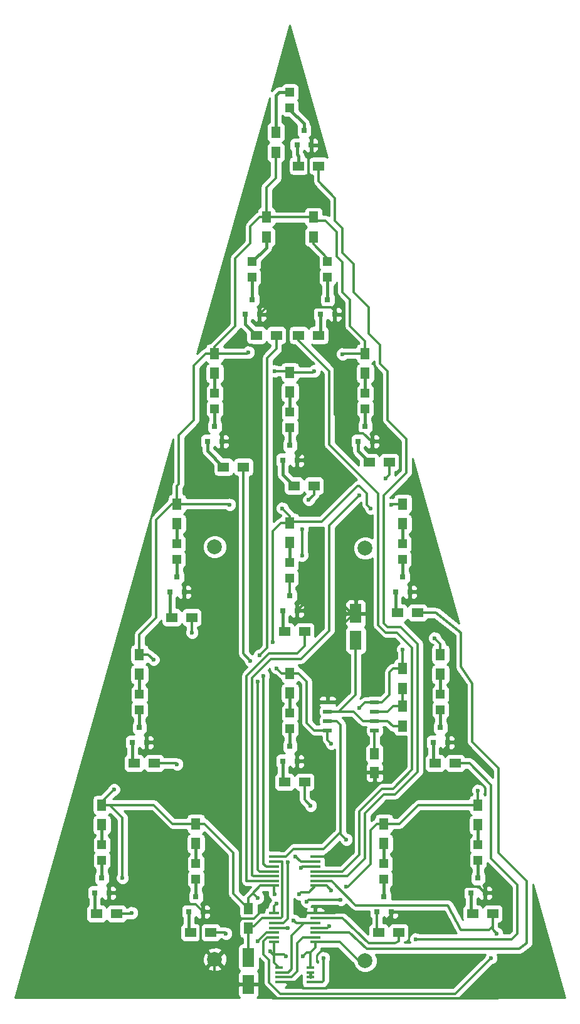
<source format=gbr>
G04 #@! TF.FileFunction,Copper,L1,Top,Signal*
%FSLAX46Y46*%
G04 Gerber Fmt 4.6, Leading zero omitted, Abs format (unit mm)*
G04 Created by KiCad (PCBNEW 4.0.2-stable) date 12/1/2016 11:33:22 PM*
%MOMM*%
G01*
G04 APERTURE LIST*
%ADD10C,0.100000*%
%ADD11R,1.600000X2.600000*%
%ADD12R,1.250000X1.500000*%
%ADD13R,1.198880X1.198880*%
%ADD14R,0.800100X0.800100*%
%ADD15R,1.500000X1.300000*%
%ADD16R,1.300000X1.500000*%
%ADD17R,1.143000X0.508000*%
%ADD18R,1.397000X0.431800*%
%ADD19R,1.100000X0.400000*%
%ADD20C,2.000000*%
%ADD21C,0.600000*%
%ADD22C,0.350000*%
%ADD23C,0.450000*%
%ADD24C,0.254000*%
G04 APERTURE END LIST*
D10*
D11*
X78232000Y-161522000D03*
X78232000Y-165122000D03*
D12*
X95250000Y-134005000D03*
X95250000Y-136505000D03*
D11*
X92710000Y-118640000D03*
X92710000Y-115040000D03*
D13*
X83820000Y-44670980D03*
X83820000Y-46769020D03*
X78740000Y-67530980D03*
X78740000Y-69629020D03*
X88900000Y-67530980D03*
X88900000Y-69629020D03*
X73660000Y-85310980D03*
X73660000Y-87409020D03*
X83820000Y-87850980D03*
X83820000Y-89949020D03*
X93980000Y-85310980D03*
X93980000Y-87409020D03*
X68580000Y-105630980D03*
X68580000Y-107729020D03*
X83820000Y-108170980D03*
X83820000Y-110269020D03*
X99060000Y-105630980D03*
X99060000Y-107729020D03*
X63500000Y-125950980D03*
X63500000Y-128049020D03*
X83820000Y-128490980D03*
X83820000Y-130589020D03*
X104140000Y-125950980D03*
X104140000Y-128049020D03*
X58420000Y-146270980D03*
X58420000Y-148369020D03*
X71120000Y-148810980D03*
X71120000Y-150909020D03*
X96520000Y-148810980D03*
X96520000Y-150909020D03*
X109220000Y-146270980D03*
X109220000Y-148369020D03*
D14*
X84775000Y-51800760D03*
X86675000Y-51800760D03*
X85725000Y-49801780D03*
X77790000Y-74660760D03*
X79690000Y-74660760D03*
X78740000Y-72661780D03*
X87950000Y-74660760D03*
X89850000Y-74660760D03*
X88900000Y-72661780D03*
X72710000Y-91805760D03*
X74610000Y-91805760D03*
X73660000Y-89806780D03*
X82870000Y-94345760D03*
X84770000Y-94345760D03*
X83820000Y-92346780D03*
X93030000Y-91805760D03*
X94930000Y-91805760D03*
X93980000Y-89806780D03*
X67630000Y-112125760D03*
X69530000Y-112125760D03*
X68580000Y-110126780D03*
X82870000Y-114665760D03*
X84770000Y-114665760D03*
X83820000Y-112666780D03*
X98110000Y-112125760D03*
X100010000Y-112125760D03*
X99060000Y-110126780D03*
X62550000Y-132445760D03*
X64450000Y-132445760D03*
X63500000Y-130446780D03*
X82870000Y-134985760D03*
X84770000Y-134985760D03*
X83820000Y-132986780D03*
X103190000Y-132445760D03*
X105090000Y-132445760D03*
X104140000Y-130446780D03*
X57470000Y-152765760D03*
X59370000Y-152765760D03*
X58420000Y-150766780D03*
X70170000Y-155305760D03*
X72070000Y-155305760D03*
X71120000Y-153306780D03*
X95570000Y-155305760D03*
X97470000Y-155305760D03*
X96520000Y-153306780D03*
X108270000Y-152765760D03*
X110170000Y-152765760D03*
X109220000Y-150766780D03*
D15*
X87710000Y-54610000D03*
X85010000Y-54610000D03*
X81995000Y-77470000D03*
X79295000Y-77470000D03*
D16*
X81915000Y-52785000D03*
X81915000Y-50085000D03*
X80645000Y-61515000D03*
X80645000Y-64215000D03*
D15*
X85010000Y-77470000D03*
X87710000Y-77470000D03*
X77550000Y-95250000D03*
X74850000Y-95250000D03*
D16*
X86995000Y-61515000D03*
X86995000Y-64215000D03*
X73660000Y-79930000D03*
X73660000Y-82630000D03*
X78232000Y-154860000D03*
X78232000Y-157560000D03*
D15*
X87075000Y-97790000D03*
X84375000Y-97790000D03*
X97235000Y-94615000D03*
X94535000Y-94615000D03*
D16*
X83820000Y-82470000D03*
X83820000Y-85170000D03*
X93980000Y-79930000D03*
X93980000Y-82630000D03*
X99060000Y-122475000D03*
X99060000Y-125175000D03*
X99060000Y-127555000D03*
X99060000Y-130255000D03*
D15*
X70565000Y-115570000D03*
X67865000Y-115570000D03*
X85805000Y-117475000D03*
X83105000Y-117475000D03*
D16*
X68580000Y-100250000D03*
X68580000Y-102950000D03*
X83820000Y-102790000D03*
X83820000Y-105490000D03*
D15*
X101045000Y-114935000D03*
X98345000Y-114935000D03*
X65485000Y-135255000D03*
X62785000Y-135255000D03*
D16*
X99060000Y-100250000D03*
X99060000Y-102950000D03*
X63500000Y-120570000D03*
X63500000Y-123270000D03*
D15*
X85805000Y-137795000D03*
X83105000Y-137795000D03*
X106125000Y-135255000D03*
X103425000Y-135255000D03*
D16*
X83820000Y-123110000D03*
X83820000Y-125810000D03*
X104140000Y-120570000D03*
X104140000Y-123270000D03*
D15*
X60405000Y-155575000D03*
X57705000Y-155575000D03*
X73105000Y-158115000D03*
X70405000Y-158115000D03*
D16*
X58420000Y-140890000D03*
X58420000Y-143590000D03*
X71120000Y-143430000D03*
X71120000Y-146130000D03*
D15*
X98505000Y-158115000D03*
X95805000Y-158115000D03*
X111205000Y-155575000D03*
X108505000Y-155575000D03*
D16*
X96520000Y-143430000D03*
X96520000Y-146130000D03*
X109220000Y-140890000D03*
X109220000Y-143590000D03*
D17*
X95250000Y-127000000D03*
X95250000Y-128270000D03*
X95250000Y-129540000D03*
X95250000Y-130810000D03*
X88900000Y-130810000D03*
X88900000Y-129540000D03*
X88900000Y-128270000D03*
X88900000Y-127000000D03*
D18*
X87249000Y-159410400D03*
X87249000Y-158775400D03*
X87249000Y-158115000D03*
X87249000Y-157480000D03*
X87249000Y-156819600D03*
X87249000Y-156171900D03*
X87249000Y-155524200D03*
X81661000Y-155524200D03*
X81661000Y-156171900D03*
X81661000Y-156819600D03*
X81661000Y-157480000D03*
X81661000Y-158127700D03*
X81661000Y-158775400D03*
X81661000Y-159423100D03*
X87249000Y-151790400D03*
X87249000Y-151155400D03*
X87249000Y-150495000D03*
X87249000Y-149860000D03*
X87249000Y-149199600D03*
X87249000Y-148551900D03*
X87249000Y-147904200D03*
X81661000Y-147904200D03*
X81661000Y-148551900D03*
X81661000Y-149199600D03*
X81661000Y-149860000D03*
X81661000Y-150507700D03*
X81661000Y-151155400D03*
X81661000Y-151803100D03*
D19*
X82305000Y-162855000D03*
X82305000Y-163505000D03*
X82305000Y-164155000D03*
X82305000Y-164805000D03*
X86605000Y-164805000D03*
X86605000Y-164155000D03*
X86605000Y-163505000D03*
X86605000Y-162855000D03*
D20*
X93980000Y-161925000D03*
X93980000Y-106225000D03*
X73660000Y-106045000D03*
X73660000Y-161745000D03*
D21*
X112903000Y-153416000D03*
X116967000Y-155067000D03*
X100076000Y-156210000D03*
X100711000Y-153162000D03*
X76581000Y-78359000D03*
X74803000Y-76454000D03*
X79629000Y-58166000D03*
X81915000Y-58039000D03*
X96647000Y-156591000D03*
X94234000Y-156591000D03*
X90043000Y-155321000D03*
X89408000Y-160401000D03*
X84836000Y-154940000D03*
X80518000Y-154686000D03*
X90297000Y-147193000D03*
X86487000Y-104394000D03*
X86614000Y-101092000D03*
X84201000Y-136271000D03*
X76327000Y-134747000D03*
X86868000Y-132334000D03*
X87376000Y-129286000D03*
X104394000Y-133604000D03*
X98806000Y-134620000D03*
X88900000Y-135382000D03*
X92710000Y-136652000D03*
X101600000Y-112268000D03*
X87376000Y-115062000D03*
X90424000Y-113284000D03*
X76200000Y-115824000D03*
X84836000Y-116078000D03*
X96774000Y-91948000D03*
X77216000Y-91948000D03*
X86868000Y-91948000D03*
X84074000Y-73152000D03*
X84328000Y-59944000D03*
X79756000Y-120650000D03*
X80264000Y-123444000D03*
X60071000Y-138811000D03*
X65405000Y-121285000D03*
X79502000Y-153416000D03*
X61214000Y-150749000D03*
X81153000Y-160655000D03*
X82042000Y-122428000D03*
X81534000Y-118872000D03*
X109220000Y-138938000D03*
X82804000Y-100838000D03*
X75692000Y-100330000D03*
X85598000Y-161290000D03*
X83312000Y-161290000D03*
X85090000Y-152908000D03*
X81788000Y-152908000D03*
X91440000Y-151892000D03*
X89408000Y-152400000D03*
X93218000Y-127762000D03*
X89408000Y-132588000D03*
X103378000Y-118364000D03*
X99060000Y-119888000D03*
X94742000Y-100838000D03*
X97536000Y-100330000D03*
X87122000Y-82296000D03*
X90932000Y-80010000D03*
X78232000Y-79756000D03*
X81788000Y-82296000D03*
X78486000Y-121412000D03*
X79502000Y-124206000D03*
X86360000Y-99695000D03*
X85471000Y-103632000D03*
X85471000Y-107188000D03*
X85344000Y-149352000D03*
X88392000Y-161544000D03*
X96774000Y-96774000D03*
X93218000Y-99060000D03*
X70612000Y-117602000D03*
X84582000Y-147828000D03*
X68580000Y-135382000D03*
X83566000Y-148590000D03*
X86614000Y-140970000D03*
X89154000Y-157226000D03*
X83566000Y-157480000D03*
X100838000Y-159004000D03*
X62484000Y-155448000D03*
X84328000Y-156464000D03*
X75184000Y-158242000D03*
X79502000Y-159258000D03*
X111760000Y-158242000D03*
X110998000Y-161544000D03*
X91440000Y-145542000D03*
X90678000Y-153670000D03*
X86106000Y-153924000D03*
X82042000Y-154178000D03*
D22*
X81661000Y-148551900D02*
X82765900Y-148551900D01*
X82588100Y-156171900D02*
X81661000Y-156171900D01*
X82804000Y-155956000D02*
X82588100Y-156171900D01*
X82804000Y-148590000D02*
X82804000Y-155956000D01*
X82765900Y-148551900D02*
X82804000Y-148590000D01*
X78232000Y-161522000D02*
X78232000Y-157560000D01*
X78232000Y-157560000D02*
X78566000Y-157226000D01*
X78566000Y-157226000D02*
X78994000Y-157226000D01*
X78994000Y-157226000D02*
X80048100Y-156171900D01*
X80048100Y-156171900D02*
X81661000Y-156171900D01*
X78232000Y-165122000D02*
X79651000Y-165122000D01*
X112252760Y-152765760D02*
X110170000Y-152765760D01*
X112903000Y-153416000D02*
X112252760Y-152765760D01*
X116967000Y-161925000D02*
X116967000Y-155067000D01*
X111887000Y-167005000D02*
X116967000Y-161925000D01*
X81534000Y-167005000D02*
X111887000Y-167005000D01*
X79651000Y-165122000D02*
X81534000Y-167005000D01*
X97470000Y-155305760D02*
X99171760Y-155305760D01*
X99171760Y-155305760D02*
X100076000Y-156210000D01*
X100711000Y-153162000D02*
X100965000Y-152908000D01*
X100965000Y-152908000D02*
X106553000Y-152908000D01*
X106553000Y-152908000D02*
X107569000Y-151892000D01*
X107569000Y-151892000D02*
X109296240Y-151892000D01*
X109296240Y-151892000D02*
X110170000Y-152765760D01*
X79502000Y-89662000D02*
X77216000Y-91948000D01*
X79502000Y-79502000D02*
X79502000Y-89662000D01*
X78740000Y-78740000D02*
X79502000Y-79502000D01*
X76962000Y-78740000D02*
X78740000Y-78740000D01*
X76581000Y-78359000D02*
X76962000Y-78740000D01*
X74803000Y-76200000D02*
X74803000Y-76454000D01*
X75692000Y-75311000D02*
X74803000Y-76200000D01*
X75692000Y-66548000D02*
X75692000Y-75311000D01*
X77089000Y-65151000D02*
X75692000Y-66548000D01*
X77089000Y-62992000D02*
X77089000Y-65151000D01*
X77724000Y-62357000D02*
X77089000Y-62992000D01*
X77724000Y-60071000D02*
X77724000Y-62357000D01*
X79629000Y-58166000D02*
X77724000Y-60071000D01*
X83820000Y-59944000D02*
X81915000Y-58039000D01*
X84328000Y-59944000D02*
X83820000Y-59944000D01*
X90043000Y-155321000D02*
X92964000Y-155321000D01*
X97470000Y-155768000D02*
X97470000Y-155305760D01*
X96647000Y-156591000D02*
X97470000Y-155768000D01*
X92964000Y-155321000D02*
X94234000Y-156591000D01*
X82305000Y-164805000D02*
X85049000Y-164805000D01*
X89839800Y-155524200D02*
X87249000Y-155524200D01*
X90043000Y-155321000D02*
X89839800Y-155524200D01*
X89408000Y-164973000D02*
X89408000Y-160401000D01*
X88773000Y-165608000D02*
X89408000Y-164973000D01*
X85598000Y-165608000D02*
X88773000Y-165608000D01*
X85471000Y-165481000D02*
X85598000Y-165608000D01*
X85471000Y-165227000D02*
X85471000Y-165481000D01*
X85049000Y-164805000D02*
X85471000Y-165227000D01*
X73660000Y-161745000D02*
X73967000Y-161745000D01*
X73967000Y-161745000D02*
X76581000Y-159131000D01*
X85420200Y-155524200D02*
X87249000Y-155524200D01*
X84836000Y-154940000D02*
X85420200Y-155524200D01*
X78994000Y-156210000D02*
X80518000Y-154686000D01*
X77343000Y-156210000D02*
X78994000Y-156210000D01*
X76581000Y-156972000D02*
X77343000Y-156210000D01*
X76581000Y-159131000D02*
X76581000Y-156972000D01*
X73660000Y-161745000D02*
X73660000Y-164465000D01*
X74317000Y-165122000D02*
X78232000Y-165122000D01*
X73660000Y-164465000D02*
X74317000Y-165122000D01*
X72070000Y-155305760D02*
X72070000Y-156657000D01*
X71755000Y-159840000D02*
X73660000Y-161745000D01*
X71755000Y-156972000D02*
X71755000Y-159840000D01*
X72070000Y-156657000D02*
X71755000Y-156972000D01*
X59370000Y-152765760D02*
X65643760Y-152765760D01*
X71069240Y-154305000D02*
X72070000Y-155305760D01*
X67183000Y-154305000D02*
X71069240Y-154305000D01*
X65643760Y-152765760D02*
X67183000Y-154305000D01*
X87249000Y-147904200D02*
X89585800Y-147904200D01*
X89585800Y-147904200D02*
X90297000Y-147193000D01*
X84770000Y-94345760D02*
X87360760Y-94345760D01*
X86614000Y-112821760D02*
X84770000Y-114665760D01*
X86614000Y-104521000D02*
X86614000Y-112821760D01*
X86487000Y-104394000D02*
X86614000Y-104521000D01*
X88900000Y-98806000D02*
X86614000Y-101092000D01*
X88900000Y-95885000D02*
X88900000Y-98806000D01*
X87360760Y-94345760D02*
X88900000Y-95885000D01*
X64450000Y-132445760D02*
X74025760Y-132445760D01*
X84770000Y-135702000D02*
X84770000Y-134985760D01*
X84201000Y-136271000D02*
X84770000Y-135702000D01*
X74025760Y-132445760D02*
X76327000Y-134747000D01*
X88900000Y-127000000D02*
X87884000Y-127000000D01*
X84770000Y-134432000D02*
X84770000Y-134985760D01*
X86868000Y-132334000D02*
X84770000Y-134432000D01*
X87376000Y-127508000D02*
X87376000Y-129286000D01*
X87884000Y-127000000D02*
X87376000Y-127508000D01*
X95250000Y-136505000D02*
X96921000Y-136505000D01*
X105090000Y-132908000D02*
X105090000Y-132445760D01*
X104394000Y-133604000D02*
X105090000Y-132908000D01*
X96921000Y-136505000D02*
X98806000Y-134620000D01*
X84770000Y-134985760D02*
X88503760Y-134985760D01*
X88503760Y-134985760D02*
X88900000Y-135382000D01*
X92710000Y-136652000D02*
X92857000Y-136505000D01*
X92857000Y-136505000D02*
X95250000Y-136505000D01*
X92710000Y-115040000D02*
X92478000Y-115040000D01*
X92478000Y-115040000D02*
X90170000Y-117348000D01*
X88900000Y-124714000D02*
X88900000Y-127000000D01*
X90170000Y-123444000D02*
X88900000Y-124714000D01*
X90170000Y-117348000D02*
X90170000Y-123444000D01*
X100010000Y-112125760D02*
X101457760Y-112125760D01*
X101457760Y-112125760D02*
X101600000Y-112268000D01*
X84770000Y-114665760D02*
X86979760Y-114665760D01*
X86979760Y-114665760D02*
X87376000Y-115062000D01*
X90424000Y-113284000D02*
X92180000Y-115040000D01*
X92180000Y-115040000D02*
X92710000Y-115040000D01*
X69530000Y-112125760D02*
X72501760Y-112125760D01*
X72501760Y-112125760D02*
X76200000Y-115824000D01*
X84836000Y-116078000D02*
X84770000Y-116012000D01*
X84770000Y-116012000D02*
X84770000Y-114665760D01*
X94930000Y-91805760D02*
X96631760Y-91805760D01*
X96631760Y-91805760D02*
X96774000Y-91948000D01*
X74610000Y-91805760D02*
X77073760Y-91805760D01*
X77073760Y-91805760D02*
X77216000Y-91948000D01*
X86868000Y-91948000D02*
X84770000Y-94046000D01*
X84770000Y-94046000D02*
X84770000Y-94345760D01*
X94930000Y-91805760D02*
X94853760Y-91805760D01*
X94853760Y-91805760D02*
X93726000Y-90678000D01*
X93726000Y-90678000D02*
X92456000Y-90678000D01*
X92456000Y-90678000D02*
X89916000Y-88138000D01*
X89916000Y-88138000D02*
X89916000Y-74726760D01*
X89916000Y-74726760D02*
X89850000Y-74660760D01*
X84074000Y-73152000D02*
X81198760Y-73152000D01*
X81198760Y-73152000D02*
X79690000Y-74660760D01*
X86675000Y-51800760D02*
X86675000Y-53025000D01*
X89850000Y-74102000D02*
X89850000Y-74660760D01*
X89408000Y-73660000D02*
X89850000Y-74102000D01*
X84582000Y-73660000D02*
X89408000Y-73660000D01*
X84074000Y-73152000D02*
X84582000Y-73660000D01*
X86360000Y-57912000D02*
X84328000Y-59944000D01*
X86360000Y-53340000D02*
X86360000Y-57912000D01*
X86675000Y-53025000D02*
X86360000Y-53340000D01*
X95250000Y-134005000D02*
X95250000Y-130810000D01*
X92710000Y-118640000D02*
X92710000Y-125984000D01*
X90424000Y-128270000D02*
X88900000Y-128270000D01*
X92710000Y-125984000D02*
X90424000Y-128270000D01*
X95250000Y-129540000D02*
X97028000Y-129540000D01*
X97743000Y-130255000D02*
X99060000Y-130255000D01*
X97028000Y-129540000D02*
X97743000Y-130255000D01*
X88900000Y-128270000D02*
X92456000Y-128270000D01*
X93726000Y-129540000D02*
X95250000Y-129540000D01*
X92456000Y-128270000D02*
X93726000Y-129540000D01*
D23*
X83820000Y-44670980D02*
X82329020Y-44670980D01*
X81915000Y-45085000D02*
X81915000Y-50085000D01*
X82329020Y-44670980D02*
X81915000Y-45085000D01*
X83820000Y-46769020D02*
X83820000Y-46990000D01*
X83820000Y-46990000D02*
X85725000Y-48895000D01*
X85725000Y-48895000D02*
X85725000Y-49801780D01*
X80645000Y-64215000D02*
X80645000Y-65625980D01*
X80645000Y-65625980D02*
X78740000Y-67530980D01*
X78740000Y-72661780D02*
X78740000Y-69629020D01*
D22*
X88900000Y-67530980D02*
X88900000Y-67056000D01*
X88900000Y-67056000D02*
X86995000Y-65151000D01*
X86995000Y-65151000D02*
X86995000Y-64215000D01*
D23*
X88900000Y-69629020D02*
X88900000Y-72661780D01*
X73660000Y-82630000D02*
X73660000Y-85310980D01*
X73660000Y-87409020D02*
X73660000Y-89806780D01*
X83820000Y-85170000D02*
X83820000Y-87850980D01*
X83820000Y-89949020D02*
X83820000Y-92346780D01*
X93980000Y-82630000D02*
X93980000Y-85310980D01*
X93980000Y-87409020D02*
X93980000Y-89806780D01*
X68580000Y-102950000D02*
X68580000Y-105630980D01*
X68580000Y-107729020D02*
X68580000Y-110126780D01*
X83820000Y-105490000D02*
X83820000Y-108170980D01*
D22*
X83820000Y-112666780D02*
X83820000Y-110269020D01*
D23*
X99060000Y-102950000D02*
X99060000Y-105630980D01*
X99060000Y-107729020D02*
X99060000Y-110126780D01*
X63500000Y-123270000D02*
X63500000Y-125950980D01*
X63500000Y-128049020D02*
X63500000Y-130446780D01*
X83820000Y-125810000D02*
X83820000Y-128490980D01*
X83820000Y-130589020D02*
X83820000Y-132986780D01*
X104140000Y-123270000D02*
X104140000Y-125950980D01*
X104140000Y-128049020D02*
X104140000Y-130446780D01*
X58420000Y-143590000D02*
X58420000Y-146270980D01*
X58420000Y-148369020D02*
X58420000Y-150766780D01*
X71120000Y-146130000D02*
X71120000Y-148810980D01*
X71120000Y-150909020D02*
X71120000Y-153306780D01*
X96520000Y-146130000D02*
X96520000Y-148810980D01*
X96520000Y-150909020D02*
X96520000Y-153306780D01*
X109220000Y-143590000D02*
X109220000Y-146270980D01*
X109220000Y-148369020D02*
X109220000Y-150766780D01*
X85010000Y-54610000D02*
X85010000Y-53260000D01*
X84775000Y-53025000D02*
X84775000Y-51800760D01*
X85010000Y-53260000D02*
X84775000Y-53025000D01*
X77790000Y-74660760D02*
X77790000Y-75965000D01*
X77790000Y-75965000D02*
X79295000Y-77470000D01*
X87950000Y-74660760D02*
X87950000Y-77230000D01*
X87950000Y-77230000D02*
X87710000Y-77470000D01*
X72710000Y-91805760D02*
X72710000Y-93110000D01*
X72710000Y-93110000D02*
X74850000Y-95250000D01*
X82870000Y-94345760D02*
X82870000Y-96285000D01*
X82870000Y-96285000D02*
X84375000Y-97790000D01*
X93030000Y-91805760D02*
X93030000Y-93110000D01*
X93030000Y-93110000D02*
X94535000Y-94615000D01*
X67630000Y-112125760D02*
X67630000Y-115335000D01*
X67630000Y-115335000D02*
X67865000Y-115570000D01*
X82870000Y-114665760D02*
X82870000Y-117240000D01*
X82870000Y-117240000D02*
X83105000Y-117475000D01*
X98110000Y-112125760D02*
X98110000Y-114700000D01*
X98110000Y-114700000D02*
X98345000Y-114935000D01*
X62550000Y-132445760D02*
X62550000Y-135020000D01*
X62550000Y-135020000D02*
X62785000Y-135255000D01*
X82870000Y-134985760D02*
X82870000Y-137560000D01*
X82870000Y-137560000D02*
X83105000Y-137795000D01*
X103190000Y-132445760D02*
X103190000Y-135020000D01*
X103190000Y-135020000D02*
X103425000Y-135255000D01*
X57470000Y-152765760D02*
X57470000Y-155340000D01*
X57470000Y-155340000D02*
X57705000Y-155575000D01*
X70170000Y-155305760D02*
X70170000Y-157880000D01*
X70170000Y-157880000D02*
X70405000Y-158115000D01*
D22*
X95570000Y-155305760D02*
X95570000Y-157880000D01*
X95570000Y-157880000D02*
X95805000Y-158115000D01*
D23*
X108270000Y-152765760D02*
X108270000Y-155340000D01*
X108270000Y-155340000D02*
X108505000Y-155575000D01*
D22*
X87249000Y-150495000D02*
X91567000Y-150495000D01*
X87710000Y-56722000D02*
X87710000Y-54610000D01*
X89916000Y-58928000D02*
X87710000Y-56722000D01*
X89916000Y-61976000D02*
X89916000Y-58928000D01*
X90932000Y-62992000D02*
X89916000Y-61976000D01*
X90932000Y-66294000D02*
X90932000Y-62992000D01*
X92456000Y-67818000D02*
X90932000Y-66294000D01*
X92456000Y-71628000D02*
X92456000Y-67818000D01*
X94488000Y-73660000D02*
X92456000Y-71628000D01*
X94488000Y-77216000D02*
X94488000Y-73660000D01*
X96012000Y-78740000D02*
X94488000Y-77216000D01*
X96012000Y-81280000D02*
X96012000Y-78740000D01*
X97028000Y-82296000D02*
X96012000Y-81280000D01*
X97028000Y-88900000D02*
X97028000Y-82296000D01*
X99568000Y-91440000D02*
X97028000Y-88900000D01*
X99568000Y-96012000D02*
X99568000Y-91440000D01*
X96520000Y-99060000D02*
X99568000Y-96012000D01*
X96520000Y-116332000D02*
X96520000Y-99060000D01*
X97028000Y-116840000D02*
X96520000Y-116332000D01*
X98806000Y-116840000D02*
X97028000Y-116840000D01*
X101092000Y-119126000D02*
X98806000Y-116840000D01*
X101092000Y-136398000D02*
X101092000Y-119126000D01*
X98044000Y-139446000D02*
X101092000Y-136398000D01*
X96520000Y-139446000D02*
X98044000Y-139446000D01*
X93980000Y-141986000D02*
X96520000Y-139446000D01*
X93980000Y-148082000D02*
X93980000Y-141986000D01*
X91567000Y-150495000D02*
X93980000Y-148082000D01*
X81661000Y-149199600D02*
X80619600Y-149199600D01*
X81995000Y-79295000D02*
X81995000Y-77470000D01*
X80772000Y-80518000D02*
X81995000Y-79295000D01*
X80772000Y-119634000D02*
X80772000Y-80518000D01*
X79756000Y-120650000D02*
X80772000Y-119634000D01*
X80264000Y-148844000D02*
X80264000Y-123444000D01*
X80619600Y-149199600D02*
X80264000Y-148844000D01*
X63500000Y-120570000D02*
X64690000Y-120570000D01*
X60071000Y-138811000D02*
X58420000Y-140462000D01*
X64690000Y-120570000D02*
X65405000Y-121285000D01*
X58420000Y-140462000D02*
X58420000Y-140890000D01*
X78994000Y-152908000D02*
X78740000Y-152908000D01*
X79502000Y-153416000D02*
X78994000Y-152908000D01*
X81661000Y-161036000D02*
X81534000Y-161036000D01*
X59483000Y-140890000D02*
X58420000Y-140890000D01*
X61214000Y-142621000D02*
X59483000Y-140890000D01*
X61214000Y-150749000D02*
X61214000Y-142621000D01*
X81534000Y-161036000D02*
X81153000Y-160655000D01*
X83820000Y-102790000D02*
X82630000Y-102790000D01*
X82724000Y-123110000D02*
X83820000Y-123110000D01*
X82042000Y-122428000D02*
X82724000Y-123110000D01*
X81534000Y-103886000D02*
X81534000Y-118872000D01*
X82630000Y-102790000D02*
X81534000Y-103886000D01*
X68580000Y-100250000D02*
X67898000Y-100250000D01*
X63500000Y-117856000D02*
X63500000Y-120570000D01*
X65786000Y-115570000D02*
X63500000Y-117856000D01*
X65786000Y-102362000D02*
X65786000Y-115570000D01*
X67898000Y-100250000D02*
X65786000Y-102362000D01*
X109220000Y-140890000D02*
X109220000Y-138938000D01*
X68580000Y-100250000D02*
X75612000Y-100250000D01*
X83820000Y-101854000D02*
X83820000Y-102790000D01*
X82804000Y-100838000D02*
X83820000Y-101854000D01*
X75612000Y-100250000D02*
X75692000Y-100330000D01*
X81661000Y-161036000D02*
X83058000Y-161036000D01*
X86097000Y-160791000D02*
X86605000Y-160791000D01*
X85598000Y-161290000D02*
X86097000Y-160791000D01*
X83058000Y-161036000D02*
X83312000Y-161290000D01*
X81661000Y-159423100D02*
X81661000Y-161036000D01*
X81661000Y-161036000D02*
X81661000Y-162211000D01*
X81661000Y-162211000D02*
X82305000Y-162855000D01*
X87249000Y-159410400D02*
X90576400Y-159410400D01*
X90576400Y-159410400D02*
X93091000Y-161925000D01*
X93091000Y-161925000D02*
X93980000Y-161925000D01*
X86605000Y-162855000D02*
X86605000Y-160791000D01*
X87249000Y-160147000D02*
X87249000Y-159410400D01*
X86605000Y-160791000D02*
X87249000Y-160147000D01*
X58420000Y-140890000D02*
X65452000Y-140890000D01*
X65452000Y-140890000D02*
X67992000Y-143430000D01*
X67992000Y-143430000D02*
X71120000Y-143430000D01*
X71120000Y-143430000D02*
X72310000Y-143430000D01*
X76200000Y-152828000D02*
X78232000Y-154860000D01*
X76200000Y-147320000D02*
X76200000Y-152828000D01*
X72310000Y-143430000D02*
X76200000Y-147320000D01*
X81661000Y-151803100D02*
X81661000Y-152781000D01*
X86385400Y-152654000D02*
X87249000Y-151790400D01*
X85344000Y-152654000D02*
X86385400Y-152654000D01*
X85090000Y-152908000D02*
X85344000Y-152654000D01*
X81661000Y-152781000D02*
X81788000Y-152908000D01*
X81661000Y-151803100D02*
X79844900Y-151803100D01*
X79844900Y-151803100D02*
X78740000Y-152908000D01*
X78232000Y-153416000D02*
X78232000Y-154860000D01*
X78740000Y-152908000D02*
X78232000Y-153416000D01*
X96520000Y-143430000D02*
X95584000Y-143430000D01*
X95584000Y-143430000D02*
X94742000Y-144272000D01*
X94742000Y-144272000D02*
X94742000Y-148844000D01*
X94742000Y-148844000D02*
X91694000Y-151892000D01*
X91694000Y-151892000D02*
X91440000Y-151892000D01*
X89408000Y-152400000D02*
X88798400Y-151790400D01*
X88798400Y-151790400D02*
X87249000Y-151790400D01*
X109220000Y-140890000D02*
X101172000Y-140890000D01*
X98632000Y-143430000D02*
X96520000Y-143430000D01*
X101172000Y-140890000D02*
X98632000Y-143430000D01*
X88900000Y-130810000D02*
X87122000Y-130810000D01*
X87122000Y-130810000D02*
X86106000Y-129794000D01*
X86106000Y-129794000D02*
X86106000Y-124206000D01*
X86106000Y-124206000D02*
X85010000Y-123110000D01*
X85010000Y-123110000D02*
X83820000Y-123110000D01*
X88900000Y-130810000D02*
X88900000Y-132080000D01*
X93980000Y-127000000D02*
X95250000Y-127000000D01*
X93218000Y-127762000D02*
X93980000Y-127000000D01*
X88900000Y-132080000D02*
X89408000Y-132588000D01*
X95250000Y-127000000D02*
X96266000Y-127000000D01*
X97743000Y-122475000D02*
X99060000Y-122475000D01*
X97282000Y-122936000D02*
X97743000Y-122475000D01*
X97282000Y-125984000D02*
X97282000Y-122936000D01*
X96266000Y-127000000D02*
X97282000Y-125984000D01*
X104140000Y-120570000D02*
X104140000Y-119126000D01*
X104140000Y-119126000D02*
X103378000Y-118364000D01*
X99060000Y-119888000D02*
X99060000Y-122475000D01*
X93980000Y-79930000D02*
X93980000Y-78232000D01*
X88646000Y-61976000D02*
X87456000Y-61976000D01*
X90170000Y-63500000D02*
X88646000Y-61976000D01*
X90170000Y-66802000D02*
X90170000Y-63500000D01*
X90932000Y-67564000D02*
X90170000Y-66802000D01*
X90932000Y-71628000D02*
X90932000Y-67564000D01*
X91948000Y-72644000D02*
X90932000Y-71628000D01*
X91948000Y-76200000D02*
X91948000Y-72644000D01*
X93980000Y-78232000D02*
X91948000Y-76200000D01*
X87456000Y-61976000D02*
X86995000Y-61515000D01*
X73660000Y-79930000D02*
X72470000Y-79930000D01*
X68580000Y-97790000D02*
X68580000Y-100250000D01*
X68834000Y-97536000D02*
X68580000Y-97790000D01*
X68834000Y-90932000D02*
X68834000Y-97536000D01*
X70866000Y-88900000D02*
X68834000Y-90932000D01*
X70866000Y-81534000D02*
X70866000Y-88900000D01*
X72470000Y-79930000D02*
X70866000Y-81534000D01*
X99060000Y-100250000D02*
X97616000Y-100250000D01*
X88138000Y-102616000D02*
X83994000Y-102616000D01*
X92964000Y-97790000D02*
X88138000Y-102616000D01*
X93218000Y-97790000D02*
X92964000Y-97790000D01*
X94234000Y-98806000D02*
X93218000Y-97790000D01*
X94234000Y-100330000D02*
X94234000Y-98806000D01*
X94742000Y-100838000D02*
X94234000Y-100330000D01*
X97616000Y-100250000D02*
X97536000Y-100330000D01*
X83994000Y-102616000D02*
X83820000Y-102790000D01*
X80645000Y-61515000D02*
X79709000Y-61515000D01*
X73660000Y-78994000D02*
X73660000Y-79930000D01*
X76454000Y-76200000D02*
X73660000Y-78994000D01*
X76454000Y-67056000D02*
X76454000Y-76200000D01*
X78486000Y-65024000D02*
X76454000Y-67056000D01*
X78486000Y-62738000D02*
X78486000Y-65024000D01*
X79709000Y-61515000D02*
X78486000Y-62738000D01*
X93980000Y-79930000D02*
X91012000Y-79930000D01*
X86948000Y-82470000D02*
X83820000Y-82470000D01*
X87122000Y-82296000D02*
X86948000Y-82470000D01*
X91012000Y-79930000D02*
X90932000Y-80010000D01*
X83820000Y-82470000D02*
X83646000Y-82296000D01*
X83646000Y-82296000D02*
X81788000Y-82296000D01*
X78058000Y-79930000D02*
X73660000Y-79930000D01*
X78232000Y-79756000D02*
X78058000Y-79930000D01*
X80645000Y-61515000D02*
X86995000Y-61515000D01*
X81915000Y-52785000D02*
X81915000Y-56261000D01*
X80645000Y-57531000D02*
X80645000Y-61515000D01*
X81915000Y-56261000D02*
X80645000Y-57531000D01*
X87249000Y-149860000D02*
X90932000Y-149860000D01*
X85010000Y-78152000D02*
X85010000Y-77470000D01*
X89154000Y-82296000D02*
X85010000Y-78152000D01*
X89154000Y-92202000D02*
X89154000Y-82296000D01*
X95758000Y-98806000D02*
X89154000Y-92202000D01*
X95758000Y-116586000D02*
X95758000Y-98806000D01*
X96774000Y-117602000D02*
X95758000Y-116586000D01*
X98298000Y-117602000D02*
X96774000Y-117602000D01*
X100330000Y-119634000D02*
X98298000Y-117602000D01*
X100330000Y-136101998D02*
X100330000Y-119634000D01*
X97747998Y-138684000D02*
X100330000Y-136101998D01*
X96266000Y-138684000D02*
X97747998Y-138684000D01*
X93218000Y-141732000D02*
X96266000Y-138684000D01*
X93218000Y-147574000D02*
X93218000Y-141732000D01*
X90932000Y-149860000D02*
X93218000Y-147574000D01*
X81661000Y-149860000D02*
X79756000Y-149860000D01*
X77550000Y-120476000D02*
X77550000Y-95250000D01*
X78486000Y-121412000D02*
X77550000Y-120476000D01*
X79502000Y-149606000D02*
X79502000Y-124206000D01*
X79756000Y-149860000D02*
X79502000Y-149606000D01*
X87075000Y-98980000D02*
X87075000Y-97790000D01*
X86360000Y-99695000D02*
X87075000Y-98980000D01*
X85471000Y-107188000D02*
X85471000Y-103632000D01*
X86605000Y-164805000D02*
X88179000Y-164805000D01*
X85496400Y-149199600D02*
X87249000Y-149199600D01*
X85344000Y-149352000D02*
X85496400Y-149199600D01*
X88392000Y-164592000D02*
X88392000Y-161544000D01*
X88179000Y-164805000D02*
X88392000Y-164592000D01*
X81661000Y-150507700D02*
X78879700Y-150507700D01*
X97235000Y-96313000D02*
X97235000Y-94615000D01*
X96774000Y-96774000D02*
X97235000Y-96313000D01*
X89154000Y-103124000D02*
X93218000Y-99060000D01*
X89154000Y-117348000D02*
X89154000Y-103124000D01*
X85344000Y-121158000D02*
X89154000Y-117348000D01*
X81280000Y-121158000D02*
X85344000Y-121158000D01*
X78740000Y-123698000D02*
X81280000Y-121158000D01*
X78740000Y-150368000D02*
X78740000Y-123698000D01*
X78879700Y-150507700D02*
X78740000Y-150368000D01*
X99060000Y-125175000D02*
X99060000Y-127555000D01*
X95250000Y-128270000D02*
X97028000Y-128270000D01*
X97743000Y-127555000D02*
X99060000Y-127555000D01*
X97028000Y-128270000D02*
X97743000Y-127555000D01*
X87249000Y-148551900D02*
X85305900Y-148551900D01*
X70565000Y-117555000D02*
X70565000Y-115570000D01*
X70612000Y-117602000D02*
X70565000Y-117555000D01*
X85305900Y-148551900D02*
X84582000Y-147828000D01*
X81661000Y-151155400D02*
X78003400Y-151155400D01*
X85805000Y-119427000D02*
X85805000Y-117475000D01*
X84836000Y-120396000D02*
X85805000Y-119427000D01*
X81026000Y-120396000D02*
X84836000Y-120396000D01*
X77978000Y-123444000D02*
X81026000Y-120396000D01*
X77978000Y-151130000D02*
X77978000Y-123444000D01*
X78003400Y-151155400D02*
X77978000Y-151130000D01*
X87249000Y-158115000D02*
X91821000Y-158115000D01*
X103505000Y-114935000D02*
X101045000Y-114935000D01*
X106934000Y-117602000D02*
X103505000Y-114935000D01*
X106934000Y-122174000D02*
X106934000Y-117602000D01*
X108458000Y-124460000D02*
X106934000Y-122174000D01*
X108458000Y-132334000D02*
X108458000Y-124460000D01*
X112014000Y-135890000D02*
X108458000Y-132334000D01*
X112014000Y-147320000D02*
X112014000Y-135890000D01*
X115824000Y-151130000D02*
X112014000Y-147320000D01*
X115824000Y-159512000D02*
X115824000Y-151130000D01*
X114808000Y-160274000D02*
X115824000Y-159512000D01*
X94234000Y-160274000D02*
X114808000Y-160274000D01*
X91821000Y-158115000D02*
X94234000Y-160274000D01*
X81661000Y-156819600D02*
X82956400Y-156819600D01*
X68453000Y-135255000D02*
X65485000Y-135255000D01*
X68580000Y-135382000D02*
X68453000Y-135255000D01*
X83566000Y-156210000D02*
X83566000Y-148590000D01*
X82956400Y-156819600D02*
X83566000Y-156210000D01*
X85805000Y-140161000D02*
X85805000Y-137795000D01*
X86614000Y-140970000D02*
X85805000Y-140161000D01*
X88900000Y-157480000D02*
X89154000Y-157226000D01*
X87249000Y-157480000D02*
X88900000Y-157480000D01*
X106125000Y-135255000D02*
X108077000Y-135255000D01*
X83566000Y-157480000D02*
X81661000Y-157480000D01*
X113792000Y-159004000D02*
X100838000Y-159004000D01*
X114554000Y-158242000D02*
X113792000Y-159004000D01*
X114554000Y-151638000D02*
X114554000Y-158242000D01*
X110998000Y-148082000D02*
X114554000Y-151638000D01*
X110998000Y-138176000D02*
X110998000Y-148082000D01*
X108077000Y-135255000D02*
X110998000Y-138176000D01*
X87249000Y-156819600D02*
X84683600Y-156819600D01*
X62357000Y-155575000D02*
X60405000Y-155575000D01*
X62484000Y-155448000D02*
X62357000Y-155575000D01*
X84683600Y-156819600D02*
X84328000Y-156464000D01*
X82305000Y-163505000D02*
X83594998Y-163505000D01*
X85750400Y-156819600D02*
X87249000Y-156819600D01*
X84074000Y-158496000D02*
X85750400Y-156819600D01*
X84074000Y-163025998D02*
X84074000Y-158496000D01*
X83594998Y-163505000D02*
X84074000Y-163025998D01*
X81661000Y-158127700D02*
X80632300Y-158127700D01*
X75057000Y-158115000D02*
X73105000Y-158115000D01*
X75184000Y-158242000D02*
X75057000Y-158115000D01*
X80632300Y-158127700D02*
X79502000Y-159258000D01*
X87249000Y-156171900D02*
X90893900Y-156171900D01*
X98505000Y-159305000D02*
X98505000Y-158115000D01*
X98044000Y-159512000D02*
X98505000Y-159305000D01*
X94488000Y-159512000D02*
X98044000Y-159512000D01*
X90893900Y-156171900D02*
X94488000Y-159512000D01*
X81661000Y-158775400D02*
X80762420Y-158775400D01*
X111205000Y-157687000D02*
X111205000Y-157273000D01*
X111760000Y-158242000D02*
X111205000Y-157687000D01*
X106172000Y-166370000D02*
X110998000Y-161544000D01*
X82550000Y-166370000D02*
X106172000Y-166370000D01*
X81026000Y-164846000D02*
X82550000Y-166370000D01*
X81026000Y-161798000D02*
X81026000Y-164846000D01*
X80264000Y-161036000D02*
X81026000Y-161798000D01*
X80264000Y-159273820D02*
X80264000Y-161036000D01*
X80762420Y-158775400D02*
X80264000Y-159273820D01*
X87249000Y-151155400D02*
X89433400Y-151155400D01*
X111205000Y-157273000D02*
X111205000Y-155575000D01*
X110744000Y-157734000D02*
X111205000Y-157273000D01*
X106934000Y-157734000D02*
X110744000Y-157734000D01*
X105156000Y-154432000D02*
X106934000Y-157734000D01*
X93980000Y-154432000D02*
X105156000Y-154432000D01*
X93980000Y-154432000D02*
X93980000Y-154432000D01*
X92710000Y-154432000D02*
X93980000Y-154432000D01*
X89433400Y-151155400D02*
X92710000Y-154432000D01*
X81661000Y-155524200D02*
X81661000Y-154559000D01*
X90678000Y-144780000D02*
X90678000Y-144526000D01*
X91440000Y-145542000D02*
X90678000Y-144780000D01*
X86360000Y-153670000D02*
X90678000Y-153670000D01*
X86106000Y-153924000D02*
X86360000Y-153670000D01*
X81661000Y-154559000D02*
X82042000Y-154178000D01*
X88900000Y-129540000D02*
X90170000Y-129540000D01*
X83235800Y-147904200D02*
X81661000Y-147904200D01*
X84328000Y-146812000D02*
X83235800Y-147904200D01*
X88392000Y-146812000D02*
X84328000Y-146812000D01*
X90678000Y-144526000D02*
X88392000Y-146812000D01*
X90678000Y-130048000D02*
X90678000Y-144526000D01*
X90170000Y-129540000D02*
X90678000Y-130048000D01*
X82305000Y-164155000D02*
X84003000Y-164155000D01*
X85572600Y-158775400D02*
X87249000Y-158775400D01*
X84836000Y-159512000D02*
X85572600Y-158775400D01*
X84836000Y-163322000D02*
X84836000Y-159512000D01*
X84003000Y-164155000D02*
X84836000Y-163322000D01*
D23*
X86605000Y-163505000D02*
X86605000Y-164155000D01*
D24*
G36*
X120981169Y-166930000D02*
X106757512Y-166930000D01*
X111226084Y-162461429D01*
X111526943Y-162337117D01*
X111790192Y-162074327D01*
X111932838Y-161730799D01*
X111933162Y-161358833D01*
X111819604Y-161084000D01*
X114808000Y-161084000D01*
X114907615Y-161064185D01*
X115009026Y-161058658D01*
X115061211Y-161033633D01*
X115117974Y-161022342D01*
X115202420Y-160965917D01*
X115294000Y-160922000D01*
X116310000Y-160160000D01*
X116348637Y-160116908D01*
X116396756Y-160084756D01*
X116453182Y-160000308D01*
X116520984Y-159924689D01*
X116540188Y-159870096D01*
X116572342Y-159821974D01*
X116592157Y-159722356D01*
X116625858Y-159626551D01*
X116622709Y-159568766D01*
X116634000Y-159512000D01*
X116634000Y-151570002D01*
X120981169Y-166930000D01*
X120981169Y-166930000D01*
G37*
X120981169Y-166930000D02*
X106757512Y-166930000D01*
X111226084Y-162461429D01*
X111526943Y-162337117D01*
X111790192Y-162074327D01*
X111932838Y-161730799D01*
X111933162Y-161358833D01*
X111819604Y-161084000D01*
X114808000Y-161084000D01*
X114907615Y-161064185D01*
X115009026Y-161058658D01*
X115061211Y-161033633D01*
X115117974Y-161022342D01*
X115202420Y-160965917D01*
X115294000Y-160922000D01*
X116310000Y-160160000D01*
X116348637Y-160116908D01*
X116396756Y-160084756D01*
X116453182Y-160000308D01*
X116520984Y-159924689D01*
X116540188Y-159870096D01*
X116572342Y-159821974D01*
X116592157Y-159722356D01*
X116625858Y-159626551D01*
X116622709Y-159568766D01*
X116634000Y-159512000D01*
X116634000Y-151570002D01*
X120981169Y-166930000D01*
G36*
X72545910Y-81131441D02*
X72758110Y-81276431D01*
X72771197Y-81279081D01*
X72558559Y-81415910D01*
X72413569Y-81628110D01*
X72362560Y-81880000D01*
X72362560Y-83380000D01*
X72406838Y-83615317D01*
X72545910Y-83831441D01*
X72758110Y-83976431D01*
X72800000Y-83984914D01*
X72800000Y-84124621D01*
X72609119Y-84247450D01*
X72464129Y-84459650D01*
X72413120Y-84711540D01*
X72413120Y-85910420D01*
X72457398Y-86145737D01*
X72596470Y-86361861D01*
X72597467Y-86362543D01*
X72464129Y-86557690D01*
X72413120Y-86809580D01*
X72413120Y-88008460D01*
X72457398Y-88243777D01*
X72596470Y-88459901D01*
X72800000Y-88598967D01*
X72800000Y-88955093D01*
X72663519Y-89154840D01*
X72612510Y-89406730D01*
X72612510Y-90206830D01*
X72656788Y-90442147D01*
X72795860Y-90658271D01*
X72942213Y-90758270D01*
X72309950Y-90758270D01*
X72074633Y-90802548D01*
X71858509Y-90941620D01*
X71713519Y-91153820D01*
X71662510Y-91405710D01*
X71662510Y-92205810D01*
X71706788Y-92441127D01*
X71845860Y-92657251D01*
X71850000Y-92660080D01*
X71850000Y-93110000D01*
X71915464Y-93439108D01*
X72013621Y-93586011D01*
X72101888Y-93718112D01*
X73452560Y-95068784D01*
X73452560Y-95900000D01*
X73496838Y-96135317D01*
X73635910Y-96351441D01*
X73848110Y-96496431D01*
X74100000Y-96547440D01*
X75600000Y-96547440D01*
X75835317Y-96503162D01*
X76051441Y-96364090D01*
X76196431Y-96151890D01*
X76199081Y-96138803D01*
X76335910Y-96351441D01*
X76548110Y-96496431D01*
X76740000Y-96535290D01*
X76740000Y-120476000D01*
X76801658Y-120785974D01*
X76866527Y-120883057D01*
X76977244Y-121048756D01*
X77568571Y-121640083D01*
X77692883Y-121940943D01*
X77955673Y-122204192D01*
X78038078Y-122238410D01*
X77405244Y-122871244D01*
X77229658Y-123134026D01*
X77168000Y-123444000D01*
X77168000Y-151130000D01*
X77229658Y-151439974D01*
X77354478Y-151626780D01*
X77405244Y-151702756D01*
X77430643Y-151728156D01*
X77523798Y-151790400D01*
X77693426Y-151903742D01*
X78003400Y-151965400D01*
X78537088Y-151965400D01*
X78167246Y-152335242D01*
X78167243Y-152335244D01*
X77659245Y-152843243D01*
X77659244Y-152843244D01*
X77539686Y-153022174D01*
X77010000Y-152492488D01*
X77010000Y-147320000D01*
X76967380Y-147105737D01*
X76948343Y-147010027D01*
X76772757Y-146747244D01*
X72882756Y-142857244D01*
X72856949Y-142840000D01*
X72619974Y-142681658D01*
X72409889Y-142639869D01*
X72373162Y-142444683D01*
X72234090Y-142228559D01*
X72021890Y-142083569D01*
X71770000Y-142032560D01*
X70470000Y-142032560D01*
X70234683Y-142076838D01*
X70018559Y-142215910D01*
X69873569Y-142428110D01*
X69834710Y-142620000D01*
X68327513Y-142620000D01*
X66024756Y-140317244D01*
X65933098Y-140256000D01*
X65761974Y-140141658D01*
X65452000Y-140080000D01*
X59947513Y-140080000D01*
X60299083Y-139728429D01*
X60599943Y-139604117D01*
X60863192Y-139341327D01*
X61005838Y-138997799D01*
X61006162Y-138625833D01*
X60864117Y-138282057D01*
X60601327Y-138018808D01*
X60257799Y-137876162D01*
X59885833Y-137875838D01*
X59542057Y-138017883D01*
X59278808Y-138280673D01*
X59153116Y-138583371D01*
X58243928Y-139492560D01*
X57770000Y-139492560D01*
X57534683Y-139536838D01*
X57318559Y-139675910D01*
X57173569Y-139888110D01*
X57122560Y-140140000D01*
X57122560Y-141640000D01*
X57166838Y-141875317D01*
X57305910Y-142091441D01*
X57518110Y-142236431D01*
X57531197Y-142239081D01*
X57318559Y-142375910D01*
X57173569Y-142588110D01*
X57122560Y-142840000D01*
X57122560Y-144340000D01*
X57166838Y-144575317D01*
X57305910Y-144791441D01*
X57518110Y-144936431D01*
X57560000Y-144944914D01*
X57560000Y-145084621D01*
X57369119Y-145207450D01*
X57224129Y-145419650D01*
X57173120Y-145671540D01*
X57173120Y-146870420D01*
X57217398Y-147105737D01*
X57356470Y-147321861D01*
X57357467Y-147322543D01*
X57224129Y-147517690D01*
X57173120Y-147769580D01*
X57173120Y-148968460D01*
X57217398Y-149203777D01*
X57356470Y-149419901D01*
X57560000Y-149558967D01*
X57560000Y-149915093D01*
X57423519Y-150114840D01*
X57372510Y-150366730D01*
X57372510Y-151166830D01*
X57416788Y-151402147D01*
X57555860Y-151618271D01*
X57702213Y-151718270D01*
X57069950Y-151718270D01*
X56834633Y-151762548D01*
X56618509Y-151901620D01*
X56473519Y-152113820D01*
X56422510Y-152365710D01*
X56422510Y-153165810D01*
X56466788Y-153401127D01*
X56605860Y-153617251D01*
X56610000Y-153620080D01*
X56610000Y-154392417D01*
X56503559Y-154460910D01*
X56358569Y-154673110D01*
X56307560Y-154925000D01*
X56307560Y-156225000D01*
X56351838Y-156460317D01*
X56490910Y-156676441D01*
X56703110Y-156821431D01*
X56955000Y-156872440D01*
X58455000Y-156872440D01*
X58690317Y-156828162D01*
X58906441Y-156689090D01*
X59051431Y-156476890D01*
X59054081Y-156463803D01*
X59190910Y-156676441D01*
X59403110Y-156821431D01*
X59655000Y-156872440D01*
X61155000Y-156872440D01*
X61390317Y-156828162D01*
X61606441Y-156689090D01*
X61751431Y-156476890D01*
X61770039Y-156385000D01*
X62357000Y-156385000D01*
X62367561Y-156382899D01*
X62669167Y-156383162D01*
X63012943Y-156241117D01*
X63276192Y-155978327D01*
X63418838Y-155634799D01*
X63419162Y-155262833D01*
X63277117Y-154919057D01*
X63014327Y-154655808D01*
X62670799Y-154513162D01*
X62298833Y-154512838D01*
X61955057Y-154654883D01*
X61844748Y-154765000D01*
X61772334Y-154765000D01*
X61758162Y-154689683D01*
X61619090Y-154473559D01*
X61406890Y-154328569D01*
X61155000Y-154277560D01*
X59655000Y-154277560D01*
X59419683Y-154321838D01*
X59203559Y-154460910D01*
X59058569Y-154673110D01*
X59055919Y-154686197D01*
X58919090Y-154473559D01*
X58706890Y-154328569D01*
X58455000Y-154277560D01*
X58330000Y-154277560D01*
X58330000Y-153617447D01*
X58416977Y-153490151D01*
X58431623Y-153525509D01*
X58610252Y-153704137D01*
X58843641Y-153800810D01*
X59084250Y-153800810D01*
X59243000Y-153642060D01*
X59243000Y-152892760D01*
X59497000Y-152892760D01*
X59497000Y-153642060D01*
X59655750Y-153800810D01*
X59896359Y-153800810D01*
X60129748Y-153704137D01*
X60308377Y-153525509D01*
X60405050Y-153292120D01*
X60405050Y-153051510D01*
X60246300Y-152892760D01*
X59497000Y-152892760D01*
X59243000Y-152892760D01*
X59223000Y-152892760D01*
X59223000Y-152638760D01*
X59243000Y-152638760D01*
X59243000Y-151889460D01*
X59497000Y-151889460D01*
X59497000Y-152638760D01*
X60246300Y-152638760D01*
X60405050Y-152480010D01*
X60405050Y-152239400D01*
X60308377Y-152006011D01*
X60129748Y-151827383D01*
X59896359Y-151730710D01*
X59655750Y-151730710D01*
X59497000Y-151889460D01*
X59243000Y-151889460D01*
X59096843Y-151743303D01*
X59271491Y-151630920D01*
X59416481Y-151418720D01*
X59467490Y-151166830D01*
X59467490Y-150366730D01*
X59423212Y-150131413D01*
X59284140Y-149915289D01*
X59280000Y-149912460D01*
X59280000Y-149555379D01*
X59470881Y-149432550D01*
X59615871Y-149220350D01*
X59666880Y-148968460D01*
X59666880Y-147769580D01*
X59622602Y-147534263D01*
X59483530Y-147318139D01*
X59482533Y-147317457D01*
X59615871Y-147122310D01*
X59666880Y-146870420D01*
X59666880Y-145671540D01*
X59622602Y-145436223D01*
X59483530Y-145220099D01*
X59280000Y-145081033D01*
X59280000Y-144947926D01*
X59305317Y-144943162D01*
X59521441Y-144804090D01*
X59666431Y-144591890D01*
X59717440Y-144340000D01*
X59717440Y-142840000D01*
X59673162Y-142604683D01*
X59534090Y-142388559D01*
X59321890Y-142243569D01*
X59308803Y-142240919D01*
X59521441Y-142104090D01*
X59533674Y-142086186D01*
X60404000Y-142956513D01*
X60404000Y-150261559D01*
X60279162Y-150562201D01*
X60278838Y-150934167D01*
X60420883Y-151277943D01*
X60683673Y-151541192D01*
X61027201Y-151683838D01*
X61399167Y-151684162D01*
X61742943Y-151542117D01*
X62006192Y-151279327D01*
X62148838Y-150935799D01*
X62149162Y-150563833D01*
X62024000Y-150260917D01*
X62024000Y-142621000D01*
X62008286Y-142541999D01*
X61962343Y-142311027D01*
X61786757Y-142048244D01*
X61438513Y-141700000D01*
X65116488Y-141700000D01*
X67419243Y-144002756D01*
X67550635Y-144090549D01*
X67682026Y-144178342D01*
X67992000Y-144240000D01*
X69833850Y-144240000D01*
X69866838Y-144415317D01*
X70005910Y-144631441D01*
X70218110Y-144776431D01*
X70231197Y-144779081D01*
X70018559Y-144915910D01*
X69873569Y-145128110D01*
X69822560Y-145380000D01*
X69822560Y-146880000D01*
X69866838Y-147115317D01*
X70005910Y-147331441D01*
X70218110Y-147476431D01*
X70260000Y-147484914D01*
X70260000Y-147624621D01*
X70069119Y-147747450D01*
X69924129Y-147959650D01*
X69873120Y-148211540D01*
X69873120Y-149410420D01*
X69917398Y-149645737D01*
X70056470Y-149861861D01*
X70057467Y-149862543D01*
X69924129Y-150057690D01*
X69873120Y-150309580D01*
X69873120Y-151508460D01*
X69917398Y-151743777D01*
X70056470Y-151959901D01*
X70260000Y-152098967D01*
X70260000Y-152455093D01*
X70123519Y-152654840D01*
X70072510Y-152906730D01*
X70072510Y-153706830D01*
X70116788Y-153942147D01*
X70255860Y-154158271D01*
X70402213Y-154258270D01*
X69769950Y-154258270D01*
X69534633Y-154302548D01*
X69318509Y-154441620D01*
X69173519Y-154653820D01*
X69122510Y-154905710D01*
X69122510Y-155705810D01*
X69166788Y-155941127D01*
X69305860Y-156157251D01*
X69310000Y-156160080D01*
X69310000Y-156932417D01*
X69203559Y-157000910D01*
X69058569Y-157213110D01*
X69007560Y-157465000D01*
X69007560Y-158765000D01*
X69051838Y-159000317D01*
X69190910Y-159216441D01*
X69403110Y-159361431D01*
X69655000Y-159412440D01*
X71155000Y-159412440D01*
X71390317Y-159368162D01*
X71606441Y-159229090D01*
X71751431Y-159016890D01*
X71754081Y-159003803D01*
X71890910Y-159216441D01*
X72103110Y-159361431D01*
X72355000Y-159412440D01*
X73855000Y-159412440D01*
X74090317Y-159368162D01*
X74306441Y-159229090D01*
X74451431Y-159016890D01*
X74470039Y-158925000D01*
X74544671Y-158925000D01*
X74653673Y-159034192D01*
X74997201Y-159176838D01*
X75369167Y-159177162D01*
X75712943Y-159035117D01*
X75976192Y-158772327D01*
X76118838Y-158428799D01*
X76119162Y-158056833D01*
X75977117Y-157713057D01*
X75714327Y-157449808D01*
X75370799Y-157307162D01*
X75066537Y-157306897D01*
X75057000Y-157305000D01*
X74472334Y-157305000D01*
X74458162Y-157229683D01*
X74319090Y-157013559D01*
X74106890Y-156868569D01*
X73855000Y-156817560D01*
X72355000Y-156817560D01*
X72119683Y-156861838D01*
X71903559Y-157000910D01*
X71758569Y-157213110D01*
X71755919Y-157226197D01*
X71619090Y-157013559D01*
X71406890Y-156868569D01*
X71155000Y-156817560D01*
X71030000Y-156817560D01*
X71030000Y-156157447D01*
X71116977Y-156030151D01*
X71131623Y-156065509D01*
X71310252Y-156244137D01*
X71543641Y-156340810D01*
X71784250Y-156340810D01*
X71943000Y-156182060D01*
X71943000Y-155432760D01*
X72197000Y-155432760D01*
X72197000Y-156182060D01*
X72355750Y-156340810D01*
X72596359Y-156340810D01*
X72829748Y-156244137D01*
X73008377Y-156065509D01*
X73105050Y-155832120D01*
X73105050Y-155591510D01*
X72946300Y-155432760D01*
X72197000Y-155432760D01*
X71943000Y-155432760D01*
X71923000Y-155432760D01*
X71923000Y-155178760D01*
X71943000Y-155178760D01*
X71943000Y-154429460D01*
X72197000Y-154429460D01*
X72197000Y-155178760D01*
X72946300Y-155178760D01*
X73105050Y-155020010D01*
X73105050Y-154779400D01*
X73008377Y-154546011D01*
X72829748Y-154367383D01*
X72596359Y-154270710D01*
X72355750Y-154270710D01*
X72197000Y-154429460D01*
X71943000Y-154429460D01*
X71796843Y-154283303D01*
X71971491Y-154170920D01*
X72116481Y-153958720D01*
X72167490Y-153706830D01*
X72167490Y-152906730D01*
X72123212Y-152671413D01*
X71984140Y-152455289D01*
X71980000Y-152452460D01*
X71980000Y-152095379D01*
X72170881Y-151972550D01*
X72315871Y-151760350D01*
X72366880Y-151508460D01*
X72366880Y-150309580D01*
X72322602Y-150074263D01*
X72183530Y-149858139D01*
X72182533Y-149857457D01*
X72315871Y-149662310D01*
X72366880Y-149410420D01*
X72366880Y-148211540D01*
X72322602Y-147976223D01*
X72183530Y-147760099D01*
X71980000Y-147621033D01*
X71980000Y-147487926D01*
X72005317Y-147483162D01*
X72221441Y-147344090D01*
X72366431Y-147131890D01*
X72417440Y-146880000D01*
X72417440Y-145380000D01*
X72373162Y-145144683D01*
X72234090Y-144928559D01*
X72021890Y-144783569D01*
X72008803Y-144780919D01*
X72221441Y-144644090D01*
X72285226Y-144550738D01*
X75390000Y-147655513D01*
X75390000Y-152828000D01*
X75451658Y-153137974D01*
X75600029Y-153360026D01*
X75627244Y-153400756D01*
X76934560Y-154708073D01*
X76934560Y-155610000D01*
X76978838Y-155845317D01*
X77117910Y-156061441D01*
X77330110Y-156206431D01*
X77343197Y-156209081D01*
X77130559Y-156345910D01*
X76985569Y-156558110D01*
X76934560Y-156810000D01*
X76934560Y-158310000D01*
X76978838Y-158545317D01*
X77117910Y-158761441D01*
X77330110Y-158906431D01*
X77422000Y-158925039D01*
X77422000Y-159576442D01*
X77196683Y-159618838D01*
X76980559Y-159757910D01*
X76835569Y-159970110D01*
X76784560Y-160222000D01*
X76784560Y-162822000D01*
X76828838Y-163057317D01*
X76967910Y-163273441D01*
X77036006Y-163319969D01*
X76893673Y-163462302D01*
X76797000Y-163695691D01*
X76797000Y-164836250D01*
X76955750Y-164995000D01*
X78105000Y-164995000D01*
X78105000Y-164975000D01*
X78359000Y-164975000D01*
X78359000Y-164995000D01*
X79508250Y-164995000D01*
X79667000Y-164836250D01*
X79667000Y-163695691D01*
X79570327Y-163462302D01*
X79429090Y-163321064D01*
X79483441Y-163286090D01*
X79628431Y-163073890D01*
X79679440Y-162822000D01*
X79679440Y-161591090D01*
X79691244Y-161608756D01*
X80216000Y-162133513D01*
X80216000Y-164846000D01*
X80277658Y-165155974D01*
X80400849Y-165340342D01*
X80453244Y-165418756D01*
X81964487Y-166930000D01*
X79422026Y-166930000D01*
X79570327Y-166781698D01*
X79667000Y-166548309D01*
X79667000Y-165407750D01*
X79508250Y-165249000D01*
X78359000Y-165249000D01*
X78359000Y-165269000D01*
X78105000Y-165269000D01*
X78105000Y-165249000D01*
X76955750Y-165249000D01*
X76797000Y-165407750D01*
X76797000Y-166548309D01*
X76893673Y-166781698D01*
X77041974Y-166930000D01*
X46658831Y-166930000D01*
X47800095Y-162897532D01*
X72687073Y-162897532D01*
X72785736Y-163164387D01*
X73395461Y-163390908D01*
X74045460Y-163366856D01*
X74534264Y-163164387D01*
X74632927Y-162897532D01*
X73660000Y-161924605D01*
X72687073Y-162897532D01*
X47800095Y-162897532D01*
X48201153Y-161480461D01*
X72014092Y-161480461D01*
X72038144Y-162130460D01*
X72240613Y-162619264D01*
X72507468Y-162717927D01*
X73480395Y-161745000D01*
X73839605Y-161745000D01*
X74812532Y-162717927D01*
X75079387Y-162619264D01*
X75305908Y-162009539D01*
X75281856Y-161359540D01*
X75079387Y-160870736D01*
X74812532Y-160772073D01*
X73839605Y-161745000D01*
X73480395Y-161745000D01*
X72507468Y-160772073D01*
X72240613Y-160870736D01*
X72014092Y-161480461D01*
X48201153Y-161480461D01*
X48452471Y-160592468D01*
X72687073Y-160592468D01*
X73660000Y-161565395D01*
X74632927Y-160592468D01*
X74534264Y-160325613D01*
X73924539Y-160099092D01*
X73274540Y-160123144D01*
X72785736Y-160325613D01*
X72687073Y-160592468D01*
X48452471Y-160592468D01*
X68024000Y-91439736D01*
X68024000Y-97200488D01*
X68007244Y-97217244D01*
X67831658Y-97480026D01*
X67770000Y-97790000D01*
X67770000Y-98882666D01*
X67694683Y-98896838D01*
X67478559Y-99035910D01*
X67333569Y-99248110D01*
X67282560Y-99500000D01*
X67282560Y-99719927D01*
X65213244Y-101789244D01*
X65037658Y-102052026D01*
X64976000Y-102362000D01*
X64976000Y-115234487D01*
X62927244Y-117283244D01*
X62751658Y-117546026D01*
X62690000Y-117856000D01*
X62690000Y-119202666D01*
X62614683Y-119216838D01*
X62398559Y-119355910D01*
X62253569Y-119568110D01*
X62202560Y-119820000D01*
X62202560Y-121320000D01*
X62246838Y-121555317D01*
X62385910Y-121771441D01*
X62598110Y-121916431D01*
X62611197Y-121919081D01*
X62398559Y-122055910D01*
X62253569Y-122268110D01*
X62202560Y-122520000D01*
X62202560Y-124020000D01*
X62246838Y-124255317D01*
X62385910Y-124471441D01*
X62598110Y-124616431D01*
X62640000Y-124624914D01*
X62640000Y-124764621D01*
X62449119Y-124887450D01*
X62304129Y-125099650D01*
X62253120Y-125351540D01*
X62253120Y-126550420D01*
X62297398Y-126785737D01*
X62436470Y-127001861D01*
X62437467Y-127002543D01*
X62304129Y-127197690D01*
X62253120Y-127449580D01*
X62253120Y-128648460D01*
X62297398Y-128883777D01*
X62436470Y-129099901D01*
X62640000Y-129238967D01*
X62640000Y-129595093D01*
X62503519Y-129794840D01*
X62452510Y-130046730D01*
X62452510Y-130846830D01*
X62496788Y-131082147D01*
X62635860Y-131298271D01*
X62782213Y-131398270D01*
X62149950Y-131398270D01*
X61914633Y-131442548D01*
X61698509Y-131581620D01*
X61553519Y-131793820D01*
X61502510Y-132045710D01*
X61502510Y-132845810D01*
X61546788Y-133081127D01*
X61685860Y-133297251D01*
X61690000Y-133300080D01*
X61690000Y-134072417D01*
X61583559Y-134140910D01*
X61438569Y-134353110D01*
X61387560Y-134605000D01*
X61387560Y-135905000D01*
X61431838Y-136140317D01*
X61570910Y-136356441D01*
X61783110Y-136501431D01*
X62035000Y-136552440D01*
X63535000Y-136552440D01*
X63770317Y-136508162D01*
X63986441Y-136369090D01*
X64131431Y-136156890D01*
X64134081Y-136143803D01*
X64270910Y-136356441D01*
X64483110Y-136501431D01*
X64735000Y-136552440D01*
X66235000Y-136552440D01*
X66470317Y-136508162D01*
X66686441Y-136369090D01*
X66831431Y-136156890D01*
X66850039Y-136065000D01*
X67940671Y-136065000D01*
X68049673Y-136174192D01*
X68393201Y-136316838D01*
X68765167Y-136317162D01*
X69108943Y-136175117D01*
X69372192Y-135912327D01*
X69514838Y-135568799D01*
X69515162Y-135196833D01*
X69373117Y-134853057D01*
X69110327Y-134589808D01*
X68766799Y-134447162D01*
X68462537Y-134446897D01*
X68453000Y-134445000D01*
X66852334Y-134445000D01*
X66838162Y-134369683D01*
X66699090Y-134153559D01*
X66486890Y-134008569D01*
X66235000Y-133957560D01*
X64735000Y-133957560D01*
X64499683Y-134001838D01*
X64283559Y-134140910D01*
X64138569Y-134353110D01*
X64135919Y-134366197D01*
X63999090Y-134153559D01*
X63786890Y-134008569D01*
X63535000Y-133957560D01*
X63410000Y-133957560D01*
X63410000Y-133297447D01*
X63496977Y-133170151D01*
X63511623Y-133205509D01*
X63690252Y-133384137D01*
X63923641Y-133480810D01*
X64164250Y-133480810D01*
X64323000Y-133322060D01*
X64323000Y-132572760D01*
X64577000Y-132572760D01*
X64577000Y-133322060D01*
X64735750Y-133480810D01*
X64976359Y-133480810D01*
X65209748Y-133384137D01*
X65388377Y-133205509D01*
X65485050Y-132972120D01*
X65485050Y-132731510D01*
X65326300Y-132572760D01*
X64577000Y-132572760D01*
X64323000Y-132572760D01*
X64303000Y-132572760D01*
X64303000Y-132318760D01*
X64323000Y-132318760D01*
X64323000Y-131569460D01*
X64577000Y-131569460D01*
X64577000Y-132318760D01*
X65326300Y-132318760D01*
X65485050Y-132160010D01*
X65485050Y-131919400D01*
X65388377Y-131686011D01*
X65209748Y-131507383D01*
X64976359Y-131410710D01*
X64735750Y-131410710D01*
X64577000Y-131569460D01*
X64323000Y-131569460D01*
X64176843Y-131423303D01*
X64351491Y-131310920D01*
X64496481Y-131098720D01*
X64547490Y-130846830D01*
X64547490Y-130046730D01*
X64503212Y-129811413D01*
X64364140Y-129595289D01*
X64360000Y-129592460D01*
X64360000Y-129235379D01*
X64550881Y-129112550D01*
X64695871Y-128900350D01*
X64746880Y-128648460D01*
X64746880Y-127449580D01*
X64702602Y-127214263D01*
X64563530Y-126998139D01*
X64562533Y-126997457D01*
X64695871Y-126802310D01*
X64746880Y-126550420D01*
X64746880Y-125351540D01*
X64702602Y-125116223D01*
X64563530Y-124900099D01*
X64360000Y-124761033D01*
X64360000Y-124627926D01*
X64385317Y-124623162D01*
X64601441Y-124484090D01*
X64746431Y-124271890D01*
X64797440Y-124020000D01*
X64797440Y-122520000D01*
X64753162Y-122284683D01*
X64614090Y-122068559D01*
X64401890Y-121923569D01*
X64388803Y-121920919D01*
X64599946Y-121785052D01*
X64611883Y-121813943D01*
X64874673Y-122077192D01*
X65218201Y-122219838D01*
X65590167Y-122220162D01*
X65933943Y-122078117D01*
X66197192Y-121815327D01*
X66339838Y-121471799D01*
X66340162Y-121099833D01*
X66198117Y-120756057D01*
X65935327Y-120492808D01*
X65632628Y-120367116D01*
X65262756Y-119997244D01*
X65183032Y-119943974D01*
X64999974Y-119821658D01*
X64789889Y-119779869D01*
X64753162Y-119584683D01*
X64614090Y-119368559D01*
X64401890Y-119223569D01*
X64310000Y-119204961D01*
X64310000Y-118191512D01*
X66358756Y-116142757D01*
X66467560Y-115979920D01*
X66467560Y-116220000D01*
X66511838Y-116455317D01*
X66650910Y-116671441D01*
X66863110Y-116816431D01*
X67115000Y-116867440D01*
X68615000Y-116867440D01*
X68850317Y-116823162D01*
X69066441Y-116684090D01*
X69211431Y-116471890D01*
X69214081Y-116458803D01*
X69350910Y-116671441D01*
X69563110Y-116816431D01*
X69755000Y-116855290D01*
X69755000Y-117227747D01*
X69677162Y-117415201D01*
X69676838Y-117787167D01*
X69818883Y-118130943D01*
X70081673Y-118394192D01*
X70425201Y-118536838D01*
X70797167Y-118537162D01*
X71140943Y-118395117D01*
X71404192Y-118132327D01*
X71546838Y-117788799D01*
X71547162Y-117416833D01*
X71405117Y-117073057D01*
X71375000Y-117042887D01*
X71375000Y-116856150D01*
X71550317Y-116823162D01*
X71766441Y-116684090D01*
X71911431Y-116471890D01*
X71962440Y-116220000D01*
X71962440Y-114920000D01*
X71918162Y-114684683D01*
X71779090Y-114468559D01*
X71566890Y-114323569D01*
X71315000Y-114272560D01*
X69815000Y-114272560D01*
X69579683Y-114316838D01*
X69363559Y-114455910D01*
X69218569Y-114668110D01*
X69215919Y-114681197D01*
X69079090Y-114468559D01*
X68866890Y-114323569D01*
X68615000Y-114272560D01*
X68490000Y-114272560D01*
X68490000Y-112977447D01*
X68576977Y-112850151D01*
X68591623Y-112885509D01*
X68770252Y-113064137D01*
X69003641Y-113160810D01*
X69244250Y-113160810D01*
X69403000Y-113002060D01*
X69403000Y-112252760D01*
X69657000Y-112252760D01*
X69657000Y-113002060D01*
X69815750Y-113160810D01*
X70056359Y-113160810D01*
X70289748Y-113064137D01*
X70468377Y-112885509D01*
X70565050Y-112652120D01*
X70565050Y-112411510D01*
X70406300Y-112252760D01*
X69657000Y-112252760D01*
X69403000Y-112252760D01*
X69383000Y-112252760D01*
X69383000Y-111998760D01*
X69403000Y-111998760D01*
X69403000Y-111249460D01*
X69657000Y-111249460D01*
X69657000Y-111998760D01*
X70406300Y-111998760D01*
X70565050Y-111840010D01*
X70565050Y-111599400D01*
X70468377Y-111366011D01*
X70289748Y-111187383D01*
X70056359Y-111090710D01*
X69815750Y-111090710D01*
X69657000Y-111249460D01*
X69403000Y-111249460D01*
X69256843Y-111103303D01*
X69431491Y-110990920D01*
X69576481Y-110778720D01*
X69627490Y-110526830D01*
X69627490Y-109726730D01*
X69583212Y-109491413D01*
X69444140Y-109275289D01*
X69440000Y-109272460D01*
X69440000Y-108915379D01*
X69630881Y-108792550D01*
X69775871Y-108580350D01*
X69826880Y-108328460D01*
X69826880Y-107129580D01*
X69782602Y-106894263D01*
X69643530Y-106678139D01*
X69642533Y-106677457D01*
X69775871Y-106482310D01*
X69798858Y-106368795D01*
X72024716Y-106368795D01*
X72273106Y-106969943D01*
X72732637Y-107430278D01*
X73333352Y-107679716D01*
X73983795Y-107680284D01*
X74584943Y-107431894D01*
X75045278Y-106972363D01*
X75294716Y-106371648D01*
X75295284Y-105721205D01*
X75046894Y-105120057D01*
X74587363Y-104659722D01*
X73986648Y-104410284D01*
X73336205Y-104409716D01*
X72735057Y-104658106D01*
X72274722Y-105117637D01*
X72025284Y-105718352D01*
X72024716Y-106368795D01*
X69798858Y-106368795D01*
X69826880Y-106230420D01*
X69826880Y-105031540D01*
X69782602Y-104796223D01*
X69643530Y-104580099D01*
X69440000Y-104441033D01*
X69440000Y-104307926D01*
X69465317Y-104303162D01*
X69681441Y-104164090D01*
X69826431Y-103951890D01*
X69877440Y-103700000D01*
X69877440Y-102200000D01*
X69833162Y-101964683D01*
X69694090Y-101748559D01*
X69481890Y-101603569D01*
X69468803Y-101600919D01*
X69681441Y-101464090D01*
X69826431Y-101251890D01*
X69865290Y-101060000D01*
X75099589Y-101060000D01*
X75161673Y-101122192D01*
X75505201Y-101264838D01*
X75877167Y-101265162D01*
X76220943Y-101123117D01*
X76484192Y-100860327D01*
X76626838Y-100516799D01*
X76627162Y-100144833D01*
X76485117Y-99801057D01*
X76222327Y-99537808D01*
X75878799Y-99395162D01*
X75506833Y-99394838D01*
X75397532Y-99440000D01*
X69866150Y-99440000D01*
X69833162Y-99264683D01*
X69694090Y-99048559D01*
X69481890Y-98903569D01*
X69390000Y-98884961D01*
X69390000Y-98125513D01*
X69406756Y-98108757D01*
X69494549Y-97977365D01*
X69582342Y-97845974D01*
X69644000Y-97536000D01*
X69644000Y-91267512D01*
X71438757Y-89472756D01*
X71544012Y-89315229D01*
X71614342Y-89209974D01*
X71676000Y-88900000D01*
X71676000Y-81869512D01*
X72494291Y-81051222D01*
X72545910Y-81131441D01*
X72545910Y-81131441D01*
G37*
X72545910Y-81131441D02*
X72758110Y-81276431D01*
X72771197Y-81279081D01*
X72558559Y-81415910D01*
X72413569Y-81628110D01*
X72362560Y-81880000D01*
X72362560Y-83380000D01*
X72406838Y-83615317D01*
X72545910Y-83831441D01*
X72758110Y-83976431D01*
X72800000Y-83984914D01*
X72800000Y-84124621D01*
X72609119Y-84247450D01*
X72464129Y-84459650D01*
X72413120Y-84711540D01*
X72413120Y-85910420D01*
X72457398Y-86145737D01*
X72596470Y-86361861D01*
X72597467Y-86362543D01*
X72464129Y-86557690D01*
X72413120Y-86809580D01*
X72413120Y-88008460D01*
X72457398Y-88243777D01*
X72596470Y-88459901D01*
X72800000Y-88598967D01*
X72800000Y-88955093D01*
X72663519Y-89154840D01*
X72612510Y-89406730D01*
X72612510Y-90206830D01*
X72656788Y-90442147D01*
X72795860Y-90658271D01*
X72942213Y-90758270D01*
X72309950Y-90758270D01*
X72074633Y-90802548D01*
X71858509Y-90941620D01*
X71713519Y-91153820D01*
X71662510Y-91405710D01*
X71662510Y-92205810D01*
X71706788Y-92441127D01*
X71845860Y-92657251D01*
X71850000Y-92660080D01*
X71850000Y-93110000D01*
X71915464Y-93439108D01*
X72013621Y-93586011D01*
X72101888Y-93718112D01*
X73452560Y-95068784D01*
X73452560Y-95900000D01*
X73496838Y-96135317D01*
X73635910Y-96351441D01*
X73848110Y-96496431D01*
X74100000Y-96547440D01*
X75600000Y-96547440D01*
X75835317Y-96503162D01*
X76051441Y-96364090D01*
X76196431Y-96151890D01*
X76199081Y-96138803D01*
X76335910Y-96351441D01*
X76548110Y-96496431D01*
X76740000Y-96535290D01*
X76740000Y-120476000D01*
X76801658Y-120785974D01*
X76866527Y-120883057D01*
X76977244Y-121048756D01*
X77568571Y-121640083D01*
X77692883Y-121940943D01*
X77955673Y-122204192D01*
X78038078Y-122238410D01*
X77405244Y-122871244D01*
X77229658Y-123134026D01*
X77168000Y-123444000D01*
X77168000Y-151130000D01*
X77229658Y-151439974D01*
X77354478Y-151626780D01*
X77405244Y-151702756D01*
X77430643Y-151728156D01*
X77523798Y-151790400D01*
X77693426Y-151903742D01*
X78003400Y-151965400D01*
X78537088Y-151965400D01*
X78167246Y-152335242D01*
X78167243Y-152335244D01*
X77659245Y-152843243D01*
X77659244Y-152843244D01*
X77539686Y-153022174D01*
X77010000Y-152492488D01*
X77010000Y-147320000D01*
X76967380Y-147105737D01*
X76948343Y-147010027D01*
X76772757Y-146747244D01*
X72882756Y-142857244D01*
X72856949Y-142840000D01*
X72619974Y-142681658D01*
X72409889Y-142639869D01*
X72373162Y-142444683D01*
X72234090Y-142228559D01*
X72021890Y-142083569D01*
X71770000Y-142032560D01*
X70470000Y-142032560D01*
X70234683Y-142076838D01*
X70018559Y-142215910D01*
X69873569Y-142428110D01*
X69834710Y-142620000D01*
X68327513Y-142620000D01*
X66024756Y-140317244D01*
X65933098Y-140256000D01*
X65761974Y-140141658D01*
X65452000Y-140080000D01*
X59947513Y-140080000D01*
X60299083Y-139728429D01*
X60599943Y-139604117D01*
X60863192Y-139341327D01*
X61005838Y-138997799D01*
X61006162Y-138625833D01*
X60864117Y-138282057D01*
X60601327Y-138018808D01*
X60257799Y-137876162D01*
X59885833Y-137875838D01*
X59542057Y-138017883D01*
X59278808Y-138280673D01*
X59153116Y-138583371D01*
X58243928Y-139492560D01*
X57770000Y-139492560D01*
X57534683Y-139536838D01*
X57318559Y-139675910D01*
X57173569Y-139888110D01*
X57122560Y-140140000D01*
X57122560Y-141640000D01*
X57166838Y-141875317D01*
X57305910Y-142091441D01*
X57518110Y-142236431D01*
X57531197Y-142239081D01*
X57318559Y-142375910D01*
X57173569Y-142588110D01*
X57122560Y-142840000D01*
X57122560Y-144340000D01*
X57166838Y-144575317D01*
X57305910Y-144791441D01*
X57518110Y-144936431D01*
X57560000Y-144944914D01*
X57560000Y-145084621D01*
X57369119Y-145207450D01*
X57224129Y-145419650D01*
X57173120Y-145671540D01*
X57173120Y-146870420D01*
X57217398Y-147105737D01*
X57356470Y-147321861D01*
X57357467Y-147322543D01*
X57224129Y-147517690D01*
X57173120Y-147769580D01*
X57173120Y-148968460D01*
X57217398Y-149203777D01*
X57356470Y-149419901D01*
X57560000Y-149558967D01*
X57560000Y-149915093D01*
X57423519Y-150114840D01*
X57372510Y-150366730D01*
X57372510Y-151166830D01*
X57416788Y-151402147D01*
X57555860Y-151618271D01*
X57702213Y-151718270D01*
X57069950Y-151718270D01*
X56834633Y-151762548D01*
X56618509Y-151901620D01*
X56473519Y-152113820D01*
X56422510Y-152365710D01*
X56422510Y-153165810D01*
X56466788Y-153401127D01*
X56605860Y-153617251D01*
X56610000Y-153620080D01*
X56610000Y-154392417D01*
X56503559Y-154460910D01*
X56358569Y-154673110D01*
X56307560Y-154925000D01*
X56307560Y-156225000D01*
X56351838Y-156460317D01*
X56490910Y-156676441D01*
X56703110Y-156821431D01*
X56955000Y-156872440D01*
X58455000Y-156872440D01*
X58690317Y-156828162D01*
X58906441Y-156689090D01*
X59051431Y-156476890D01*
X59054081Y-156463803D01*
X59190910Y-156676441D01*
X59403110Y-156821431D01*
X59655000Y-156872440D01*
X61155000Y-156872440D01*
X61390317Y-156828162D01*
X61606441Y-156689090D01*
X61751431Y-156476890D01*
X61770039Y-156385000D01*
X62357000Y-156385000D01*
X62367561Y-156382899D01*
X62669167Y-156383162D01*
X63012943Y-156241117D01*
X63276192Y-155978327D01*
X63418838Y-155634799D01*
X63419162Y-155262833D01*
X63277117Y-154919057D01*
X63014327Y-154655808D01*
X62670799Y-154513162D01*
X62298833Y-154512838D01*
X61955057Y-154654883D01*
X61844748Y-154765000D01*
X61772334Y-154765000D01*
X61758162Y-154689683D01*
X61619090Y-154473559D01*
X61406890Y-154328569D01*
X61155000Y-154277560D01*
X59655000Y-154277560D01*
X59419683Y-154321838D01*
X59203559Y-154460910D01*
X59058569Y-154673110D01*
X59055919Y-154686197D01*
X58919090Y-154473559D01*
X58706890Y-154328569D01*
X58455000Y-154277560D01*
X58330000Y-154277560D01*
X58330000Y-153617447D01*
X58416977Y-153490151D01*
X58431623Y-153525509D01*
X58610252Y-153704137D01*
X58843641Y-153800810D01*
X59084250Y-153800810D01*
X59243000Y-153642060D01*
X59243000Y-152892760D01*
X59497000Y-152892760D01*
X59497000Y-153642060D01*
X59655750Y-153800810D01*
X59896359Y-153800810D01*
X60129748Y-153704137D01*
X60308377Y-153525509D01*
X60405050Y-153292120D01*
X60405050Y-153051510D01*
X60246300Y-152892760D01*
X59497000Y-152892760D01*
X59243000Y-152892760D01*
X59223000Y-152892760D01*
X59223000Y-152638760D01*
X59243000Y-152638760D01*
X59243000Y-151889460D01*
X59497000Y-151889460D01*
X59497000Y-152638760D01*
X60246300Y-152638760D01*
X60405050Y-152480010D01*
X60405050Y-152239400D01*
X60308377Y-152006011D01*
X60129748Y-151827383D01*
X59896359Y-151730710D01*
X59655750Y-151730710D01*
X59497000Y-151889460D01*
X59243000Y-151889460D01*
X59096843Y-151743303D01*
X59271491Y-151630920D01*
X59416481Y-151418720D01*
X59467490Y-151166830D01*
X59467490Y-150366730D01*
X59423212Y-150131413D01*
X59284140Y-149915289D01*
X59280000Y-149912460D01*
X59280000Y-149555379D01*
X59470881Y-149432550D01*
X59615871Y-149220350D01*
X59666880Y-148968460D01*
X59666880Y-147769580D01*
X59622602Y-147534263D01*
X59483530Y-147318139D01*
X59482533Y-147317457D01*
X59615871Y-147122310D01*
X59666880Y-146870420D01*
X59666880Y-145671540D01*
X59622602Y-145436223D01*
X59483530Y-145220099D01*
X59280000Y-145081033D01*
X59280000Y-144947926D01*
X59305317Y-144943162D01*
X59521441Y-144804090D01*
X59666431Y-144591890D01*
X59717440Y-144340000D01*
X59717440Y-142840000D01*
X59673162Y-142604683D01*
X59534090Y-142388559D01*
X59321890Y-142243569D01*
X59308803Y-142240919D01*
X59521441Y-142104090D01*
X59533674Y-142086186D01*
X60404000Y-142956513D01*
X60404000Y-150261559D01*
X60279162Y-150562201D01*
X60278838Y-150934167D01*
X60420883Y-151277943D01*
X60683673Y-151541192D01*
X61027201Y-151683838D01*
X61399167Y-151684162D01*
X61742943Y-151542117D01*
X62006192Y-151279327D01*
X62148838Y-150935799D01*
X62149162Y-150563833D01*
X62024000Y-150260917D01*
X62024000Y-142621000D01*
X62008286Y-142541999D01*
X61962343Y-142311027D01*
X61786757Y-142048244D01*
X61438513Y-141700000D01*
X65116488Y-141700000D01*
X67419243Y-144002756D01*
X67550635Y-144090549D01*
X67682026Y-144178342D01*
X67992000Y-144240000D01*
X69833850Y-144240000D01*
X69866838Y-144415317D01*
X70005910Y-144631441D01*
X70218110Y-144776431D01*
X70231197Y-144779081D01*
X70018559Y-144915910D01*
X69873569Y-145128110D01*
X69822560Y-145380000D01*
X69822560Y-146880000D01*
X69866838Y-147115317D01*
X70005910Y-147331441D01*
X70218110Y-147476431D01*
X70260000Y-147484914D01*
X70260000Y-147624621D01*
X70069119Y-147747450D01*
X69924129Y-147959650D01*
X69873120Y-148211540D01*
X69873120Y-149410420D01*
X69917398Y-149645737D01*
X70056470Y-149861861D01*
X70057467Y-149862543D01*
X69924129Y-150057690D01*
X69873120Y-150309580D01*
X69873120Y-151508460D01*
X69917398Y-151743777D01*
X70056470Y-151959901D01*
X70260000Y-152098967D01*
X70260000Y-152455093D01*
X70123519Y-152654840D01*
X70072510Y-152906730D01*
X70072510Y-153706830D01*
X70116788Y-153942147D01*
X70255860Y-154158271D01*
X70402213Y-154258270D01*
X69769950Y-154258270D01*
X69534633Y-154302548D01*
X69318509Y-154441620D01*
X69173519Y-154653820D01*
X69122510Y-154905710D01*
X69122510Y-155705810D01*
X69166788Y-155941127D01*
X69305860Y-156157251D01*
X69310000Y-156160080D01*
X69310000Y-156932417D01*
X69203559Y-157000910D01*
X69058569Y-157213110D01*
X69007560Y-157465000D01*
X69007560Y-158765000D01*
X69051838Y-159000317D01*
X69190910Y-159216441D01*
X69403110Y-159361431D01*
X69655000Y-159412440D01*
X71155000Y-159412440D01*
X71390317Y-159368162D01*
X71606441Y-159229090D01*
X71751431Y-159016890D01*
X71754081Y-159003803D01*
X71890910Y-159216441D01*
X72103110Y-159361431D01*
X72355000Y-159412440D01*
X73855000Y-159412440D01*
X74090317Y-159368162D01*
X74306441Y-159229090D01*
X74451431Y-159016890D01*
X74470039Y-158925000D01*
X74544671Y-158925000D01*
X74653673Y-159034192D01*
X74997201Y-159176838D01*
X75369167Y-159177162D01*
X75712943Y-159035117D01*
X75976192Y-158772327D01*
X76118838Y-158428799D01*
X76119162Y-158056833D01*
X75977117Y-157713057D01*
X75714327Y-157449808D01*
X75370799Y-157307162D01*
X75066537Y-157306897D01*
X75057000Y-157305000D01*
X74472334Y-157305000D01*
X74458162Y-157229683D01*
X74319090Y-157013559D01*
X74106890Y-156868569D01*
X73855000Y-156817560D01*
X72355000Y-156817560D01*
X72119683Y-156861838D01*
X71903559Y-157000910D01*
X71758569Y-157213110D01*
X71755919Y-157226197D01*
X71619090Y-157013559D01*
X71406890Y-156868569D01*
X71155000Y-156817560D01*
X71030000Y-156817560D01*
X71030000Y-156157447D01*
X71116977Y-156030151D01*
X71131623Y-156065509D01*
X71310252Y-156244137D01*
X71543641Y-156340810D01*
X71784250Y-156340810D01*
X71943000Y-156182060D01*
X71943000Y-155432760D01*
X72197000Y-155432760D01*
X72197000Y-156182060D01*
X72355750Y-156340810D01*
X72596359Y-156340810D01*
X72829748Y-156244137D01*
X73008377Y-156065509D01*
X73105050Y-155832120D01*
X73105050Y-155591510D01*
X72946300Y-155432760D01*
X72197000Y-155432760D01*
X71943000Y-155432760D01*
X71923000Y-155432760D01*
X71923000Y-155178760D01*
X71943000Y-155178760D01*
X71943000Y-154429460D01*
X72197000Y-154429460D01*
X72197000Y-155178760D01*
X72946300Y-155178760D01*
X73105050Y-155020010D01*
X73105050Y-154779400D01*
X73008377Y-154546011D01*
X72829748Y-154367383D01*
X72596359Y-154270710D01*
X72355750Y-154270710D01*
X72197000Y-154429460D01*
X71943000Y-154429460D01*
X71796843Y-154283303D01*
X71971491Y-154170920D01*
X72116481Y-153958720D01*
X72167490Y-153706830D01*
X72167490Y-152906730D01*
X72123212Y-152671413D01*
X71984140Y-152455289D01*
X71980000Y-152452460D01*
X71980000Y-152095379D01*
X72170881Y-151972550D01*
X72315871Y-151760350D01*
X72366880Y-151508460D01*
X72366880Y-150309580D01*
X72322602Y-150074263D01*
X72183530Y-149858139D01*
X72182533Y-149857457D01*
X72315871Y-149662310D01*
X72366880Y-149410420D01*
X72366880Y-148211540D01*
X72322602Y-147976223D01*
X72183530Y-147760099D01*
X71980000Y-147621033D01*
X71980000Y-147487926D01*
X72005317Y-147483162D01*
X72221441Y-147344090D01*
X72366431Y-147131890D01*
X72417440Y-146880000D01*
X72417440Y-145380000D01*
X72373162Y-145144683D01*
X72234090Y-144928559D01*
X72021890Y-144783569D01*
X72008803Y-144780919D01*
X72221441Y-144644090D01*
X72285226Y-144550738D01*
X75390000Y-147655513D01*
X75390000Y-152828000D01*
X75451658Y-153137974D01*
X75600029Y-153360026D01*
X75627244Y-153400756D01*
X76934560Y-154708073D01*
X76934560Y-155610000D01*
X76978838Y-155845317D01*
X77117910Y-156061441D01*
X77330110Y-156206431D01*
X77343197Y-156209081D01*
X77130559Y-156345910D01*
X76985569Y-156558110D01*
X76934560Y-156810000D01*
X76934560Y-158310000D01*
X76978838Y-158545317D01*
X77117910Y-158761441D01*
X77330110Y-158906431D01*
X77422000Y-158925039D01*
X77422000Y-159576442D01*
X77196683Y-159618838D01*
X76980559Y-159757910D01*
X76835569Y-159970110D01*
X76784560Y-160222000D01*
X76784560Y-162822000D01*
X76828838Y-163057317D01*
X76967910Y-163273441D01*
X77036006Y-163319969D01*
X76893673Y-163462302D01*
X76797000Y-163695691D01*
X76797000Y-164836250D01*
X76955750Y-164995000D01*
X78105000Y-164995000D01*
X78105000Y-164975000D01*
X78359000Y-164975000D01*
X78359000Y-164995000D01*
X79508250Y-164995000D01*
X79667000Y-164836250D01*
X79667000Y-163695691D01*
X79570327Y-163462302D01*
X79429090Y-163321064D01*
X79483441Y-163286090D01*
X79628431Y-163073890D01*
X79679440Y-162822000D01*
X79679440Y-161591090D01*
X79691244Y-161608756D01*
X80216000Y-162133513D01*
X80216000Y-164846000D01*
X80277658Y-165155974D01*
X80400849Y-165340342D01*
X80453244Y-165418756D01*
X81964487Y-166930000D01*
X79422026Y-166930000D01*
X79570327Y-166781698D01*
X79667000Y-166548309D01*
X79667000Y-165407750D01*
X79508250Y-165249000D01*
X78359000Y-165249000D01*
X78359000Y-165269000D01*
X78105000Y-165269000D01*
X78105000Y-165249000D01*
X76955750Y-165249000D01*
X76797000Y-165407750D01*
X76797000Y-166548309D01*
X76893673Y-166781698D01*
X77041974Y-166930000D01*
X46658831Y-166930000D01*
X47800095Y-162897532D01*
X72687073Y-162897532D01*
X72785736Y-163164387D01*
X73395461Y-163390908D01*
X74045460Y-163366856D01*
X74534264Y-163164387D01*
X74632927Y-162897532D01*
X73660000Y-161924605D01*
X72687073Y-162897532D01*
X47800095Y-162897532D01*
X48201153Y-161480461D01*
X72014092Y-161480461D01*
X72038144Y-162130460D01*
X72240613Y-162619264D01*
X72507468Y-162717927D01*
X73480395Y-161745000D01*
X73839605Y-161745000D01*
X74812532Y-162717927D01*
X75079387Y-162619264D01*
X75305908Y-162009539D01*
X75281856Y-161359540D01*
X75079387Y-160870736D01*
X74812532Y-160772073D01*
X73839605Y-161745000D01*
X73480395Y-161745000D01*
X72507468Y-160772073D01*
X72240613Y-160870736D01*
X72014092Y-161480461D01*
X48201153Y-161480461D01*
X48452471Y-160592468D01*
X72687073Y-160592468D01*
X73660000Y-161565395D01*
X74632927Y-160592468D01*
X74534264Y-160325613D01*
X73924539Y-160099092D01*
X73274540Y-160123144D01*
X72785736Y-160325613D01*
X72687073Y-160592468D01*
X48452471Y-160592468D01*
X68024000Y-91439736D01*
X68024000Y-97200488D01*
X68007244Y-97217244D01*
X67831658Y-97480026D01*
X67770000Y-97790000D01*
X67770000Y-98882666D01*
X67694683Y-98896838D01*
X67478559Y-99035910D01*
X67333569Y-99248110D01*
X67282560Y-99500000D01*
X67282560Y-99719927D01*
X65213244Y-101789244D01*
X65037658Y-102052026D01*
X64976000Y-102362000D01*
X64976000Y-115234487D01*
X62927244Y-117283244D01*
X62751658Y-117546026D01*
X62690000Y-117856000D01*
X62690000Y-119202666D01*
X62614683Y-119216838D01*
X62398559Y-119355910D01*
X62253569Y-119568110D01*
X62202560Y-119820000D01*
X62202560Y-121320000D01*
X62246838Y-121555317D01*
X62385910Y-121771441D01*
X62598110Y-121916431D01*
X62611197Y-121919081D01*
X62398559Y-122055910D01*
X62253569Y-122268110D01*
X62202560Y-122520000D01*
X62202560Y-124020000D01*
X62246838Y-124255317D01*
X62385910Y-124471441D01*
X62598110Y-124616431D01*
X62640000Y-124624914D01*
X62640000Y-124764621D01*
X62449119Y-124887450D01*
X62304129Y-125099650D01*
X62253120Y-125351540D01*
X62253120Y-126550420D01*
X62297398Y-126785737D01*
X62436470Y-127001861D01*
X62437467Y-127002543D01*
X62304129Y-127197690D01*
X62253120Y-127449580D01*
X62253120Y-128648460D01*
X62297398Y-128883777D01*
X62436470Y-129099901D01*
X62640000Y-129238967D01*
X62640000Y-129595093D01*
X62503519Y-129794840D01*
X62452510Y-130046730D01*
X62452510Y-130846830D01*
X62496788Y-131082147D01*
X62635860Y-131298271D01*
X62782213Y-131398270D01*
X62149950Y-131398270D01*
X61914633Y-131442548D01*
X61698509Y-131581620D01*
X61553519Y-131793820D01*
X61502510Y-132045710D01*
X61502510Y-132845810D01*
X61546788Y-133081127D01*
X61685860Y-133297251D01*
X61690000Y-133300080D01*
X61690000Y-134072417D01*
X61583559Y-134140910D01*
X61438569Y-134353110D01*
X61387560Y-134605000D01*
X61387560Y-135905000D01*
X61431838Y-136140317D01*
X61570910Y-136356441D01*
X61783110Y-136501431D01*
X62035000Y-136552440D01*
X63535000Y-136552440D01*
X63770317Y-136508162D01*
X63986441Y-136369090D01*
X64131431Y-136156890D01*
X64134081Y-136143803D01*
X64270910Y-136356441D01*
X64483110Y-136501431D01*
X64735000Y-136552440D01*
X66235000Y-136552440D01*
X66470317Y-136508162D01*
X66686441Y-136369090D01*
X66831431Y-136156890D01*
X66850039Y-136065000D01*
X67940671Y-136065000D01*
X68049673Y-136174192D01*
X68393201Y-136316838D01*
X68765167Y-136317162D01*
X69108943Y-136175117D01*
X69372192Y-135912327D01*
X69514838Y-135568799D01*
X69515162Y-135196833D01*
X69373117Y-134853057D01*
X69110327Y-134589808D01*
X68766799Y-134447162D01*
X68462537Y-134446897D01*
X68453000Y-134445000D01*
X66852334Y-134445000D01*
X66838162Y-134369683D01*
X66699090Y-134153559D01*
X66486890Y-134008569D01*
X66235000Y-133957560D01*
X64735000Y-133957560D01*
X64499683Y-134001838D01*
X64283559Y-134140910D01*
X64138569Y-134353110D01*
X64135919Y-134366197D01*
X63999090Y-134153559D01*
X63786890Y-134008569D01*
X63535000Y-133957560D01*
X63410000Y-133957560D01*
X63410000Y-133297447D01*
X63496977Y-133170151D01*
X63511623Y-133205509D01*
X63690252Y-133384137D01*
X63923641Y-133480810D01*
X64164250Y-133480810D01*
X64323000Y-133322060D01*
X64323000Y-132572760D01*
X64577000Y-132572760D01*
X64577000Y-133322060D01*
X64735750Y-133480810D01*
X64976359Y-133480810D01*
X65209748Y-133384137D01*
X65388377Y-133205509D01*
X65485050Y-132972120D01*
X65485050Y-132731510D01*
X65326300Y-132572760D01*
X64577000Y-132572760D01*
X64323000Y-132572760D01*
X64303000Y-132572760D01*
X64303000Y-132318760D01*
X64323000Y-132318760D01*
X64323000Y-131569460D01*
X64577000Y-131569460D01*
X64577000Y-132318760D01*
X65326300Y-132318760D01*
X65485050Y-132160010D01*
X65485050Y-131919400D01*
X65388377Y-131686011D01*
X65209748Y-131507383D01*
X64976359Y-131410710D01*
X64735750Y-131410710D01*
X64577000Y-131569460D01*
X64323000Y-131569460D01*
X64176843Y-131423303D01*
X64351491Y-131310920D01*
X64496481Y-131098720D01*
X64547490Y-130846830D01*
X64547490Y-130046730D01*
X64503212Y-129811413D01*
X64364140Y-129595289D01*
X64360000Y-129592460D01*
X64360000Y-129235379D01*
X64550881Y-129112550D01*
X64695871Y-128900350D01*
X64746880Y-128648460D01*
X64746880Y-127449580D01*
X64702602Y-127214263D01*
X64563530Y-126998139D01*
X64562533Y-126997457D01*
X64695871Y-126802310D01*
X64746880Y-126550420D01*
X64746880Y-125351540D01*
X64702602Y-125116223D01*
X64563530Y-124900099D01*
X64360000Y-124761033D01*
X64360000Y-124627926D01*
X64385317Y-124623162D01*
X64601441Y-124484090D01*
X64746431Y-124271890D01*
X64797440Y-124020000D01*
X64797440Y-122520000D01*
X64753162Y-122284683D01*
X64614090Y-122068559D01*
X64401890Y-121923569D01*
X64388803Y-121920919D01*
X64599946Y-121785052D01*
X64611883Y-121813943D01*
X64874673Y-122077192D01*
X65218201Y-122219838D01*
X65590167Y-122220162D01*
X65933943Y-122078117D01*
X66197192Y-121815327D01*
X66339838Y-121471799D01*
X66340162Y-121099833D01*
X66198117Y-120756057D01*
X65935327Y-120492808D01*
X65632628Y-120367116D01*
X65262756Y-119997244D01*
X65183032Y-119943974D01*
X64999974Y-119821658D01*
X64789889Y-119779869D01*
X64753162Y-119584683D01*
X64614090Y-119368559D01*
X64401890Y-119223569D01*
X64310000Y-119204961D01*
X64310000Y-118191512D01*
X66358756Y-116142757D01*
X66467560Y-115979920D01*
X66467560Y-116220000D01*
X66511838Y-116455317D01*
X66650910Y-116671441D01*
X66863110Y-116816431D01*
X67115000Y-116867440D01*
X68615000Y-116867440D01*
X68850317Y-116823162D01*
X69066441Y-116684090D01*
X69211431Y-116471890D01*
X69214081Y-116458803D01*
X69350910Y-116671441D01*
X69563110Y-116816431D01*
X69755000Y-116855290D01*
X69755000Y-117227747D01*
X69677162Y-117415201D01*
X69676838Y-117787167D01*
X69818883Y-118130943D01*
X70081673Y-118394192D01*
X70425201Y-118536838D01*
X70797167Y-118537162D01*
X71140943Y-118395117D01*
X71404192Y-118132327D01*
X71546838Y-117788799D01*
X71547162Y-117416833D01*
X71405117Y-117073057D01*
X71375000Y-117042887D01*
X71375000Y-116856150D01*
X71550317Y-116823162D01*
X71766441Y-116684090D01*
X71911431Y-116471890D01*
X71962440Y-116220000D01*
X71962440Y-114920000D01*
X71918162Y-114684683D01*
X71779090Y-114468559D01*
X71566890Y-114323569D01*
X71315000Y-114272560D01*
X69815000Y-114272560D01*
X69579683Y-114316838D01*
X69363559Y-114455910D01*
X69218569Y-114668110D01*
X69215919Y-114681197D01*
X69079090Y-114468559D01*
X68866890Y-114323569D01*
X68615000Y-114272560D01*
X68490000Y-114272560D01*
X68490000Y-112977447D01*
X68576977Y-112850151D01*
X68591623Y-112885509D01*
X68770252Y-113064137D01*
X69003641Y-113160810D01*
X69244250Y-113160810D01*
X69403000Y-113002060D01*
X69403000Y-112252760D01*
X69657000Y-112252760D01*
X69657000Y-113002060D01*
X69815750Y-113160810D01*
X70056359Y-113160810D01*
X70289748Y-113064137D01*
X70468377Y-112885509D01*
X70565050Y-112652120D01*
X70565050Y-112411510D01*
X70406300Y-112252760D01*
X69657000Y-112252760D01*
X69403000Y-112252760D01*
X69383000Y-112252760D01*
X69383000Y-111998760D01*
X69403000Y-111998760D01*
X69403000Y-111249460D01*
X69657000Y-111249460D01*
X69657000Y-111998760D01*
X70406300Y-111998760D01*
X70565050Y-111840010D01*
X70565050Y-111599400D01*
X70468377Y-111366011D01*
X70289748Y-111187383D01*
X70056359Y-111090710D01*
X69815750Y-111090710D01*
X69657000Y-111249460D01*
X69403000Y-111249460D01*
X69256843Y-111103303D01*
X69431491Y-110990920D01*
X69576481Y-110778720D01*
X69627490Y-110526830D01*
X69627490Y-109726730D01*
X69583212Y-109491413D01*
X69444140Y-109275289D01*
X69440000Y-109272460D01*
X69440000Y-108915379D01*
X69630881Y-108792550D01*
X69775871Y-108580350D01*
X69826880Y-108328460D01*
X69826880Y-107129580D01*
X69782602Y-106894263D01*
X69643530Y-106678139D01*
X69642533Y-106677457D01*
X69775871Y-106482310D01*
X69798858Y-106368795D01*
X72024716Y-106368795D01*
X72273106Y-106969943D01*
X72732637Y-107430278D01*
X73333352Y-107679716D01*
X73983795Y-107680284D01*
X74584943Y-107431894D01*
X75045278Y-106972363D01*
X75294716Y-106371648D01*
X75295284Y-105721205D01*
X75046894Y-105120057D01*
X74587363Y-104659722D01*
X73986648Y-104410284D01*
X73336205Y-104409716D01*
X72735057Y-104658106D01*
X72274722Y-105117637D01*
X72025284Y-105718352D01*
X72024716Y-106368795D01*
X69798858Y-106368795D01*
X69826880Y-106230420D01*
X69826880Y-105031540D01*
X69782602Y-104796223D01*
X69643530Y-104580099D01*
X69440000Y-104441033D01*
X69440000Y-104307926D01*
X69465317Y-104303162D01*
X69681441Y-104164090D01*
X69826431Y-103951890D01*
X69877440Y-103700000D01*
X69877440Y-102200000D01*
X69833162Y-101964683D01*
X69694090Y-101748559D01*
X69481890Y-101603569D01*
X69468803Y-101600919D01*
X69681441Y-101464090D01*
X69826431Y-101251890D01*
X69865290Y-101060000D01*
X75099589Y-101060000D01*
X75161673Y-101122192D01*
X75505201Y-101264838D01*
X75877167Y-101265162D01*
X76220943Y-101123117D01*
X76484192Y-100860327D01*
X76626838Y-100516799D01*
X76627162Y-100144833D01*
X76485117Y-99801057D01*
X76222327Y-99537808D01*
X75878799Y-99395162D01*
X75506833Y-99394838D01*
X75397532Y-99440000D01*
X69866150Y-99440000D01*
X69833162Y-99264683D01*
X69694090Y-99048559D01*
X69481890Y-98903569D01*
X69390000Y-98884961D01*
X69390000Y-98125513D01*
X69406756Y-98108757D01*
X69494549Y-97977365D01*
X69582342Y-97845974D01*
X69644000Y-97536000D01*
X69644000Y-91267512D01*
X71438757Y-89472756D01*
X71544012Y-89315229D01*
X71614342Y-89209974D01*
X71676000Y-88900000D01*
X71676000Y-81869512D01*
X72494291Y-81051222D01*
X72545910Y-81131441D01*
G36*
X92397832Y-162377345D02*
X92593106Y-162849943D01*
X93052637Y-163310278D01*
X93653352Y-163559716D01*
X94303795Y-163560284D01*
X94904943Y-163311894D01*
X95365278Y-162852363D01*
X95614716Y-162251648D01*
X95615284Y-161601205D01*
X95401579Y-161084000D01*
X110176606Y-161084000D01*
X110080116Y-161316371D01*
X105836488Y-165560000D01*
X88455502Y-165560000D01*
X88488974Y-165553342D01*
X88751756Y-165377756D01*
X88964756Y-165164757D01*
X89071502Y-165005000D01*
X89140342Y-164901974D01*
X89202000Y-164592000D01*
X89202000Y-162031441D01*
X89326838Y-161730799D01*
X89327162Y-161358833D01*
X89185117Y-161015057D01*
X88922327Y-160751808D01*
X88578799Y-160609162D01*
X88206833Y-160608838D01*
X87863057Y-160750883D01*
X87599808Y-161013673D01*
X87457162Y-161357201D01*
X87456838Y-161729167D01*
X87582000Y-162032083D01*
X87582000Y-162178216D01*
X87415000Y-162064110D01*
X87415000Y-161126512D01*
X87821757Y-160719756D01*
X87997343Y-160456973D01*
X88037145Y-160256872D01*
X88182817Y-160229462D01*
X88196900Y-160220400D01*
X90240888Y-160220400D01*
X92397832Y-162377345D01*
X92397832Y-162377345D01*
G37*
X92397832Y-162377345D02*
X92593106Y-162849943D01*
X93052637Y-163310278D01*
X93653352Y-163559716D01*
X94303795Y-163560284D01*
X94904943Y-163311894D01*
X95365278Y-162852363D01*
X95614716Y-162251648D01*
X95615284Y-161601205D01*
X95401579Y-161084000D01*
X110176606Y-161084000D01*
X110080116Y-161316371D01*
X105836488Y-165560000D01*
X88455502Y-165560000D01*
X88488974Y-165553342D01*
X88751756Y-165377756D01*
X88964756Y-165164757D01*
X89071502Y-165005000D01*
X89140342Y-164901974D01*
X89202000Y-164592000D01*
X89202000Y-162031441D01*
X89326838Y-161730799D01*
X89327162Y-161358833D01*
X89185117Y-161015057D01*
X88922327Y-160751808D01*
X88578799Y-160609162D01*
X88206833Y-160608838D01*
X87863057Y-160750883D01*
X87599808Y-161013673D01*
X87457162Y-161357201D01*
X87456838Y-161729167D01*
X87582000Y-162032083D01*
X87582000Y-162178216D01*
X87415000Y-162064110D01*
X87415000Y-161126512D01*
X87821757Y-160719756D01*
X87997343Y-160456973D01*
X88037145Y-160256872D01*
X88182817Y-160229462D01*
X88196900Y-160220400D01*
X90240888Y-160220400D01*
X92397832Y-162377345D01*
G36*
X85407560Y-163955000D02*
X85407560Y-164355000D01*
X85431944Y-164484589D01*
X85407560Y-164605000D01*
X85407560Y-165005000D01*
X85451838Y-165240317D01*
X85590910Y-165456441D01*
X85742474Y-165560000D01*
X83174446Y-165560000D01*
X83214698Y-165543327D01*
X83393327Y-165364699D01*
X83490000Y-165131310D01*
X83490000Y-165063750D01*
X83391250Y-164965000D01*
X84003000Y-164965000D01*
X84312974Y-164903342D01*
X84575756Y-164727756D01*
X85408757Y-163894756D01*
X85424544Y-163871128D01*
X85407560Y-163955000D01*
X85407560Y-163955000D01*
G37*
X85407560Y-163955000D02*
X85407560Y-164355000D01*
X85431944Y-164484589D01*
X85407560Y-164605000D01*
X85407560Y-165005000D01*
X85451838Y-165240317D01*
X85590910Y-165456441D01*
X85742474Y-165560000D01*
X83174446Y-165560000D01*
X83214698Y-165543327D01*
X83393327Y-165364699D01*
X83490000Y-165131310D01*
X83490000Y-165063750D01*
X83391250Y-164965000D01*
X84003000Y-164965000D01*
X84312974Y-164903342D01*
X84575756Y-164727756D01*
X85408757Y-163894756D01*
X85424544Y-163871128D01*
X85407560Y-163955000D01*
G36*
X106220818Y-158118021D02*
X106283564Y-158194000D01*
X101325441Y-158194000D01*
X101024799Y-158069162D01*
X100652833Y-158068838D01*
X100309057Y-158210883D01*
X100045808Y-158473673D01*
X99903162Y-158817201D01*
X99902838Y-159189167D01*
X100016396Y-159464000D01*
X99283841Y-159464000D01*
X99286440Y-159448579D01*
X99295131Y-159404889D01*
X99490317Y-159368162D01*
X99706441Y-159229090D01*
X99851431Y-159016890D01*
X99902440Y-158765000D01*
X99902440Y-157465000D01*
X99858162Y-157229683D01*
X99719090Y-157013559D01*
X99506890Y-156868569D01*
X99255000Y-156817560D01*
X97755000Y-156817560D01*
X97519683Y-156861838D01*
X97303559Y-157000910D01*
X97158569Y-157213110D01*
X97155919Y-157226197D01*
X97019090Y-157013559D01*
X96806890Y-156868569D01*
X96555000Y-156817560D01*
X96380000Y-156817560D01*
X96380000Y-156196599D01*
X96421491Y-156169900D01*
X96516977Y-156030151D01*
X96531623Y-156065509D01*
X96710252Y-156244137D01*
X96943641Y-156340810D01*
X97184250Y-156340810D01*
X97343000Y-156182060D01*
X97343000Y-155432760D01*
X97597000Y-155432760D01*
X97597000Y-156182060D01*
X97755750Y-156340810D01*
X97996359Y-156340810D01*
X98229748Y-156244137D01*
X98408377Y-156065509D01*
X98505050Y-155832120D01*
X98505050Y-155591510D01*
X98346300Y-155432760D01*
X97597000Y-155432760D01*
X97343000Y-155432760D01*
X97323000Y-155432760D01*
X97323000Y-155242000D01*
X104672191Y-155242000D01*
X106220818Y-158118021D01*
X106220818Y-158118021D01*
G37*
X106220818Y-158118021D02*
X106283564Y-158194000D01*
X101325441Y-158194000D01*
X101024799Y-158069162D01*
X100652833Y-158068838D01*
X100309057Y-158210883D01*
X100045808Y-158473673D01*
X99903162Y-158817201D01*
X99902838Y-159189167D01*
X100016396Y-159464000D01*
X99283841Y-159464000D01*
X99286440Y-159448579D01*
X99295131Y-159404889D01*
X99490317Y-159368162D01*
X99706441Y-159229090D01*
X99851431Y-159016890D01*
X99902440Y-158765000D01*
X99902440Y-157465000D01*
X99858162Y-157229683D01*
X99719090Y-157013559D01*
X99506890Y-156868569D01*
X99255000Y-156817560D01*
X97755000Y-156817560D01*
X97519683Y-156861838D01*
X97303559Y-157000910D01*
X97158569Y-157213110D01*
X97155919Y-157226197D01*
X97019090Y-157013559D01*
X96806890Y-156868569D01*
X96555000Y-156817560D01*
X96380000Y-156817560D01*
X96380000Y-156196599D01*
X96421491Y-156169900D01*
X96516977Y-156030151D01*
X96531623Y-156065509D01*
X96710252Y-156244137D01*
X96943641Y-156340810D01*
X97184250Y-156340810D01*
X97343000Y-156182060D01*
X97343000Y-155432760D01*
X97597000Y-155432760D01*
X97597000Y-156182060D01*
X97755750Y-156340810D01*
X97996359Y-156340810D01*
X98229748Y-156244137D01*
X98408377Y-156065509D01*
X98505050Y-155832120D01*
X98505050Y-155591510D01*
X98346300Y-155432760D01*
X97597000Y-155432760D01*
X97343000Y-155432760D01*
X97323000Y-155432760D01*
X97323000Y-155242000D01*
X104672191Y-155242000D01*
X106220818Y-158118021D01*
G36*
X92137243Y-155004756D02*
X92268635Y-155092549D01*
X92400026Y-155180342D01*
X92710000Y-155242000D01*
X94522510Y-155242000D01*
X94522510Y-155705810D01*
X94566788Y-155941127D01*
X94705860Y-156157251D01*
X94760000Y-156194243D01*
X94760000Y-156900243D01*
X94603559Y-157000910D01*
X94458569Y-157213110D01*
X94407560Y-157465000D01*
X94407560Y-158331468D01*
X91445307Y-155578561D01*
X91323155Y-155503259D01*
X91203874Y-155423558D01*
X91189098Y-155420619D01*
X91176272Y-155412712D01*
X91034625Y-155389892D01*
X90893900Y-155361900D01*
X88478100Y-155361900D01*
X88582500Y-155257500D01*
X88582500Y-155181991D01*
X88485827Y-154948602D01*
X88307199Y-154769973D01*
X88073810Y-154673300D01*
X87534750Y-154673300D01*
X87376000Y-154832050D01*
X87376000Y-155308560D01*
X87122000Y-155308560D01*
X87122000Y-154832050D01*
X86963250Y-154673300D01*
X86678837Y-154673300D01*
X86872474Y-154480000D01*
X90190559Y-154480000D01*
X90491201Y-154604838D01*
X90863167Y-154605162D01*
X91206943Y-154463117D01*
X91401443Y-154268956D01*
X92137243Y-155004756D01*
X92137243Y-155004756D01*
G37*
X92137243Y-155004756D02*
X92268635Y-155092549D01*
X92400026Y-155180342D01*
X92710000Y-155242000D01*
X94522510Y-155242000D01*
X94522510Y-155705810D01*
X94566788Y-155941127D01*
X94705860Y-156157251D01*
X94760000Y-156194243D01*
X94760000Y-156900243D01*
X94603559Y-157000910D01*
X94458569Y-157213110D01*
X94407560Y-157465000D01*
X94407560Y-158331468D01*
X91445307Y-155578561D01*
X91323155Y-155503259D01*
X91203874Y-155423558D01*
X91189098Y-155420619D01*
X91176272Y-155412712D01*
X91034625Y-155389892D01*
X90893900Y-155361900D01*
X88478100Y-155361900D01*
X88582500Y-155257500D01*
X88582500Y-155181991D01*
X88485827Y-154948602D01*
X88307199Y-154769973D01*
X88073810Y-154673300D01*
X87534750Y-154673300D01*
X87376000Y-154832050D01*
X87376000Y-155308560D01*
X87122000Y-155308560D01*
X87122000Y-154832050D01*
X86963250Y-154673300D01*
X86678837Y-154673300D01*
X86872474Y-154480000D01*
X90190559Y-154480000D01*
X90491201Y-154604838D01*
X90863167Y-154605162D01*
X91206943Y-154463117D01*
X91401443Y-154268956D01*
X92137243Y-155004756D01*
G36*
X113744000Y-151973513D02*
X113744000Y-157906487D01*
X113456488Y-158194000D01*
X112695043Y-158194000D01*
X112695162Y-158056833D01*
X112553117Y-157713057D01*
X112290327Y-157449808D01*
X112015000Y-157335482D01*
X112015000Y-156861150D01*
X112190317Y-156828162D01*
X112406441Y-156689090D01*
X112551431Y-156476890D01*
X112602440Y-156225000D01*
X112602440Y-154925000D01*
X112558162Y-154689683D01*
X112419090Y-154473559D01*
X112206890Y-154328569D01*
X111955000Y-154277560D01*
X110455000Y-154277560D01*
X110219683Y-154321838D01*
X110003559Y-154460910D01*
X109858569Y-154673110D01*
X109855919Y-154686197D01*
X109719090Y-154473559D01*
X109506890Y-154328569D01*
X109255000Y-154277560D01*
X109130000Y-154277560D01*
X109130000Y-153617447D01*
X109216977Y-153490151D01*
X109231623Y-153525509D01*
X109410252Y-153704137D01*
X109643641Y-153800810D01*
X109884250Y-153800810D01*
X110043000Y-153642060D01*
X110043000Y-152892760D01*
X110297000Y-152892760D01*
X110297000Y-153642060D01*
X110455750Y-153800810D01*
X110696359Y-153800810D01*
X110929748Y-153704137D01*
X111108377Y-153525509D01*
X111205050Y-153292120D01*
X111205050Y-153051510D01*
X111046300Y-152892760D01*
X110297000Y-152892760D01*
X110043000Y-152892760D01*
X110023000Y-152892760D01*
X110023000Y-152638760D01*
X110043000Y-152638760D01*
X110043000Y-151889460D01*
X110297000Y-151889460D01*
X110297000Y-152638760D01*
X111046300Y-152638760D01*
X111205050Y-152480010D01*
X111205050Y-152239400D01*
X111108377Y-152006011D01*
X110929748Y-151827383D01*
X110696359Y-151730710D01*
X110455750Y-151730710D01*
X110297000Y-151889460D01*
X110043000Y-151889460D01*
X109896843Y-151743303D01*
X110071491Y-151630920D01*
X110216481Y-151418720D01*
X110267490Y-151166830D01*
X110267490Y-150366730D01*
X110223212Y-150131413D01*
X110084140Y-149915289D01*
X110080000Y-149912460D01*
X110080000Y-149555379D01*
X110270881Y-149432550D01*
X110415871Y-149220350D01*
X110466880Y-148968460D01*
X110466880Y-148696392D01*
X113744000Y-151973513D01*
X113744000Y-151973513D01*
G37*
X113744000Y-151973513D02*
X113744000Y-157906487D01*
X113456488Y-158194000D01*
X112695043Y-158194000D01*
X112695162Y-158056833D01*
X112553117Y-157713057D01*
X112290327Y-157449808D01*
X112015000Y-157335482D01*
X112015000Y-156861150D01*
X112190317Y-156828162D01*
X112406441Y-156689090D01*
X112551431Y-156476890D01*
X112602440Y-156225000D01*
X112602440Y-154925000D01*
X112558162Y-154689683D01*
X112419090Y-154473559D01*
X112206890Y-154328569D01*
X111955000Y-154277560D01*
X110455000Y-154277560D01*
X110219683Y-154321838D01*
X110003559Y-154460910D01*
X109858569Y-154673110D01*
X109855919Y-154686197D01*
X109719090Y-154473559D01*
X109506890Y-154328569D01*
X109255000Y-154277560D01*
X109130000Y-154277560D01*
X109130000Y-153617447D01*
X109216977Y-153490151D01*
X109231623Y-153525509D01*
X109410252Y-153704137D01*
X109643641Y-153800810D01*
X109884250Y-153800810D01*
X110043000Y-153642060D01*
X110043000Y-152892760D01*
X110297000Y-152892760D01*
X110297000Y-153642060D01*
X110455750Y-153800810D01*
X110696359Y-153800810D01*
X110929748Y-153704137D01*
X111108377Y-153525509D01*
X111205050Y-153292120D01*
X111205050Y-153051510D01*
X111046300Y-152892760D01*
X110297000Y-152892760D01*
X110043000Y-152892760D01*
X110023000Y-152892760D01*
X110023000Y-152638760D01*
X110043000Y-152638760D01*
X110043000Y-151889460D01*
X110297000Y-151889460D01*
X110297000Y-152638760D01*
X111046300Y-152638760D01*
X111205050Y-152480010D01*
X111205050Y-152239400D01*
X111108377Y-152006011D01*
X110929748Y-151827383D01*
X110696359Y-151730710D01*
X110455750Y-151730710D01*
X110297000Y-151889460D01*
X110043000Y-151889460D01*
X109896843Y-151743303D01*
X110071491Y-151630920D01*
X110216481Y-151418720D01*
X110267490Y-151166830D01*
X110267490Y-150366730D01*
X110223212Y-150131413D01*
X110084140Y-149915289D01*
X110080000Y-149912460D01*
X110080000Y-149555379D01*
X110270881Y-149432550D01*
X110415871Y-149220350D01*
X110466880Y-148968460D01*
X110466880Y-148696392D01*
X113744000Y-151973513D01*
G36*
X107966838Y-141875317D02*
X108105910Y-142091441D01*
X108318110Y-142236431D01*
X108331197Y-142239081D01*
X108118559Y-142375910D01*
X107973569Y-142588110D01*
X107922560Y-142840000D01*
X107922560Y-144340000D01*
X107966838Y-144575317D01*
X108105910Y-144791441D01*
X108318110Y-144936431D01*
X108360000Y-144944914D01*
X108360000Y-145084621D01*
X108169119Y-145207450D01*
X108024129Y-145419650D01*
X107973120Y-145671540D01*
X107973120Y-146870420D01*
X108017398Y-147105737D01*
X108156470Y-147321861D01*
X108157467Y-147322543D01*
X108024129Y-147517690D01*
X107973120Y-147769580D01*
X107973120Y-148968460D01*
X108017398Y-149203777D01*
X108156470Y-149419901D01*
X108360000Y-149558967D01*
X108360000Y-149915093D01*
X108223519Y-150114840D01*
X108172510Y-150366730D01*
X108172510Y-151166830D01*
X108216788Y-151402147D01*
X108355860Y-151618271D01*
X108502213Y-151718270D01*
X107869950Y-151718270D01*
X107634633Y-151762548D01*
X107418509Y-151901620D01*
X107273519Y-152113820D01*
X107222510Y-152365710D01*
X107222510Y-153165810D01*
X107266788Y-153401127D01*
X107405860Y-153617251D01*
X107410000Y-153620080D01*
X107410000Y-154392417D01*
X107303559Y-154460910D01*
X107158569Y-154673110D01*
X107107560Y-154925000D01*
X107107560Y-156225000D01*
X107143085Y-156413799D01*
X105869182Y-154047979D01*
X105794184Y-153957164D01*
X105728756Y-153859244D01*
X105694314Y-153836231D01*
X105667935Y-153804288D01*
X105563896Y-153749088D01*
X105465974Y-153683658D01*
X105425345Y-153675576D01*
X105388752Y-153656161D01*
X105271512Y-153644977D01*
X105156000Y-153622000D01*
X97567490Y-153622000D01*
X97567490Y-152906730D01*
X97523212Y-152671413D01*
X97384140Y-152455289D01*
X97380000Y-152452460D01*
X97380000Y-152095379D01*
X97570881Y-151972550D01*
X97715871Y-151760350D01*
X97766880Y-151508460D01*
X97766880Y-150309580D01*
X97722602Y-150074263D01*
X97583530Y-149858139D01*
X97582533Y-149857457D01*
X97715871Y-149662310D01*
X97766880Y-149410420D01*
X97766880Y-148211540D01*
X97722602Y-147976223D01*
X97583530Y-147760099D01*
X97380000Y-147621033D01*
X97380000Y-147487926D01*
X97405317Y-147483162D01*
X97621441Y-147344090D01*
X97766431Y-147131890D01*
X97817440Y-146880000D01*
X97817440Y-145380000D01*
X97773162Y-145144683D01*
X97634090Y-144928559D01*
X97421890Y-144783569D01*
X97408803Y-144780919D01*
X97621441Y-144644090D01*
X97766431Y-144431890D01*
X97805290Y-144240000D01*
X98632000Y-144240000D01*
X98941974Y-144178342D01*
X99204756Y-144002756D01*
X101507513Y-141700000D01*
X107933850Y-141700000D01*
X107966838Y-141875317D01*
X107966838Y-141875317D01*
G37*
X107966838Y-141875317D02*
X108105910Y-142091441D01*
X108318110Y-142236431D01*
X108331197Y-142239081D01*
X108118559Y-142375910D01*
X107973569Y-142588110D01*
X107922560Y-142840000D01*
X107922560Y-144340000D01*
X107966838Y-144575317D01*
X108105910Y-144791441D01*
X108318110Y-144936431D01*
X108360000Y-144944914D01*
X108360000Y-145084621D01*
X108169119Y-145207450D01*
X108024129Y-145419650D01*
X107973120Y-145671540D01*
X107973120Y-146870420D01*
X108017398Y-147105737D01*
X108156470Y-147321861D01*
X108157467Y-147322543D01*
X108024129Y-147517690D01*
X107973120Y-147769580D01*
X107973120Y-148968460D01*
X108017398Y-149203777D01*
X108156470Y-149419901D01*
X108360000Y-149558967D01*
X108360000Y-149915093D01*
X108223519Y-150114840D01*
X108172510Y-150366730D01*
X108172510Y-151166830D01*
X108216788Y-151402147D01*
X108355860Y-151618271D01*
X108502213Y-151718270D01*
X107869950Y-151718270D01*
X107634633Y-151762548D01*
X107418509Y-151901620D01*
X107273519Y-152113820D01*
X107222510Y-152365710D01*
X107222510Y-153165810D01*
X107266788Y-153401127D01*
X107405860Y-153617251D01*
X107410000Y-153620080D01*
X107410000Y-154392417D01*
X107303559Y-154460910D01*
X107158569Y-154673110D01*
X107107560Y-154925000D01*
X107107560Y-156225000D01*
X107143085Y-156413799D01*
X105869182Y-154047979D01*
X105794184Y-153957164D01*
X105728756Y-153859244D01*
X105694314Y-153836231D01*
X105667935Y-153804288D01*
X105563896Y-153749088D01*
X105465974Y-153683658D01*
X105425345Y-153675576D01*
X105388752Y-153656161D01*
X105271512Y-153644977D01*
X105156000Y-153622000D01*
X97567490Y-153622000D01*
X97567490Y-152906730D01*
X97523212Y-152671413D01*
X97384140Y-152455289D01*
X97380000Y-152452460D01*
X97380000Y-152095379D01*
X97570881Y-151972550D01*
X97715871Y-151760350D01*
X97766880Y-151508460D01*
X97766880Y-150309580D01*
X97722602Y-150074263D01*
X97583530Y-149858139D01*
X97582533Y-149857457D01*
X97715871Y-149662310D01*
X97766880Y-149410420D01*
X97766880Y-148211540D01*
X97722602Y-147976223D01*
X97583530Y-147760099D01*
X97380000Y-147621033D01*
X97380000Y-147487926D01*
X97405317Y-147483162D01*
X97621441Y-147344090D01*
X97766431Y-147131890D01*
X97817440Y-146880000D01*
X97817440Y-145380000D01*
X97773162Y-145144683D01*
X97634090Y-144928559D01*
X97421890Y-144783569D01*
X97408803Y-144780919D01*
X97621441Y-144644090D01*
X97766431Y-144431890D01*
X97805290Y-144240000D01*
X98632000Y-144240000D01*
X98941974Y-144178342D01*
X99204756Y-144002756D01*
X101507513Y-141700000D01*
X107933850Y-141700000D01*
X107966838Y-141875317D01*
G36*
X84559673Y-153700192D02*
X84903201Y-153842838D01*
X85171070Y-153843071D01*
X85170838Y-154109167D01*
X85312883Y-154452943D01*
X85575673Y-154716192D01*
X85919201Y-154858838D01*
X86101777Y-154858997D01*
X86012173Y-154948602D01*
X85915500Y-155181991D01*
X85915500Y-155257500D01*
X86074250Y-155416250D01*
X86216638Y-155416250D01*
X86099059Y-155491910D01*
X85954069Y-155704110D01*
X85941824Y-155764576D01*
X85915500Y-155790900D01*
X85915500Y-155866409D01*
X85919330Y-155875656D01*
X85903060Y-155956000D01*
X85903060Y-156009600D01*
X85151917Y-156009600D01*
X85121117Y-155935057D01*
X84858327Y-155671808D01*
X84514799Y-155529162D01*
X84376000Y-155529041D01*
X84376000Y-153516198D01*
X84559673Y-153700192D01*
X84559673Y-153700192D01*
G37*
X84559673Y-153700192D02*
X84903201Y-153842838D01*
X85171070Y-153843071D01*
X85170838Y-154109167D01*
X85312883Y-154452943D01*
X85575673Y-154716192D01*
X85919201Y-154858838D01*
X86101777Y-154858997D01*
X86012173Y-154948602D01*
X85915500Y-155181991D01*
X85915500Y-155257500D01*
X86074250Y-155416250D01*
X86216638Y-155416250D01*
X86099059Y-155491910D01*
X85954069Y-155704110D01*
X85941824Y-155764576D01*
X85915500Y-155790900D01*
X85915500Y-155866409D01*
X85919330Y-155875656D01*
X85903060Y-155956000D01*
X85903060Y-156009600D01*
X85151917Y-156009600D01*
X85121117Y-155935057D01*
X84858327Y-155671808D01*
X84514799Y-155529162D01*
X84376000Y-155529041D01*
X84376000Y-153516198D01*
X84559673Y-153700192D01*
G36*
X80710610Y-152615431D02*
X80851000Y-152643861D01*
X80851000Y-152781000D01*
X80853101Y-152791561D01*
X80852838Y-153093167D01*
X80994883Y-153436943D01*
X81236717Y-153679199D01*
X81124116Y-153950372D01*
X81088244Y-153986244D01*
X80912658Y-154249026D01*
X80851000Y-154559000D01*
X80851000Y-154681840D01*
X80727183Y-154705138D01*
X80511059Y-154844210D01*
X80366069Y-155056410D01*
X80315060Y-155308300D01*
X80315060Y-155361900D01*
X80048100Y-155361900D01*
X79738127Y-155423557D01*
X79529440Y-155562997D01*
X79529440Y-154351025D01*
X79687167Y-154351162D01*
X80030943Y-154209117D01*
X80294192Y-153946327D01*
X80436838Y-153602799D01*
X80437162Y-153230833D01*
X80295117Y-152887057D01*
X80100956Y-152692557D01*
X80180413Y-152613100D01*
X80707198Y-152613100D01*
X80710610Y-152615431D01*
X80710610Y-152615431D01*
G37*
X80710610Y-152615431D02*
X80851000Y-152643861D01*
X80851000Y-152781000D01*
X80853101Y-152791561D01*
X80852838Y-153093167D01*
X80994883Y-153436943D01*
X81236717Y-153679199D01*
X81124116Y-153950372D01*
X81088244Y-153986244D01*
X80912658Y-154249026D01*
X80851000Y-154559000D01*
X80851000Y-154681840D01*
X80727183Y-154705138D01*
X80511059Y-154844210D01*
X80366069Y-155056410D01*
X80315060Y-155308300D01*
X80315060Y-155361900D01*
X80048100Y-155361900D01*
X79738127Y-155423557D01*
X79529440Y-155562997D01*
X79529440Y-154351025D01*
X79687167Y-154351162D01*
X80030943Y-154209117D01*
X80294192Y-153946327D01*
X80436838Y-153602799D01*
X80437162Y-153230833D01*
X80295117Y-152887057D01*
X80100956Y-152692557D01*
X80180413Y-152613100D01*
X80707198Y-152613100D01*
X80710610Y-152615431D01*
G36*
X109410252Y-151827383D02*
X109231623Y-152006011D01*
X109216566Y-152042362D01*
X109134140Y-151914269D01*
X108987787Y-151814270D01*
X109441910Y-151814270D01*
X109410252Y-151827383D01*
X109410252Y-151827383D01*
G37*
X109410252Y-151827383D02*
X109231623Y-152006011D01*
X109216566Y-152042362D01*
X109134140Y-151914269D01*
X108987787Y-151814270D01*
X109441910Y-151814270D01*
X109410252Y-151827383D01*
G36*
X93153243Y-130112756D02*
X93284635Y-130200549D01*
X93416026Y-130288342D01*
X93726000Y-130350000D01*
X94072776Y-130350000D01*
X94031060Y-130556000D01*
X94031060Y-131064000D01*
X94075338Y-131299317D01*
X94214410Y-131515441D01*
X94426610Y-131660431D01*
X94440000Y-131663143D01*
X94440000Y-132642370D01*
X94389683Y-132651838D01*
X94173559Y-132790910D01*
X94028569Y-133003110D01*
X93977560Y-133255000D01*
X93977560Y-134755000D01*
X94021838Y-134990317D01*
X94160910Y-135206441D01*
X94229006Y-135252969D01*
X94086673Y-135395302D01*
X93990000Y-135628691D01*
X93990000Y-136219250D01*
X94148750Y-136378000D01*
X95123000Y-136378000D01*
X95123000Y-136358000D01*
X95377000Y-136358000D01*
X95377000Y-136378000D01*
X96351250Y-136378000D01*
X96510000Y-136219250D01*
X96510000Y-135628691D01*
X96413327Y-135395302D01*
X96272090Y-135254064D01*
X96326441Y-135219090D01*
X96471431Y-135006890D01*
X96522440Y-134755000D01*
X96522440Y-133255000D01*
X96478162Y-133019683D01*
X96339090Y-132803559D01*
X96126890Y-132658569D01*
X96060000Y-132645023D01*
X96060000Y-131665114D01*
X96272941Y-131528090D01*
X96417931Y-131315890D01*
X96468940Y-131064000D01*
X96468940Y-130556000D01*
X96430178Y-130350000D01*
X96692488Y-130350000D01*
X97170244Y-130827757D01*
X97433027Y-131003343D01*
X97743000Y-131065000D01*
X97773850Y-131065000D01*
X97806838Y-131240317D01*
X97945910Y-131456441D01*
X98158110Y-131601431D01*
X98410000Y-131652440D01*
X99520000Y-131652440D01*
X99520000Y-135766485D01*
X97412486Y-137874000D01*
X96266000Y-137874000D01*
X95956026Y-137935658D01*
X95858235Y-138001000D01*
X95693244Y-138111243D01*
X92645244Y-141159244D01*
X92469658Y-141422026D01*
X92408000Y-141732000D01*
X92408000Y-147238487D01*
X90596488Y-149050000D01*
X88594940Y-149050000D01*
X88594940Y-148983700D01*
X88573882Y-148871787D01*
X88594940Y-148767800D01*
X88594940Y-148336000D01*
X88579462Y-148253743D01*
X88582500Y-148246409D01*
X88582500Y-148170900D01*
X88559557Y-148147957D01*
X88550662Y-148100683D01*
X88411590Y-147884559D01*
X88282345Y-147796250D01*
X88423750Y-147796250D01*
X88582500Y-147637500D01*
X88582500Y-147584107D01*
X88701974Y-147560342D01*
X88964756Y-147384756D01*
X90539195Y-145810318D01*
X90646883Y-146070943D01*
X90909673Y-146334192D01*
X91253201Y-146476838D01*
X91625167Y-146477162D01*
X91968943Y-146335117D01*
X92232192Y-146072327D01*
X92374838Y-145728799D01*
X92375162Y-145356833D01*
X92233117Y-145013057D01*
X91970327Y-144749808D01*
X91667629Y-144624116D01*
X91488000Y-144444488D01*
X91488000Y-136790750D01*
X93990000Y-136790750D01*
X93990000Y-137381309D01*
X94086673Y-137614698D01*
X94265301Y-137793327D01*
X94498690Y-137890000D01*
X94964250Y-137890000D01*
X95123000Y-137731250D01*
X95123000Y-136632000D01*
X95377000Y-136632000D01*
X95377000Y-137731250D01*
X95535750Y-137890000D01*
X96001310Y-137890000D01*
X96234699Y-137793327D01*
X96413327Y-137614698D01*
X96510000Y-137381309D01*
X96510000Y-136790750D01*
X96351250Y-136632000D01*
X95377000Y-136632000D01*
X95123000Y-136632000D01*
X94148750Y-136632000D01*
X93990000Y-136790750D01*
X91488000Y-136790750D01*
X91488000Y-130048000D01*
X91426342Y-129738026D01*
X91303720Y-129554510D01*
X91250756Y-129475243D01*
X90855512Y-129080000D01*
X92120488Y-129080000D01*
X93153243Y-130112756D01*
X93153243Y-130112756D01*
G37*
X93153243Y-130112756D02*
X93284635Y-130200549D01*
X93416026Y-130288342D01*
X93726000Y-130350000D01*
X94072776Y-130350000D01*
X94031060Y-130556000D01*
X94031060Y-131064000D01*
X94075338Y-131299317D01*
X94214410Y-131515441D01*
X94426610Y-131660431D01*
X94440000Y-131663143D01*
X94440000Y-132642370D01*
X94389683Y-132651838D01*
X94173559Y-132790910D01*
X94028569Y-133003110D01*
X93977560Y-133255000D01*
X93977560Y-134755000D01*
X94021838Y-134990317D01*
X94160910Y-135206441D01*
X94229006Y-135252969D01*
X94086673Y-135395302D01*
X93990000Y-135628691D01*
X93990000Y-136219250D01*
X94148750Y-136378000D01*
X95123000Y-136378000D01*
X95123000Y-136358000D01*
X95377000Y-136358000D01*
X95377000Y-136378000D01*
X96351250Y-136378000D01*
X96510000Y-136219250D01*
X96510000Y-135628691D01*
X96413327Y-135395302D01*
X96272090Y-135254064D01*
X96326441Y-135219090D01*
X96471431Y-135006890D01*
X96522440Y-134755000D01*
X96522440Y-133255000D01*
X96478162Y-133019683D01*
X96339090Y-132803559D01*
X96126890Y-132658569D01*
X96060000Y-132645023D01*
X96060000Y-131665114D01*
X96272941Y-131528090D01*
X96417931Y-131315890D01*
X96468940Y-131064000D01*
X96468940Y-130556000D01*
X96430178Y-130350000D01*
X96692488Y-130350000D01*
X97170244Y-130827757D01*
X97433027Y-131003343D01*
X97743000Y-131065000D01*
X97773850Y-131065000D01*
X97806838Y-131240317D01*
X97945910Y-131456441D01*
X98158110Y-131601431D01*
X98410000Y-131652440D01*
X99520000Y-131652440D01*
X99520000Y-135766485D01*
X97412486Y-137874000D01*
X96266000Y-137874000D01*
X95956026Y-137935658D01*
X95858235Y-138001000D01*
X95693244Y-138111243D01*
X92645244Y-141159244D01*
X92469658Y-141422026D01*
X92408000Y-141732000D01*
X92408000Y-147238487D01*
X90596488Y-149050000D01*
X88594940Y-149050000D01*
X88594940Y-148983700D01*
X88573882Y-148871787D01*
X88594940Y-148767800D01*
X88594940Y-148336000D01*
X88579462Y-148253743D01*
X88582500Y-148246409D01*
X88582500Y-148170900D01*
X88559557Y-148147957D01*
X88550662Y-148100683D01*
X88411590Y-147884559D01*
X88282345Y-147796250D01*
X88423750Y-147796250D01*
X88582500Y-147637500D01*
X88582500Y-147584107D01*
X88701974Y-147560342D01*
X88964756Y-147384756D01*
X90539195Y-145810318D01*
X90646883Y-146070943D01*
X90909673Y-146334192D01*
X91253201Y-146476838D01*
X91625167Y-146477162D01*
X91968943Y-146335117D01*
X92232192Y-146072327D01*
X92374838Y-145728799D01*
X92375162Y-145356833D01*
X92233117Y-145013057D01*
X91970327Y-144749808D01*
X91667629Y-144624116D01*
X91488000Y-144444488D01*
X91488000Y-136790750D01*
X93990000Y-136790750D01*
X93990000Y-137381309D01*
X94086673Y-137614698D01*
X94265301Y-137793327D01*
X94498690Y-137890000D01*
X94964250Y-137890000D01*
X95123000Y-137731250D01*
X95123000Y-136632000D01*
X95377000Y-136632000D01*
X95377000Y-137731250D01*
X95535750Y-137890000D01*
X96001310Y-137890000D01*
X96234699Y-137793327D01*
X96413327Y-137614698D01*
X96510000Y-137381309D01*
X96510000Y-136790750D01*
X96351250Y-136632000D01*
X95377000Y-136632000D01*
X95123000Y-136632000D01*
X94148750Y-136632000D01*
X93990000Y-136790750D01*
X91488000Y-136790750D01*
X91488000Y-130048000D01*
X91426342Y-129738026D01*
X91303720Y-129554510D01*
X91250756Y-129475243D01*
X90855512Y-129080000D01*
X92120488Y-129080000D01*
X93153243Y-130112756D01*
G36*
X81106838Y-122613167D02*
X81248883Y-122956943D01*
X81511673Y-123220192D01*
X81814372Y-123345884D01*
X82151244Y-123682757D01*
X82414027Y-123858343D01*
X82526456Y-123880706D01*
X82566838Y-124095317D01*
X82705910Y-124311441D01*
X82918110Y-124456431D01*
X82931197Y-124459081D01*
X82718559Y-124595910D01*
X82573569Y-124808110D01*
X82522560Y-125060000D01*
X82522560Y-126560000D01*
X82566838Y-126795317D01*
X82705910Y-127011441D01*
X82918110Y-127156431D01*
X82960000Y-127164914D01*
X82960000Y-127304621D01*
X82769119Y-127427450D01*
X82624129Y-127639650D01*
X82573120Y-127891540D01*
X82573120Y-129090420D01*
X82617398Y-129325737D01*
X82756470Y-129541861D01*
X82757467Y-129542543D01*
X82624129Y-129737690D01*
X82573120Y-129989580D01*
X82573120Y-131188460D01*
X82617398Y-131423777D01*
X82756470Y-131639901D01*
X82960000Y-131778967D01*
X82960000Y-132135093D01*
X82823519Y-132334840D01*
X82772510Y-132586730D01*
X82772510Y-133386830D01*
X82816788Y-133622147D01*
X82955860Y-133838271D01*
X83102213Y-133938270D01*
X82469950Y-133938270D01*
X82234633Y-133982548D01*
X82018509Y-134121620D01*
X81873519Y-134333820D01*
X81822510Y-134585710D01*
X81822510Y-135385810D01*
X81866788Y-135621127D01*
X82005860Y-135837251D01*
X82010000Y-135840080D01*
X82010000Y-136612417D01*
X81903559Y-136680910D01*
X81758569Y-136893110D01*
X81707560Y-137145000D01*
X81707560Y-138445000D01*
X81751838Y-138680317D01*
X81890910Y-138896441D01*
X82103110Y-139041431D01*
X82355000Y-139092440D01*
X83855000Y-139092440D01*
X84090317Y-139048162D01*
X84306441Y-138909090D01*
X84451431Y-138696890D01*
X84454081Y-138683803D01*
X84590910Y-138896441D01*
X84803110Y-139041431D01*
X84995000Y-139080290D01*
X84995000Y-140161000D01*
X85056658Y-140470974D01*
X85182980Y-140660027D01*
X85232244Y-140733756D01*
X85696571Y-141198083D01*
X85820883Y-141498943D01*
X86083673Y-141762192D01*
X86427201Y-141904838D01*
X86799167Y-141905162D01*
X87142943Y-141763117D01*
X87406192Y-141500327D01*
X87548838Y-141156799D01*
X87549162Y-140784833D01*
X87407117Y-140441057D01*
X87144327Y-140177808D01*
X86841629Y-140052116D01*
X86615000Y-139825488D01*
X86615000Y-139081150D01*
X86790317Y-139048162D01*
X87006441Y-138909090D01*
X87151431Y-138696890D01*
X87202440Y-138445000D01*
X87202440Y-137145000D01*
X87158162Y-136909683D01*
X87019090Y-136693559D01*
X86806890Y-136548569D01*
X86555000Y-136497560D01*
X85055000Y-136497560D01*
X84819683Y-136541838D01*
X84603559Y-136680910D01*
X84458569Y-136893110D01*
X84455919Y-136906197D01*
X84319090Y-136693559D01*
X84106890Y-136548569D01*
X83855000Y-136497560D01*
X83730000Y-136497560D01*
X83730000Y-135837447D01*
X83816977Y-135710151D01*
X83831623Y-135745509D01*
X84010252Y-135924137D01*
X84243641Y-136020810D01*
X84484250Y-136020810D01*
X84643000Y-135862060D01*
X84643000Y-135112760D01*
X84897000Y-135112760D01*
X84897000Y-135862060D01*
X85055750Y-136020810D01*
X85296359Y-136020810D01*
X85529748Y-135924137D01*
X85708377Y-135745509D01*
X85805050Y-135512120D01*
X85805050Y-135271510D01*
X85646300Y-135112760D01*
X84897000Y-135112760D01*
X84643000Y-135112760D01*
X84623000Y-135112760D01*
X84623000Y-134858760D01*
X84643000Y-134858760D01*
X84643000Y-134109460D01*
X84897000Y-134109460D01*
X84897000Y-134858760D01*
X85646300Y-134858760D01*
X85805050Y-134700010D01*
X85805050Y-134459400D01*
X85708377Y-134226011D01*
X85529748Y-134047383D01*
X85296359Y-133950710D01*
X85055750Y-133950710D01*
X84897000Y-134109460D01*
X84643000Y-134109460D01*
X84496843Y-133963303D01*
X84671491Y-133850920D01*
X84816481Y-133638720D01*
X84867490Y-133386830D01*
X84867490Y-132586730D01*
X84823212Y-132351413D01*
X84684140Y-132135289D01*
X84680000Y-132132460D01*
X84680000Y-131775379D01*
X84870881Y-131652550D01*
X85015871Y-131440350D01*
X85066880Y-131188460D01*
X85066880Y-129989580D01*
X85022602Y-129754263D01*
X84883530Y-129538139D01*
X84882533Y-129537457D01*
X85015871Y-129342310D01*
X85066880Y-129090420D01*
X85066880Y-127891540D01*
X85022602Y-127656223D01*
X84883530Y-127440099D01*
X84680000Y-127301033D01*
X84680000Y-127167926D01*
X84705317Y-127163162D01*
X84921441Y-127024090D01*
X85066431Y-126811890D01*
X85117440Y-126560000D01*
X85117440Y-125060000D01*
X85073162Y-124824683D01*
X84934090Y-124608559D01*
X84721890Y-124463569D01*
X84708803Y-124460919D01*
X84921441Y-124324090D01*
X84985226Y-124230738D01*
X85296000Y-124541513D01*
X85296000Y-129794000D01*
X85357658Y-130103974D01*
X85461853Y-130259912D01*
X85533244Y-130366756D01*
X86549244Y-131382757D01*
X86648802Y-131449279D01*
X86812026Y-131558342D01*
X87122000Y-131620000D01*
X88017437Y-131620000D01*
X88076610Y-131660431D01*
X88090000Y-131663143D01*
X88090000Y-132080000D01*
X88151658Y-132389974D01*
X88273792Y-132572760D01*
X88327244Y-132652756D01*
X88490570Y-132816083D01*
X88614883Y-133116943D01*
X88877673Y-133380192D01*
X89221201Y-133522838D01*
X89593167Y-133523162D01*
X89868000Y-133409604D01*
X89868000Y-144190487D01*
X88056488Y-146002000D01*
X84328000Y-146002000D01*
X84018026Y-146063658D01*
X83918739Y-146130000D01*
X83755243Y-146239244D01*
X82900288Y-147094200D01*
X82614802Y-147094200D01*
X82611390Y-147091869D01*
X82359500Y-147040860D01*
X81074000Y-147040860D01*
X81074000Y-123931441D01*
X81198838Y-123630799D01*
X81199162Y-123258833D01*
X81057117Y-122915057D01*
X80862956Y-122720557D01*
X81106957Y-122476556D01*
X81106838Y-122613167D01*
X81106838Y-122613167D01*
G37*
X81106838Y-122613167D02*
X81248883Y-122956943D01*
X81511673Y-123220192D01*
X81814372Y-123345884D01*
X82151244Y-123682757D01*
X82414027Y-123858343D01*
X82526456Y-123880706D01*
X82566838Y-124095317D01*
X82705910Y-124311441D01*
X82918110Y-124456431D01*
X82931197Y-124459081D01*
X82718559Y-124595910D01*
X82573569Y-124808110D01*
X82522560Y-125060000D01*
X82522560Y-126560000D01*
X82566838Y-126795317D01*
X82705910Y-127011441D01*
X82918110Y-127156431D01*
X82960000Y-127164914D01*
X82960000Y-127304621D01*
X82769119Y-127427450D01*
X82624129Y-127639650D01*
X82573120Y-127891540D01*
X82573120Y-129090420D01*
X82617398Y-129325737D01*
X82756470Y-129541861D01*
X82757467Y-129542543D01*
X82624129Y-129737690D01*
X82573120Y-129989580D01*
X82573120Y-131188460D01*
X82617398Y-131423777D01*
X82756470Y-131639901D01*
X82960000Y-131778967D01*
X82960000Y-132135093D01*
X82823519Y-132334840D01*
X82772510Y-132586730D01*
X82772510Y-133386830D01*
X82816788Y-133622147D01*
X82955860Y-133838271D01*
X83102213Y-133938270D01*
X82469950Y-133938270D01*
X82234633Y-133982548D01*
X82018509Y-134121620D01*
X81873519Y-134333820D01*
X81822510Y-134585710D01*
X81822510Y-135385810D01*
X81866788Y-135621127D01*
X82005860Y-135837251D01*
X82010000Y-135840080D01*
X82010000Y-136612417D01*
X81903559Y-136680910D01*
X81758569Y-136893110D01*
X81707560Y-137145000D01*
X81707560Y-138445000D01*
X81751838Y-138680317D01*
X81890910Y-138896441D01*
X82103110Y-139041431D01*
X82355000Y-139092440D01*
X83855000Y-139092440D01*
X84090317Y-139048162D01*
X84306441Y-138909090D01*
X84451431Y-138696890D01*
X84454081Y-138683803D01*
X84590910Y-138896441D01*
X84803110Y-139041431D01*
X84995000Y-139080290D01*
X84995000Y-140161000D01*
X85056658Y-140470974D01*
X85182980Y-140660027D01*
X85232244Y-140733756D01*
X85696571Y-141198083D01*
X85820883Y-141498943D01*
X86083673Y-141762192D01*
X86427201Y-141904838D01*
X86799167Y-141905162D01*
X87142943Y-141763117D01*
X87406192Y-141500327D01*
X87548838Y-141156799D01*
X87549162Y-140784833D01*
X87407117Y-140441057D01*
X87144327Y-140177808D01*
X86841629Y-140052116D01*
X86615000Y-139825488D01*
X86615000Y-139081150D01*
X86790317Y-139048162D01*
X87006441Y-138909090D01*
X87151431Y-138696890D01*
X87202440Y-138445000D01*
X87202440Y-137145000D01*
X87158162Y-136909683D01*
X87019090Y-136693559D01*
X86806890Y-136548569D01*
X86555000Y-136497560D01*
X85055000Y-136497560D01*
X84819683Y-136541838D01*
X84603559Y-136680910D01*
X84458569Y-136893110D01*
X84455919Y-136906197D01*
X84319090Y-136693559D01*
X84106890Y-136548569D01*
X83855000Y-136497560D01*
X83730000Y-136497560D01*
X83730000Y-135837447D01*
X83816977Y-135710151D01*
X83831623Y-135745509D01*
X84010252Y-135924137D01*
X84243641Y-136020810D01*
X84484250Y-136020810D01*
X84643000Y-135862060D01*
X84643000Y-135112760D01*
X84897000Y-135112760D01*
X84897000Y-135862060D01*
X85055750Y-136020810D01*
X85296359Y-136020810D01*
X85529748Y-135924137D01*
X85708377Y-135745509D01*
X85805050Y-135512120D01*
X85805050Y-135271510D01*
X85646300Y-135112760D01*
X84897000Y-135112760D01*
X84643000Y-135112760D01*
X84623000Y-135112760D01*
X84623000Y-134858760D01*
X84643000Y-134858760D01*
X84643000Y-134109460D01*
X84897000Y-134109460D01*
X84897000Y-134858760D01*
X85646300Y-134858760D01*
X85805050Y-134700010D01*
X85805050Y-134459400D01*
X85708377Y-134226011D01*
X85529748Y-134047383D01*
X85296359Y-133950710D01*
X85055750Y-133950710D01*
X84897000Y-134109460D01*
X84643000Y-134109460D01*
X84496843Y-133963303D01*
X84671491Y-133850920D01*
X84816481Y-133638720D01*
X84867490Y-133386830D01*
X84867490Y-132586730D01*
X84823212Y-132351413D01*
X84684140Y-132135289D01*
X84680000Y-132132460D01*
X84680000Y-131775379D01*
X84870881Y-131652550D01*
X85015871Y-131440350D01*
X85066880Y-131188460D01*
X85066880Y-129989580D01*
X85022602Y-129754263D01*
X84883530Y-129538139D01*
X84882533Y-129537457D01*
X85015871Y-129342310D01*
X85066880Y-129090420D01*
X85066880Y-127891540D01*
X85022602Y-127656223D01*
X84883530Y-127440099D01*
X84680000Y-127301033D01*
X84680000Y-127167926D01*
X84705317Y-127163162D01*
X84921441Y-127024090D01*
X85066431Y-126811890D01*
X85117440Y-126560000D01*
X85117440Y-125060000D01*
X85073162Y-124824683D01*
X84934090Y-124608559D01*
X84721890Y-124463569D01*
X84708803Y-124460919D01*
X84921441Y-124324090D01*
X84985226Y-124230738D01*
X85296000Y-124541513D01*
X85296000Y-129794000D01*
X85357658Y-130103974D01*
X85461853Y-130259912D01*
X85533244Y-130366756D01*
X86549244Y-131382757D01*
X86648802Y-131449279D01*
X86812026Y-131558342D01*
X87122000Y-131620000D01*
X88017437Y-131620000D01*
X88076610Y-131660431D01*
X88090000Y-131663143D01*
X88090000Y-132080000D01*
X88151658Y-132389974D01*
X88273792Y-132572760D01*
X88327244Y-132652756D01*
X88490570Y-132816083D01*
X88614883Y-133116943D01*
X88877673Y-133380192D01*
X89221201Y-133522838D01*
X89593167Y-133523162D01*
X89868000Y-133409604D01*
X89868000Y-144190487D01*
X88056488Y-146002000D01*
X84328000Y-146002000D01*
X84018026Y-146063658D01*
X83918739Y-146130000D01*
X83755243Y-146239244D01*
X82900288Y-147094200D01*
X82614802Y-147094200D01*
X82611390Y-147091869D01*
X82359500Y-147040860D01*
X81074000Y-147040860D01*
X81074000Y-123931441D01*
X81198838Y-123630799D01*
X81199162Y-123258833D01*
X81057117Y-122915057D01*
X80862956Y-122720557D01*
X81106957Y-122476556D01*
X81106838Y-122613167D01*
G36*
X106124000Y-117998158D02*
X106124000Y-122174000D01*
X106139482Y-122251833D01*
X106139399Y-122331191D01*
X106170012Y-122405317D01*
X106185658Y-122483974D01*
X106229746Y-122549956D01*
X106260039Y-122623307D01*
X107648000Y-124705249D01*
X107648000Y-132334000D01*
X107709658Y-132643974D01*
X107797073Y-132774799D01*
X107885244Y-132906756D01*
X111204000Y-136225513D01*
X111204000Y-137236487D01*
X108649756Y-134682244D01*
X108596842Y-134646888D01*
X108386974Y-134506658D01*
X108077000Y-134445000D01*
X107492334Y-134445000D01*
X107478162Y-134369683D01*
X107339090Y-134153559D01*
X107126890Y-134008569D01*
X106875000Y-133957560D01*
X105375000Y-133957560D01*
X105139683Y-134001838D01*
X104923559Y-134140910D01*
X104778569Y-134353110D01*
X104775919Y-134366197D01*
X104639090Y-134153559D01*
X104426890Y-134008569D01*
X104175000Y-133957560D01*
X104050000Y-133957560D01*
X104050000Y-133297447D01*
X104136977Y-133170151D01*
X104151623Y-133205509D01*
X104330252Y-133384137D01*
X104563641Y-133480810D01*
X104804250Y-133480810D01*
X104963000Y-133322060D01*
X104963000Y-132572760D01*
X105217000Y-132572760D01*
X105217000Y-133322060D01*
X105375750Y-133480810D01*
X105616359Y-133480810D01*
X105849748Y-133384137D01*
X106028377Y-133205509D01*
X106125050Y-132972120D01*
X106125050Y-132731510D01*
X105966300Y-132572760D01*
X105217000Y-132572760D01*
X104963000Y-132572760D01*
X104943000Y-132572760D01*
X104943000Y-132318760D01*
X104963000Y-132318760D01*
X104963000Y-131569460D01*
X105217000Y-131569460D01*
X105217000Y-132318760D01*
X105966300Y-132318760D01*
X106125050Y-132160010D01*
X106125050Y-131919400D01*
X106028377Y-131686011D01*
X105849748Y-131507383D01*
X105616359Y-131410710D01*
X105375750Y-131410710D01*
X105217000Y-131569460D01*
X104963000Y-131569460D01*
X104816843Y-131423303D01*
X104991491Y-131310920D01*
X105136481Y-131098720D01*
X105187490Y-130846830D01*
X105187490Y-130046730D01*
X105143212Y-129811413D01*
X105004140Y-129595289D01*
X105000000Y-129592460D01*
X105000000Y-129235379D01*
X105190881Y-129112550D01*
X105335871Y-128900350D01*
X105386880Y-128648460D01*
X105386880Y-127449580D01*
X105342602Y-127214263D01*
X105203530Y-126998139D01*
X105202533Y-126997457D01*
X105335871Y-126802310D01*
X105386880Y-126550420D01*
X105386880Y-125351540D01*
X105342602Y-125116223D01*
X105203530Y-124900099D01*
X105000000Y-124761033D01*
X105000000Y-124627926D01*
X105025317Y-124623162D01*
X105241441Y-124484090D01*
X105386431Y-124271890D01*
X105437440Y-124020000D01*
X105437440Y-122520000D01*
X105393162Y-122284683D01*
X105254090Y-122068559D01*
X105041890Y-121923569D01*
X105028803Y-121920919D01*
X105241441Y-121784090D01*
X105386431Y-121571890D01*
X105437440Y-121320000D01*
X105437440Y-119820000D01*
X105393162Y-119584683D01*
X105254090Y-119368559D01*
X105041890Y-119223569D01*
X104950000Y-119204961D01*
X104950000Y-119126000D01*
X104895944Y-118854243D01*
X104888343Y-118816027D01*
X104712757Y-118553244D01*
X104295430Y-118135917D01*
X104171117Y-117835057D01*
X103908327Y-117571808D01*
X103564799Y-117429162D01*
X103192833Y-117428838D01*
X102849057Y-117570883D01*
X102585808Y-117833673D01*
X102443162Y-118177201D01*
X102442838Y-118549167D01*
X102584883Y-118892943D01*
X102847673Y-119156192D01*
X103150372Y-119281884D01*
X103151635Y-119283148D01*
X103038559Y-119355910D01*
X102893569Y-119568110D01*
X102842560Y-119820000D01*
X102842560Y-121320000D01*
X102886838Y-121555317D01*
X103025910Y-121771441D01*
X103238110Y-121916431D01*
X103251197Y-121919081D01*
X103038559Y-122055910D01*
X102893569Y-122268110D01*
X102842560Y-122520000D01*
X102842560Y-124020000D01*
X102886838Y-124255317D01*
X103025910Y-124471441D01*
X103238110Y-124616431D01*
X103280000Y-124624914D01*
X103280000Y-124764621D01*
X103089119Y-124887450D01*
X102944129Y-125099650D01*
X102893120Y-125351540D01*
X102893120Y-126550420D01*
X102937398Y-126785737D01*
X103076470Y-127001861D01*
X103077467Y-127002543D01*
X102944129Y-127197690D01*
X102893120Y-127449580D01*
X102893120Y-128648460D01*
X102937398Y-128883777D01*
X103076470Y-129099901D01*
X103280000Y-129238967D01*
X103280000Y-129595093D01*
X103143519Y-129794840D01*
X103092510Y-130046730D01*
X103092510Y-130846830D01*
X103136788Y-131082147D01*
X103275860Y-131298271D01*
X103422213Y-131398270D01*
X102789950Y-131398270D01*
X102554633Y-131442548D01*
X102338509Y-131581620D01*
X102193519Y-131793820D01*
X102142510Y-132045710D01*
X102142510Y-132845810D01*
X102186788Y-133081127D01*
X102325860Y-133297251D01*
X102330000Y-133300080D01*
X102330000Y-134072417D01*
X102223559Y-134140910D01*
X102078569Y-134353110D01*
X102027560Y-134605000D01*
X102027560Y-135905000D01*
X102071838Y-136140317D01*
X102210910Y-136356441D01*
X102423110Y-136501431D01*
X102675000Y-136552440D01*
X104175000Y-136552440D01*
X104410317Y-136508162D01*
X104626441Y-136369090D01*
X104771431Y-136156890D01*
X104774081Y-136143803D01*
X104910910Y-136356441D01*
X105123110Y-136501431D01*
X105375000Y-136552440D01*
X106875000Y-136552440D01*
X107110317Y-136508162D01*
X107326441Y-136369090D01*
X107471431Y-136156890D01*
X107490039Y-136065000D01*
X107741488Y-136065000D01*
X110188000Y-138511513D01*
X110188000Y-139588740D01*
X110121890Y-139543569D01*
X110030000Y-139524961D01*
X110030000Y-139425441D01*
X110154838Y-139124799D01*
X110155162Y-138752833D01*
X110013117Y-138409057D01*
X109750327Y-138145808D01*
X109406799Y-138003162D01*
X109034833Y-138002838D01*
X108691057Y-138144883D01*
X108427808Y-138407673D01*
X108285162Y-138751201D01*
X108284838Y-139123167D01*
X108410000Y-139426083D01*
X108410000Y-139522666D01*
X108334683Y-139536838D01*
X108118559Y-139675910D01*
X107973569Y-139888110D01*
X107934710Y-140080000D01*
X101172000Y-140080000D01*
X100862026Y-140141658D01*
X100730635Y-140229451D01*
X100599243Y-140317244D01*
X98296488Y-142620000D01*
X97806150Y-142620000D01*
X97773162Y-142444683D01*
X97634090Y-142228559D01*
X97421890Y-142083569D01*
X97170000Y-142032560D01*
X95870000Y-142032560D01*
X95634683Y-142076838D01*
X95418559Y-142215910D01*
X95273569Y-142428110D01*
X95222560Y-142680000D01*
X95222560Y-142716046D01*
X95011244Y-142857243D01*
X94790000Y-143078487D01*
X94790000Y-142321512D01*
X96855513Y-140256000D01*
X98044000Y-140256000D01*
X98353974Y-140194342D01*
X98616756Y-140018756D01*
X101664757Y-136970756D01*
X101770012Y-136813229D01*
X101840342Y-136707974D01*
X101902000Y-136398000D01*
X101902000Y-119126000D01*
X101840342Y-118816026D01*
X101722725Y-118640000D01*
X101664756Y-118553243D01*
X99378756Y-116267244D01*
X99310801Y-116221838D01*
X99275764Y-116198427D01*
X99330317Y-116188162D01*
X99546441Y-116049090D01*
X99691431Y-115836890D01*
X99694081Y-115823803D01*
X99830910Y-116036441D01*
X100043110Y-116181431D01*
X100295000Y-116232440D01*
X101795000Y-116232440D01*
X102030317Y-116188162D01*
X102246441Y-116049090D01*
X102391431Y-115836890D01*
X102410039Y-115745000D01*
X103227083Y-115745000D01*
X106124000Y-117998158D01*
X106124000Y-117998158D01*
G37*
X106124000Y-117998158D02*
X106124000Y-122174000D01*
X106139482Y-122251833D01*
X106139399Y-122331191D01*
X106170012Y-122405317D01*
X106185658Y-122483974D01*
X106229746Y-122549956D01*
X106260039Y-122623307D01*
X107648000Y-124705249D01*
X107648000Y-132334000D01*
X107709658Y-132643974D01*
X107797073Y-132774799D01*
X107885244Y-132906756D01*
X111204000Y-136225513D01*
X111204000Y-137236487D01*
X108649756Y-134682244D01*
X108596842Y-134646888D01*
X108386974Y-134506658D01*
X108077000Y-134445000D01*
X107492334Y-134445000D01*
X107478162Y-134369683D01*
X107339090Y-134153559D01*
X107126890Y-134008569D01*
X106875000Y-133957560D01*
X105375000Y-133957560D01*
X105139683Y-134001838D01*
X104923559Y-134140910D01*
X104778569Y-134353110D01*
X104775919Y-134366197D01*
X104639090Y-134153559D01*
X104426890Y-134008569D01*
X104175000Y-133957560D01*
X104050000Y-133957560D01*
X104050000Y-133297447D01*
X104136977Y-133170151D01*
X104151623Y-133205509D01*
X104330252Y-133384137D01*
X104563641Y-133480810D01*
X104804250Y-133480810D01*
X104963000Y-133322060D01*
X104963000Y-132572760D01*
X105217000Y-132572760D01*
X105217000Y-133322060D01*
X105375750Y-133480810D01*
X105616359Y-133480810D01*
X105849748Y-133384137D01*
X106028377Y-133205509D01*
X106125050Y-132972120D01*
X106125050Y-132731510D01*
X105966300Y-132572760D01*
X105217000Y-132572760D01*
X104963000Y-132572760D01*
X104943000Y-132572760D01*
X104943000Y-132318760D01*
X104963000Y-132318760D01*
X104963000Y-131569460D01*
X105217000Y-131569460D01*
X105217000Y-132318760D01*
X105966300Y-132318760D01*
X106125050Y-132160010D01*
X106125050Y-131919400D01*
X106028377Y-131686011D01*
X105849748Y-131507383D01*
X105616359Y-131410710D01*
X105375750Y-131410710D01*
X105217000Y-131569460D01*
X104963000Y-131569460D01*
X104816843Y-131423303D01*
X104991491Y-131310920D01*
X105136481Y-131098720D01*
X105187490Y-130846830D01*
X105187490Y-130046730D01*
X105143212Y-129811413D01*
X105004140Y-129595289D01*
X105000000Y-129592460D01*
X105000000Y-129235379D01*
X105190881Y-129112550D01*
X105335871Y-128900350D01*
X105386880Y-128648460D01*
X105386880Y-127449580D01*
X105342602Y-127214263D01*
X105203530Y-126998139D01*
X105202533Y-126997457D01*
X105335871Y-126802310D01*
X105386880Y-126550420D01*
X105386880Y-125351540D01*
X105342602Y-125116223D01*
X105203530Y-124900099D01*
X105000000Y-124761033D01*
X105000000Y-124627926D01*
X105025317Y-124623162D01*
X105241441Y-124484090D01*
X105386431Y-124271890D01*
X105437440Y-124020000D01*
X105437440Y-122520000D01*
X105393162Y-122284683D01*
X105254090Y-122068559D01*
X105041890Y-121923569D01*
X105028803Y-121920919D01*
X105241441Y-121784090D01*
X105386431Y-121571890D01*
X105437440Y-121320000D01*
X105437440Y-119820000D01*
X105393162Y-119584683D01*
X105254090Y-119368559D01*
X105041890Y-119223569D01*
X104950000Y-119204961D01*
X104950000Y-119126000D01*
X104895944Y-118854243D01*
X104888343Y-118816027D01*
X104712757Y-118553244D01*
X104295430Y-118135917D01*
X104171117Y-117835057D01*
X103908327Y-117571808D01*
X103564799Y-117429162D01*
X103192833Y-117428838D01*
X102849057Y-117570883D01*
X102585808Y-117833673D01*
X102443162Y-118177201D01*
X102442838Y-118549167D01*
X102584883Y-118892943D01*
X102847673Y-119156192D01*
X103150372Y-119281884D01*
X103151635Y-119283148D01*
X103038559Y-119355910D01*
X102893569Y-119568110D01*
X102842560Y-119820000D01*
X102842560Y-121320000D01*
X102886838Y-121555317D01*
X103025910Y-121771441D01*
X103238110Y-121916431D01*
X103251197Y-121919081D01*
X103038559Y-122055910D01*
X102893569Y-122268110D01*
X102842560Y-122520000D01*
X102842560Y-124020000D01*
X102886838Y-124255317D01*
X103025910Y-124471441D01*
X103238110Y-124616431D01*
X103280000Y-124624914D01*
X103280000Y-124764621D01*
X103089119Y-124887450D01*
X102944129Y-125099650D01*
X102893120Y-125351540D01*
X102893120Y-126550420D01*
X102937398Y-126785737D01*
X103076470Y-127001861D01*
X103077467Y-127002543D01*
X102944129Y-127197690D01*
X102893120Y-127449580D01*
X102893120Y-128648460D01*
X102937398Y-128883777D01*
X103076470Y-129099901D01*
X103280000Y-129238967D01*
X103280000Y-129595093D01*
X103143519Y-129794840D01*
X103092510Y-130046730D01*
X103092510Y-130846830D01*
X103136788Y-131082147D01*
X103275860Y-131298271D01*
X103422213Y-131398270D01*
X102789950Y-131398270D01*
X102554633Y-131442548D01*
X102338509Y-131581620D01*
X102193519Y-131793820D01*
X102142510Y-132045710D01*
X102142510Y-132845810D01*
X102186788Y-133081127D01*
X102325860Y-133297251D01*
X102330000Y-133300080D01*
X102330000Y-134072417D01*
X102223559Y-134140910D01*
X102078569Y-134353110D01*
X102027560Y-134605000D01*
X102027560Y-135905000D01*
X102071838Y-136140317D01*
X102210910Y-136356441D01*
X102423110Y-136501431D01*
X102675000Y-136552440D01*
X104175000Y-136552440D01*
X104410317Y-136508162D01*
X104626441Y-136369090D01*
X104771431Y-136156890D01*
X104774081Y-136143803D01*
X104910910Y-136356441D01*
X105123110Y-136501431D01*
X105375000Y-136552440D01*
X106875000Y-136552440D01*
X107110317Y-136508162D01*
X107326441Y-136369090D01*
X107471431Y-136156890D01*
X107490039Y-136065000D01*
X107741488Y-136065000D01*
X110188000Y-138511513D01*
X110188000Y-139588740D01*
X110121890Y-139543569D01*
X110030000Y-139524961D01*
X110030000Y-139425441D01*
X110154838Y-139124799D01*
X110155162Y-138752833D01*
X110013117Y-138409057D01*
X109750327Y-138145808D01*
X109406799Y-138003162D01*
X109034833Y-138002838D01*
X108691057Y-138144883D01*
X108427808Y-138407673D01*
X108285162Y-138751201D01*
X108284838Y-139123167D01*
X108410000Y-139426083D01*
X108410000Y-139522666D01*
X108334683Y-139536838D01*
X108118559Y-139675910D01*
X107973569Y-139888110D01*
X107934710Y-140080000D01*
X101172000Y-140080000D01*
X100862026Y-140141658D01*
X100730635Y-140229451D01*
X100599243Y-140317244D01*
X98296488Y-142620000D01*
X97806150Y-142620000D01*
X97773162Y-142444683D01*
X97634090Y-142228559D01*
X97421890Y-142083569D01*
X97170000Y-142032560D01*
X95870000Y-142032560D01*
X95634683Y-142076838D01*
X95418559Y-142215910D01*
X95273569Y-142428110D01*
X95222560Y-142680000D01*
X95222560Y-142716046D01*
X95011244Y-142857243D01*
X94790000Y-143078487D01*
X94790000Y-142321512D01*
X96855513Y-140256000D01*
X98044000Y-140256000D01*
X98353974Y-140194342D01*
X98616756Y-140018756D01*
X101664757Y-136970756D01*
X101770012Y-136813229D01*
X101840342Y-136707974D01*
X101902000Y-136398000D01*
X101902000Y-119126000D01*
X101840342Y-118816026D01*
X101722725Y-118640000D01*
X101664756Y-118553243D01*
X99378756Y-116267244D01*
X99310801Y-116221838D01*
X99275764Y-116198427D01*
X99330317Y-116188162D01*
X99546441Y-116049090D01*
X99691431Y-115836890D01*
X99694081Y-115823803D01*
X99830910Y-116036441D01*
X100043110Y-116181431D01*
X100295000Y-116232440D01*
X101795000Y-116232440D01*
X102030317Y-116188162D01*
X102246441Y-116049090D01*
X102391431Y-115836890D01*
X102410039Y-115745000D01*
X103227083Y-115745000D01*
X106124000Y-117998158D01*
G36*
X93424000Y-100330000D02*
X93485658Y-100639974D01*
X93607790Y-100822756D01*
X93661244Y-100902756D01*
X93824570Y-101066083D01*
X93948883Y-101366943D01*
X94211673Y-101630192D01*
X94555201Y-101772838D01*
X94927167Y-101773162D01*
X94948000Y-101764554D01*
X94948000Y-104880430D01*
X94907363Y-104839722D01*
X94306648Y-104590284D01*
X93656205Y-104589716D01*
X93055057Y-104838106D01*
X92594722Y-105297637D01*
X92345284Y-105898352D01*
X92344716Y-106548795D01*
X92593106Y-107149943D01*
X93052637Y-107610278D01*
X93653352Y-107859716D01*
X94303795Y-107860284D01*
X94904943Y-107611894D01*
X94948000Y-107568912D01*
X94948000Y-116586000D01*
X95009658Y-116895974D01*
X95151101Y-117107658D01*
X95185244Y-117158756D01*
X96201244Y-118174757D01*
X96343092Y-118269536D01*
X96464026Y-118350342D01*
X96774000Y-118412000D01*
X97962488Y-118412000D01*
X98611947Y-119061460D01*
X98531057Y-119094883D01*
X98267808Y-119357673D01*
X98125162Y-119701201D01*
X98124838Y-120073167D01*
X98250000Y-120376083D01*
X98250000Y-121107666D01*
X98174683Y-121121838D01*
X97958559Y-121260910D01*
X97813569Y-121473110D01*
X97774710Y-121665000D01*
X97743000Y-121665000D01*
X97433026Y-121726658D01*
X97302395Y-121813943D01*
X97170243Y-121902244D01*
X96709244Y-122363244D01*
X96533658Y-122626026D01*
X96472000Y-122936000D01*
X96472000Y-125648487D01*
X95988175Y-126132313D01*
X95821500Y-126098560D01*
X94678500Y-126098560D01*
X94443183Y-126142838D01*
X94369891Y-126190000D01*
X93980000Y-126190000D01*
X93807897Y-126224234D01*
X93670027Y-126251657D01*
X93407244Y-126427243D01*
X93292876Y-126541611D01*
X93426980Y-126340910D01*
X93458342Y-126293974D01*
X93520000Y-125984000D01*
X93520000Y-120585558D01*
X93745317Y-120543162D01*
X93961441Y-120404090D01*
X94106431Y-120191890D01*
X94157440Y-119940000D01*
X94157440Y-117340000D01*
X94113162Y-117104683D01*
X93974090Y-116888559D01*
X93905994Y-116842031D01*
X94048327Y-116699698D01*
X94145000Y-116466309D01*
X94145000Y-115325750D01*
X93986250Y-115167000D01*
X92837000Y-115167000D01*
X92837000Y-115187000D01*
X92583000Y-115187000D01*
X92583000Y-115167000D01*
X91433750Y-115167000D01*
X91275000Y-115325750D01*
X91275000Y-116466309D01*
X91371673Y-116699698D01*
X91512910Y-116840936D01*
X91458559Y-116875910D01*
X91313569Y-117088110D01*
X91262560Y-117340000D01*
X91262560Y-119940000D01*
X91306838Y-120175317D01*
X91445910Y-120391441D01*
X91658110Y-120536431D01*
X91900000Y-120585415D01*
X91900000Y-125648487D01*
X90088488Y-127460000D01*
X90073491Y-127460000D01*
X90106500Y-127380309D01*
X90106500Y-127285750D01*
X89947750Y-127127000D01*
X89027000Y-127127000D01*
X89027000Y-127147000D01*
X88773000Y-127147000D01*
X88773000Y-127127000D01*
X87852250Y-127127000D01*
X87693500Y-127285750D01*
X87693500Y-127380309D01*
X87790173Y-127613698D01*
X87816709Y-127640235D01*
X87732069Y-127764110D01*
X87681060Y-128016000D01*
X87681060Y-128524000D01*
X87725338Y-128759317D01*
X87819666Y-128905907D01*
X87732069Y-129034110D01*
X87681060Y-129286000D01*
X87681060Y-129794000D01*
X87719822Y-130000000D01*
X87457513Y-130000000D01*
X86916000Y-129458488D01*
X86916000Y-126619691D01*
X87693500Y-126619691D01*
X87693500Y-126714250D01*
X87852250Y-126873000D01*
X88773000Y-126873000D01*
X88773000Y-126269750D01*
X89027000Y-126269750D01*
X89027000Y-126873000D01*
X89947750Y-126873000D01*
X90106500Y-126714250D01*
X90106500Y-126619691D01*
X90009827Y-126386302D01*
X89831199Y-126207673D01*
X89597810Y-126111000D01*
X89185750Y-126111000D01*
X89027000Y-126269750D01*
X88773000Y-126269750D01*
X88614250Y-126111000D01*
X88202190Y-126111000D01*
X87968801Y-126207673D01*
X87790173Y-126386302D01*
X87693500Y-126619691D01*
X86916000Y-126619691D01*
X86916000Y-124206000D01*
X86854342Y-123896026D01*
X86722025Y-123698000D01*
X86678756Y-123633243D01*
X85582756Y-122537244D01*
X85540728Y-122509162D01*
X85319974Y-122361658D01*
X85109889Y-122319869D01*
X85073162Y-122124683D01*
X84972339Y-121968000D01*
X85344000Y-121968000D01*
X85653974Y-121906342D01*
X85916756Y-121730756D01*
X89726757Y-117920756D01*
X89902343Y-117657973D01*
X89964000Y-117348000D01*
X89964000Y-113613691D01*
X91275000Y-113613691D01*
X91275000Y-114754250D01*
X91433750Y-114913000D01*
X92583000Y-114913000D01*
X92583000Y-113263750D01*
X92837000Y-113263750D01*
X92837000Y-114913000D01*
X93986250Y-114913000D01*
X94145000Y-114754250D01*
X94145000Y-113613691D01*
X94048327Y-113380302D01*
X93869699Y-113201673D01*
X93636310Y-113105000D01*
X92995750Y-113105000D01*
X92837000Y-113263750D01*
X92583000Y-113263750D01*
X92424250Y-113105000D01*
X91783690Y-113105000D01*
X91550301Y-113201673D01*
X91371673Y-113380302D01*
X91275000Y-113613691D01*
X89964000Y-113613691D01*
X89964000Y-103459512D01*
X93424000Y-99999513D01*
X93424000Y-100330000D01*
X93424000Y-100330000D01*
G37*
X93424000Y-100330000D02*
X93485658Y-100639974D01*
X93607790Y-100822756D01*
X93661244Y-100902756D01*
X93824570Y-101066083D01*
X93948883Y-101366943D01*
X94211673Y-101630192D01*
X94555201Y-101772838D01*
X94927167Y-101773162D01*
X94948000Y-101764554D01*
X94948000Y-104880430D01*
X94907363Y-104839722D01*
X94306648Y-104590284D01*
X93656205Y-104589716D01*
X93055057Y-104838106D01*
X92594722Y-105297637D01*
X92345284Y-105898352D01*
X92344716Y-106548795D01*
X92593106Y-107149943D01*
X93052637Y-107610278D01*
X93653352Y-107859716D01*
X94303795Y-107860284D01*
X94904943Y-107611894D01*
X94948000Y-107568912D01*
X94948000Y-116586000D01*
X95009658Y-116895974D01*
X95151101Y-117107658D01*
X95185244Y-117158756D01*
X96201244Y-118174757D01*
X96343092Y-118269536D01*
X96464026Y-118350342D01*
X96774000Y-118412000D01*
X97962488Y-118412000D01*
X98611947Y-119061460D01*
X98531057Y-119094883D01*
X98267808Y-119357673D01*
X98125162Y-119701201D01*
X98124838Y-120073167D01*
X98250000Y-120376083D01*
X98250000Y-121107666D01*
X98174683Y-121121838D01*
X97958559Y-121260910D01*
X97813569Y-121473110D01*
X97774710Y-121665000D01*
X97743000Y-121665000D01*
X97433026Y-121726658D01*
X97302395Y-121813943D01*
X97170243Y-121902244D01*
X96709244Y-122363244D01*
X96533658Y-122626026D01*
X96472000Y-122936000D01*
X96472000Y-125648487D01*
X95988175Y-126132313D01*
X95821500Y-126098560D01*
X94678500Y-126098560D01*
X94443183Y-126142838D01*
X94369891Y-126190000D01*
X93980000Y-126190000D01*
X93807897Y-126224234D01*
X93670027Y-126251657D01*
X93407244Y-126427243D01*
X93292876Y-126541611D01*
X93426980Y-126340910D01*
X93458342Y-126293974D01*
X93520000Y-125984000D01*
X93520000Y-120585558D01*
X93745317Y-120543162D01*
X93961441Y-120404090D01*
X94106431Y-120191890D01*
X94157440Y-119940000D01*
X94157440Y-117340000D01*
X94113162Y-117104683D01*
X93974090Y-116888559D01*
X93905994Y-116842031D01*
X94048327Y-116699698D01*
X94145000Y-116466309D01*
X94145000Y-115325750D01*
X93986250Y-115167000D01*
X92837000Y-115167000D01*
X92837000Y-115187000D01*
X92583000Y-115187000D01*
X92583000Y-115167000D01*
X91433750Y-115167000D01*
X91275000Y-115325750D01*
X91275000Y-116466309D01*
X91371673Y-116699698D01*
X91512910Y-116840936D01*
X91458559Y-116875910D01*
X91313569Y-117088110D01*
X91262560Y-117340000D01*
X91262560Y-119940000D01*
X91306838Y-120175317D01*
X91445910Y-120391441D01*
X91658110Y-120536431D01*
X91900000Y-120585415D01*
X91900000Y-125648487D01*
X90088488Y-127460000D01*
X90073491Y-127460000D01*
X90106500Y-127380309D01*
X90106500Y-127285750D01*
X89947750Y-127127000D01*
X89027000Y-127127000D01*
X89027000Y-127147000D01*
X88773000Y-127147000D01*
X88773000Y-127127000D01*
X87852250Y-127127000D01*
X87693500Y-127285750D01*
X87693500Y-127380309D01*
X87790173Y-127613698D01*
X87816709Y-127640235D01*
X87732069Y-127764110D01*
X87681060Y-128016000D01*
X87681060Y-128524000D01*
X87725338Y-128759317D01*
X87819666Y-128905907D01*
X87732069Y-129034110D01*
X87681060Y-129286000D01*
X87681060Y-129794000D01*
X87719822Y-130000000D01*
X87457513Y-130000000D01*
X86916000Y-129458488D01*
X86916000Y-126619691D01*
X87693500Y-126619691D01*
X87693500Y-126714250D01*
X87852250Y-126873000D01*
X88773000Y-126873000D01*
X88773000Y-126269750D01*
X89027000Y-126269750D01*
X89027000Y-126873000D01*
X89947750Y-126873000D01*
X90106500Y-126714250D01*
X90106500Y-126619691D01*
X90009827Y-126386302D01*
X89831199Y-126207673D01*
X89597810Y-126111000D01*
X89185750Y-126111000D01*
X89027000Y-126269750D01*
X88773000Y-126269750D01*
X88614250Y-126111000D01*
X88202190Y-126111000D01*
X87968801Y-126207673D01*
X87790173Y-126386302D01*
X87693500Y-126619691D01*
X86916000Y-126619691D01*
X86916000Y-124206000D01*
X86854342Y-123896026D01*
X86722025Y-123698000D01*
X86678756Y-123633243D01*
X85582756Y-122537244D01*
X85540728Y-122509162D01*
X85319974Y-122361658D01*
X85109889Y-122319869D01*
X85073162Y-122124683D01*
X84972339Y-121968000D01*
X85344000Y-121968000D01*
X85653974Y-121906342D01*
X85916756Y-121730756D01*
X89726757Y-117920756D01*
X89902343Y-117657973D01*
X89964000Y-117348000D01*
X89964000Y-113613691D01*
X91275000Y-113613691D01*
X91275000Y-114754250D01*
X91433750Y-114913000D01*
X92583000Y-114913000D01*
X92583000Y-113263750D01*
X92837000Y-113263750D01*
X92837000Y-114913000D01*
X93986250Y-114913000D01*
X94145000Y-114754250D01*
X94145000Y-113613691D01*
X94048327Y-113380302D01*
X93869699Y-113201673D01*
X93636310Y-113105000D01*
X92995750Y-113105000D01*
X92837000Y-113263750D01*
X92583000Y-113263750D01*
X92424250Y-113105000D01*
X91783690Y-113105000D01*
X91550301Y-113201673D01*
X91371673Y-113380302D01*
X91275000Y-113613691D01*
X89964000Y-113613691D01*
X89964000Y-103459512D01*
X93424000Y-99999513D01*
X93424000Y-100330000D01*
G36*
X77181888Y-76573112D02*
X77897560Y-77288784D01*
X77897560Y-78120000D01*
X77941838Y-78355317D01*
X78080910Y-78571441D01*
X78293110Y-78716431D01*
X78545000Y-78767440D01*
X80045000Y-78767440D01*
X80280317Y-78723162D01*
X80496441Y-78584090D01*
X80641431Y-78371890D01*
X80644081Y-78358803D01*
X80780910Y-78571441D01*
X80993110Y-78716431D01*
X81185000Y-78755290D01*
X81185000Y-78959487D01*
X80199244Y-79945244D01*
X80023658Y-80208026D01*
X79962000Y-80518000D01*
X79962000Y-119298487D01*
X79527917Y-119732570D01*
X79227057Y-119856883D01*
X78963808Y-120119673D01*
X78821162Y-120463201D01*
X78821096Y-120538741D01*
X78713629Y-120494116D01*
X78360000Y-120140488D01*
X78360000Y-96536150D01*
X78535317Y-96503162D01*
X78751441Y-96364090D01*
X78896431Y-96151890D01*
X78947440Y-95900000D01*
X78947440Y-94600000D01*
X78903162Y-94364683D01*
X78764090Y-94148559D01*
X78551890Y-94003569D01*
X78300000Y-93952560D01*
X76800000Y-93952560D01*
X76564683Y-93996838D01*
X76348559Y-94135910D01*
X76203569Y-94348110D01*
X76200919Y-94361197D01*
X76064090Y-94148559D01*
X75851890Y-94003569D01*
X75600000Y-93952560D01*
X74768784Y-93952560D01*
X73570000Y-92753776D01*
X73570000Y-92657447D01*
X73656977Y-92530151D01*
X73671623Y-92565509D01*
X73850252Y-92744137D01*
X74083641Y-92840810D01*
X74324250Y-92840810D01*
X74483000Y-92682060D01*
X74483000Y-91932760D01*
X74737000Y-91932760D01*
X74737000Y-92682060D01*
X74895750Y-92840810D01*
X75136359Y-92840810D01*
X75369748Y-92744137D01*
X75548377Y-92565509D01*
X75645050Y-92332120D01*
X75645050Y-92091510D01*
X75486300Y-91932760D01*
X74737000Y-91932760D01*
X74483000Y-91932760D01*
X74463000Y-91932760D01*
X74463000Y-91678760D01*
X74483000Y-91678760D01*
X74483000Y-90929460D01*
X74737000Y-90929460D01*
X74737000Y-91678760D01*
X75486300Y-91678760D01*
X75645050Y-91520010D01*
X75645050Y-91279400D01*
X75548377Y-91046011D01*
X75369748Y-90867383D01*
X75136359Y-90770710D01*
X74895750Y-90770710D01*
X74737000Y-90929460D01*
X74483000Y-90929460D01*
X74336843Y-90783303D01*
X74511491Y-90670920D01*
X74656481Y-90458720D01*
X74707490Y-90206830D01*
X74707490Y-89406730D01*
X74663212Y-89171413D01*
X74524140Y-88955289D01*
X74520000Y-88952460D01*
X74520000Y-88595379D01*
X74710881Y-88472550D01*
X74855871Y-88260350D01*
X74906880Y-88008460D01*
X74906880Y-86809580D01*
X74862602Y-86574263D01*
X74723530Y-86358139D01*
X74722533Y-86357457D01*
X74855871Y-86162310D01*
X74906880Y-85910420D01*
X74906880Y-84711540D01*
X74862602Y-84476223D01*
X74723530Y-84260099D01*
X74520000Y-84121033D01*
X74520000Y-83987926D01*
X74545317Y-83983162D01*
X74761441Y-83844090D01*
X74906431Y-83631890D01*
X74957440Y-83380000D01*
X74957440Y-81880000D01*
X74913162Y-81644683D01*
X74774090Y-81428559D01*
X74561890Y-81283569D01*
X74548803Y-81280919D01*
X74761441Y-81144090D01*
X74906431Y-80931890D01*
X74945290Y-80740000D01*
X78058000Y-80740000D01*
X78304019Y-80691063D01*
X78417167Y-80691162D01*
X78760943Y-80549117D01*
X79024192Y-80286327D01*
X79166838Y-79942799D01*
X79167162Y-79570833D01*
X79025117Y-79227057D01*
X78762327Y-78963808D01*
X78418799Y-78821162D01*
X78046833Y-78820838D01*
X77703057Y-78962883D01*
X77545666Y-79120000D01*
X74946150Y-79120000D01*
X74913162Y-78944683D01*
X74890323Y-78909190D01*
X77026757Y-76772756D01*
X77171021Y-76556849D01*
X77181888Y-76573112D01*
X77181888Y-76573112D01*
G37*
X77181888Y-76573112D02*
X77897560Y-77288784D01*
X77897560Y-78120000D01*
X77941838Y-78355317D01*
X78080910Y-78571441D01*
X78293110Y-78716431D01*
X78545000Y-78767440D01*
X80045000Y-78767440D01*
X80280317Y-78723162D01*
X80496441Y-78584090D01*
X80641431Y-78371890D01*
X80644081Y-78358803D01*
X80780910Y-78571441D01*
X80993110Y-78716431D01*
X81185000Y-78755290D01*
X81185000Y-78959487D01*
X80199244Y-79945244D01*
X80023658Y-80208026D01*
X79962000Y-80518000D01*
X79962000Y-119298487D01*
X79527917Y-119732570D01*
X79227057Y-119856883D01*
X78963808Y-120119673D01*
X78821162Y-120463201D01*
X78821096Y-120538741D01*
X78713629Y-120494116D01*
X78360000Y-120140488D01*
X78360000Y-96536150D01*
X78535317Y-96503162D01*
X78751441Y-96364090D01*
X78896431Y-96151890D01*
X78947440Y-95900000D01*
X78947440Y-94600000D01*
X78903162Y-94364683D01*
X78764090Y-94148559D01*
X78551890Y-94003569D01*
X78300000Y-93952560D01*
X76800000Y-93952560D01*
X76564683Y-93996838D01*
X76348559Y-94135910D01*
X76203569Y-94348110D01*
X76200919Y-94361197D01*
X76064090Y-94148559D01*
X75851890Y-94003569D01*
X75600000Y-93952560D01*
X74768784Y-93952560D01*
X73570000Y-92753776D01*
X73570000Y-92657447D01*
X73656977Y-92530151D01*
X73671623Y-92565509D01*
X73850252Y-92744137D01*
X74083641Y-92840810D01*
X74324250Y-92840810D01*
X74483000Y-92682060D01*
X74483000Y-91932760D01*
X74737000Y-91932760D01*
X74737000Y-92682060D01*
X74895750Y-92840810D01*
X75136359Y-92840810D01*
X75369748Y-92744137D01*
X75548377Y-92565509D01*
X75645050Y-92332120D01*
X75645050Y-92091510D01*
X75486300Y-91932760D01*
X74737000Y-91932760D01*
X74483000Y-91932760D01*
X74463000Y-91932760D01*
X74463000Y-91678760D01*
X74483000Y-91678760D01*
X74483000Y-90929460D01*
X74737000Y-90929460D01*
X74737000Y-91678760D01*
X75486300Y-91678760D01*
X75645050Y-91520010D01*
X75645050Y-91279400D01*
X75548377Y-91046011D01*
X75369748Y-90867383D01*
X75136359Y-90770710D01*
X74895750Y-90770710D01*
X74737000Y-90929460D01*
X74483000Y-90929460D01*
X74336843Y-90783303D01*
X74511491Y-90670920D01*
X74656481Y-90458720D01*
X74707490Y-90206830D01*
X74707490Y-89406730D01*
X74663212Y-89171413D01*
X74524140Y-88955289D01*
X74520000Y-88952460D01*
X74520000Y-88595379D01*
X74710881Y-88472550D01*
X74855871Y-88260350D01*
X74906880Y-88008460D01*
X74906880Y-86809580D01*
X74862602Y-86574263D01*
X74723530Y-86358139D01*
X74722533Y-86357457D01*
X74855871Y-86162310D01*
X74906880Y-85910420D01*
X74906880Y-84711540D01*
X74862602Y-84476223D01*
X74723530Y-84260099D01*
X74520000Y-84121033D01*
X74520000Y-83987926D01*
X74545317Y-83983162D01*
X74761441Y-83844090D01*
X74906431Y-83631890D01*
X74957440Y-83380000D01*
X74957440Y-81880000D01*
X74913162Y-81644683D01*
X74774090Y-81428559D01*
X74561890Y-81283569D01*
X74548803Y-81280919D01*
X74761441Y-81144090D01*
X74906431Y-80931890D01*
X74945290Y-80740000D01*
X78058000Y-80740000D01*
X78304019Y-80691063D01*
X78417167Y-80691162D01*
X78760943Y-80549117D01*
X79024192Y-80286327D01*
X79166838Y-79942799D01*
X79167162Y-79570833D01*
X79025117Y-79227057D01*
X78762327Y-78963808D01*
X78418799Y-78821162D01*
X78046833Y-78820838D01*
X77703057Y-78962883D01*
X77545666Y-79120000D01*
X74946150Y-79120000D01*
X74913162Y-78944683D01*
X74890323Y-78909190D01*
X77026757Y-76772756D01*
X77171021Y-76556849D01*
X77181888Y-76573112D01*
G36*
X88344000Y-117012487D02*
X87195064Y-118161423D01*
X87202440Y-118125000D01*
X87202440Y-116825000D01*
X87158162Y-116589683D01*
X87019090Y-116373559D01*
X86806890Y-116228569D01*
X86555000Y-116177560D01*
X85055000Y-116177560D01*
X84819683Y-116221838D01*
X84603559Y-116360910D01*
X84458569Y-116573110D01*
X84455919Y-116586197D01*
X84319090Y-116373559D01*
X84106890Y-116228569D01*
X83855000Y-116177560D01*
X83730000Y-116177560D01*
X83730000Y-115517447D01*
X83816977Y-115390151D01*
X83831623Y-115425509D01*
X84010252Y-115604137D01*
X84243641Y-115700810D01*
X84484250Y-115700810D01*
X84643000Y-115542060D01*
X84643000Y-114792760D01*
X84897000Y-114792760D01*
X84897000Y-115542060D01*
X85055750Y-115700810D01*
X85296359Y-115700810D01*
X85529748Y-115604137D01*
X85708377Y-115425509D01*
X85805050Y-115192120D01*
X85805050Y-114951510D01*
X85646300Y-114792760D01*
X84897000Y-114792760D01*
X84643000Y-114792760D01*
X84623000Y-114792760D01*
X84623000Y-114538760D01*
X84643000Y-114538760D01*
X84643000Y-113789460D01*
X84897000Y-113789460D01*
X84897000Y-114538760D01*
X85646300Y-114538760D01*
X85805050Y-114380010D01*
X85805050Y-114139400D01*
X85708377Y-113906011D01*
X85529748Y-113727383D01*
X85296359Y-113630710D01*
X85055750Y-113630710D01*
X84897000Y-113789460D01*
X84643000Y-113789460D01*
X84496843Y-113643303D01*
X84671491Y-113530920D01*
X84816481Y-113318720D01*
X84867490Y-113066830D01*
X84867490Y-112266730D01*
X84823212Y-112031413D01*
X84684140Y-111815289D01*
X84630000Y-111778297D01*
X84630000Y-111476280D01*
X84654757Y-111471622D01*
X84870881Y-111332550D01*
X85015871Y-111120350D01*
X85066880Y-110868460D01*
X85066880Y-109669580D01*
X85022602Y-109434263D01*
X84883530Y-109218139D01*
X84882533Y-109217457D01*
X85015871Y-109022310D01*
X85066880Y-108770420D01*
X85066880Y-108032598D01*
X85284201Y-108122838D01*
X85656167Y-108123162D01*
X85999943Y-107981117D01*
X86263192Y-107718327D01*
X86405838Y-107374799D01*
X86406162Y-107002833D01*
X86281000Y-106699917D01*
X86281000Y-104119441D01*
X86405838Y-103818799D01*
X86406162Y-103446833D01*
X86397554Y-103426000D01*
X88138000Y-103426000D01*
X88344000Y-103385024D01*
X88344000Y-117012487D01*
X88344000Y-117012487D01*
G37*
X88344000Y-117012487D02*
X87195064Y-118161423D01*
X87202440Y-118125000D01*
X87202440Y-116825000D01*
X87158162Y-116589683D01*
X87019090Y-116373559D01*
X86806890Y-116228569D01*
X86555000Y-116177560D01*
X85055000Y-116177560D01*
X84819683Y-116221838D01*
X84603559Y-116360910D01*
X84458569Y-116573110D01*
X84455919Y-116586197D01*
X84319090Y-116373559D01*
X84106890Y-116228569D01*
X83855000Y-116177560D01*
X83730000Y-116177560D01*
X83730000Y-115517447D01*
X83816977Y-115390151D01*
X83831623Y-115425509D01*
X84010252Y-115604137D01*
X84243641Y-115700810D01*
X84484250Y-115700810D01*
X84643000Y-115542060D01*
X84643000Y-114792760D01*
X84897000Y-114792760D01*
X84897000Y-115542060D01*
X85055750Y-115700810D01*
X85296359Y-115700810D01*
X85529748Y-115604137D01*
X85708377Y-115425509D01*
X85805050Y-115192120D01*
X85805050Y-114951510D01*
X85646300Y-114792760D01*
X84897000Y-114792760D01*
X84643000Y-114792760D01*
X84623000Y-114792760D01*
X84623000Y-114538760D01*
X84643000Y-114538760D01*
X84643000Y-113789460D01*
X84897000Y-113789460D01*
X84897000Y-114538760D01*
X85646300Y-114538760D01*
X85805050Y-114380010D01*
X85805050Y-114139400D01*
X85708377Y-113906011D01*
X85529748Y-113727383D01*
X85296359Y-113630710D01*
X85055750Y-113630710D01*
X84897000Y-113789460D01*
X84643000Y-113789460D01*
X84496843Y-113643303D01*
X84671491Y-113530920D01*
X84816481Y-113318720D01*
X84867490Y-113066830D01*
X84867490Y-112266730D01*
X84823212Y-112031413D01*
X84684140Y-111815289D01*
X84630000Y-111778297D01*
X84630000Y-111476280D01*
X84654757Y-111471622D01*
X84870881Y-111332550D01*
X85015871Y-111120350D01*
X85066880Y-110868460D01*
X85066880Y-109669580D01*
X85022602Y-109434263D01*
X84883530Y-109218139D01*
X84882533Y-109217457D01*
X85015871Y-109022310D01*
X85066880Y-108770420D01*
X85066880Y-108032598D01*
X85284201Y-108122838D01*
X85656167Y-108123162D01*
X85999943Y-107981117D01*
X86263192Y-107718327D01*
X86405838Y-107374799D01*
X86406162Y-107002833D01*
X86281000Y-106699917D01*
X86281000Y-104119441D01*
X86405838Y-103818799D01*
X86406162Y-103446833D01*
X86397554Y-103426000D01*
X88138000Y-103426000D01*
X88344000Y-103385024D01*
X88344000Y-117012487D01*
G36*
X106672409Y-116372382D02*
X104002292Y-114295625D01*
X103905240Y-114246972D01*
X103814974Y-114186658D01*
X103765161Y-114176750D01*
X103719759Y-114153989D01*
X103611480Y-114146180D01*
X103505000Y-114125000D01*
X102412334Y-114125000D01*
X102398162Y-114049683D01*
X102259090Y-113833559D01*
X102046890Y-113688569D01*
X101795000Y-113637560D01*
X100295000Y-113637560D01*
X100059683Y-113681838D01*
X99843559Y-113820910D01*
X99698569Y-114033110D01*
X99695919Y-114046197D01*
X99559090Y-113833559D01*
X99346890Y-113688569D01*
X99095000Y-113637560D01*
X98970000Y-113637560D01*
X98970000Y-112977447D01*
X99056977Y-112850151D01*
X99071623Y-112885509D01*
X99250252Y-113064137D01*
X99483641Y-113160810D01*
X99724250Y-113160810D01*
X99883000Y-113002060D01*
X99883000Y-112252760D01*
X100137000Y-112252760D01*
X100137000Y-113002060D01*
X100295750Y-113160810D01*
X100536359Y-113160810D01*
X100769748Y-113064137D01*
X100948377Y-112885509D01*
X101045050Y-112652120D01*
X101045050Y-112411510D01*
X100886300Y-112252760D01*
X100137000Y-112252760D01*
X99883000Y-112252760D01*
X99863000Y-112252760D01*
X99863000Y-111998760D01*
X99883000Y-111998760D01*
X99883000Y-111249460D01*
X100137000Y-111249460D01*
X100137000Y-111998760D01*
X100886300Y-111998760D01*
X101045050Y-111840010D01*
X101045050Y-111599400D01*
X100948377Y-111366011D01*
X100769748Y-111187383D01*
X100536359Y-111090710D01*
X100295750Y-111090710D01*
X100137000Y-111249460D01*
X99883000Y-111249460D01*
X99736843Y-111103303D01*
X99911491Y-110990920D01*
X100056481Y-110778720D01*
X100107490Y-110526830D01*
X100107490Y-109726730D01*
X100063212Y-109491413D01*
X99924140Y-109275289D01*
X99920000Y-109272460D01*
X99920000Y-108915379D01*
X100110881Y-108792550D01*
X100255871Y-108580350D01*
X100306880Y-108328460D01*
X100306880Y-107129580D01*
X100262602Y-106894263D01*
X100123530Y-106678139D01*
X100122533Y-106677457D01*
X100255871Y-106482310D01*
X100306880Y-106230420D01*
X100306880Y-105031540D01*
X100262602Y-104796223D01*
X100123530Y-104580099D01*
X99920000Y-104441033D01*
X99920000Y-104307926D01*
X99945317Y-104303162D01*
X100161441Y-104164090D01*
X100306431Y-103951890D01*
X100357440Y-103700000D01*
X100357440Y-102200000D01*
X100313162Y-101964683D01*
X100174090Y-101748559D01*
X99961890Y-101603569D01*
X99948803Y-101600919D01*
X100161441Y-101464090D01*
X100306431Y-101251890D01*
X100357440Y-101000000D01*
X100357440Y-99500000D01*
X100313162Y-99264683D01*
X100174090Y-99048559D01*
X99961890Y-98903569D01*
X99710000Y-98852560D01*
X98410000Y-98852560D01*
X98174683Y-98896838D01*
X97958559Y-99035910D01*
X97813569Y-99248110D01*
X97779059Y-99418523D01*
X97722799Y-99395162D01*
X97350833Y-99394838D01*
X97330000Y-99403446D01*
X97330000Y-99395512D01*
X100140757Y-96584756D01*
X100246012Y-96427229D01*
X100316342Y-96321974D01*
X100378000Y-96012000D01*
X100378000Y-94132136D01*
X106672409Y-116372382D01*
X106672409Y-116372382D01*
G37*
X106672409Y-116372382D02*
X104002292Y-114295625D01*
X103905240Y-114246972D01*
X103814974Y-114186658D01*
X103765161Y-114176750D01*
X103719759Y-114153989D01*
X103611480Y-114146180D01*
X103505000Y-114125000D01*
X102412334Y-114125000D01*
X102398162Y-114049683D01*
X102259090Y-113833559D01*
X102046890Y-113688569D01*
X101795000Y-113637560D01*
X100295000Y-113637560D01*
X100059683Y-113681838D01*
X99843559Y-113820910D01*
X99698569Y-114033110D01*
X99695919Y-114046197D01*
X99559090Y-113833559D01*
X99346890Y-113688569D01*
X99095000Y-113637560D01*
X98970000Y-113637560D01*
X98970000Y-112977447D01*
X99056977Y-112850151D01*
X99071623Y-112885509D01*
X99250252Y-113064137D01*
X99483641Y-113160810D01*
X99724250Y-113160810D01*
X99883000Y-113002060D01*
X99883000Y-112252760D01*
X100137000Y-112252760D01*
X100137000Y-113002060D01*
X100295750Y-113160810D01*
X100536359Y-113160810D01*
X100769748Y-113064137D01*
X100948377Y-112885509D01*
X101045050Y-112652120D01*
X101045050Y-112411510D01*
X100886300Y-112252760D01*
X100137000Y-112252760D01*
X99883000Y-112252760D01*
X99863000Y-112252760D01*
X99863000Y-111998760D01*
X99883000Y-111998760D01*
X99883000Y-111249460D01*
X100137000Y-111249460D01*
X100137000Y-111998760D01*
X100886300Y-111998760D01*
X101045050Y-111840010D01*
X101045050Y-111599400D01*
X100948377Y-111366011D01*
X100769748Y-111187383D01*
X100536359Y-111090710D01*
X100295750Y-111090710D01*
X100137000Y-111249460D01*
X99883000Y-111249460D01*
X99736843Y-111103303D01*
X99911491Y-110990920D01*
X100056481Y-110778720D01*
X100107490Y-110526830D01*
X100107490Y-109726730D01*
X100063212Y-109491413D01*
X99924140Y-109275289D01*
X99920000Y-109272460D01*
X99920000Y-108915379D01*
X100110881Y-108792550D01*
X100255871Y-108580350D01*
X100306880Y-108328460D01*
X100306880Y-107129580D01*
X100262602Y-106894263D01*
X100123530Y-106678139D01*
X100122533Y-106677457D01*
X100255871Y-106482310D01*
X100306880Y-106230420D01*
X100306880Y-105031540D01*
X100262602Y-104796223D01*
X100123530Y-104580099D01*
X99920000Y-104441033D01*
X99920000Y-104307926D01*
X99945317Y-104303162D01*
X100161441Y-104164090D01*
X100306431Y-103951890D01*
X100357440Y-103700000D01*
X100357440Y-102200000D01*
X100313162Y-101964683D01*
X100174090Y-101748559D01*
X99961890Y-101603569D01*
X99948803Y-101600919D01*
X100161441Y-101464090D01*
X100306431Y-101251890D01*
X100357440Y-101000000D01*
X100357440Y-99500000D01*
X100313162Y-99264683D01*
X100174090Y-99048559D01*
X99961890Y-98903569D01*
X99710000Y-98852560D01*
X98410000Y-98852560D01*
X98174683Y-98896838D01*
X97958559Y-99035910D01*
X97813569Y-99248110D01*
X97779059Y-99418523D01*
X97722799Y-99395162D01*
X97350833Y-99394838D01*
X97330000Y-99403446D01*
X97330000Y-99395512D01*
X100140757Y-96584756D01*
X100246012Y-96427229D01*
X100316342Y-96321974D01*
X100378000Y-96012000D01*
X100378000Y-94132136D01*
X106672409Y-116372382D01*
G36*
X88344000Y-82631512D02*
X88344000Y-92202000D01*
X88405658Y-92511974D01*
X88560785Y-92744137D01*
X88581244Y-92774756D01*
X92815938Y-97009451D01*
X92654027Y-97041657D01*
X92391244Y-97217243D01*
X87802488Y-101806000D01*
X85073410Y-101806000D01*
X85073162Y-101804683D01*
X84934090Y-101588559D01*
X84721890Y-101443569D01*
X84470000Y-101392560D01*
X84467136Y-101392560D01*
X84392757Y-101281244D01*
X83721430Y-100609917D01*
X83597117Y-100309057D01*
X83334327Y-100045808D01*
X82990799Y-99903162D01*
X82618833Y-99902838D01*
X82275057Y-100044883D01*
X82011808Y-100307673D01*
X81869162Y-100651201D01*
X81868838Y-101023167D01*
X82010883Y-101366943D01*
X82273673Y-101630192D01*
X82576372Y-101755884D01*
X82587788Y-101767300D01*
X82573569Y-101788110D01*
X82530711Y-101999750D01*
X82320026Y-102041658D01*
X82188635Y-102129451D01*
X82057243Y-102217244D01*
X81582000Y-102692487D01*
X81582000Y-83222865D01*
X81601201Y-83230838D01*
X81973167Y-83231162D01*
X82276083Y-83106000D01*
X82522560Y-83106000D01*
X82522560Y-83220000D01*
X82566838Y-83455317D01*
X82705910Y-83671441D01*
X82918110Y-83816431D01*
X82931197Y-83819081D01*
X82718559Y-83955910D01*
X82573569Y-84168110D01*
X82522560Y-84420000D01*
X82522560Y-85920000D01*
X82566838Y-86155317D01*
X82705910Y-86371441D01*
X82918110Y-86516431D01*
X82960000Y-86524914D01*
X82960000Y-86664621D01*
X82769119Y-86787450D01*
X82624129Y-86999650D01*
X82573120Y-87251540D01*
X82573120Y-88450420D01*
X82617398Y-88685737D01*
X82756470Y-88901861D01*
X82757467Y-88902543D01*
X82624129Y-89097690D01*
X82573120Y-89349580D01*
X82573120Y-90548460D01*
X82617398Y-90783777D01*
X82756470Y-90999901D01*
X82960000Y-91138967D01*
X82960000Y-91495093D01*
X82823519Y-91694840D01*
X82772510Y-91946730D01*
X82772510Y-92746830D01*
X82816788Y-92982147D01*
X82955860Y-93198271D01*
X83102213Y-93298270D01*
X82469950Y-93298270D01*
X82234633Y-93342548D01*
X82018509Y-93481620D01*
X81873519Y-93693820D01*
X81822510Y-93945710D01*
X81822510Y-94745810D01*
X81866788Y-94981127D01*
X82005860Y-95197251D01*
X82010000Y-95200080D01*
X82010000Y-96285000D01*
X82075464Y-96614108D01*
X82173174Y-96760342D01*
X82261888Y-96893112D01*
X82977560Y-97608784D01*
X82977560Y-98440000D01*
X83021838Y-98675317D01*
X83160910Y-98891441D01*
X83373110Y-99036431D01*
X83625000Y-99087440D01*
X85125000Y-99087440D01*
X85360317Y-99043162D01*
X85576441Y-98904090D01*
X85721431Y-98691890D01*
X85724081Y-98678803D01*
X85859948Y-98889946D01*
X85831057Y-98901883D01*
X85567808Y-99164673D01*
X85425162Y-99508201D01*
X85424838Y-99880167D01*
X85566883Y-100223943D01*
X85829673Y-100487192D01*
X86173201Y-100629838D01*
X86545167Y-100630162D01*
X86888943Y-100488117D01*
X87152192Y-100225327D01*
X87277884Y-99922628D01*
X87647757Y-99552756D01*
X87823343Y-99289973D01*
X87865131Y-99079889D01*
X88060317Y-99043162D01*
X88276441Y-98904090D01*
X88421431Y-98691890D01*
X88472440Y-98440000D01*
X88472440Y-97140000D01*
X88428162Y-96904683D01*
X88289090Y-96688559D01*
X88076890Y-96543569D01*
X87825000Y-96492560D01*
X86325000Y-96492560D01*
X86089683Y-96536838D01*
X85873559Y-96675910D01*
X85728569Y-96888110D01*
X85725919Y-96901197D01*
X85589090Y-96688559D01*
X85376890Y-96543569D01*
X85125000Y-96492560D01*
X84293784Y-96492560D01*
X83730000Y-95928776D01*
X83730000Y-95197447D01*
X83816977Y-95070151D01*
X83831623Y-95105509D01*
X84010252Y-95284137D01*
X84243641Y-95380810D01*
X84484250Y-95380810D01*
X84643000Y-95222060D01*
X84643000Y-94472760D01*
X84897000Y-94472760D01*
X84897000Y-95222060D01*
X85055750Y-95380810D01*
X85296359Y-95380810D01*
X85529748Y-95284137D01*
X85708377Y-95105509D01*
X85805050Y-94872120D01*
X85805050Y-94631510D01*
X85646300Y-94472760D01*
X84897000Y-94472760D01*
X84643000Y-94472760D01*
X84623000Y-94472760D01*
X84623000Y-94218760D01*
X84643000Y-94218760D01*
X84643000Y-93469460D01*
X84897000Y-93469460D01*
X84897000Y-94218760D01*
X85646300Y-94218760D01*
X85805050Y-94060010D01*
X85805050Y-93819400D01*
X85708377Y-93586011D01*
X85529748Y-93407383D01*
X85296359Y-93310710D01*
X85055750Y-93310710D01*
X84897000Y-93469460D01*
X84643000Y-93469460D01*
X84496843Y-93323303D01*
X84671491Y-93210920D01*
X84816481Y-92998720D01*
X84867490Y-92746830D01*
X84867490Y-91946730D01*
X84823212Y-91711413D01*
X84684140Y-91495289D01*
X84680000Y-91492460D01*
X84680000Y-91135379D01*
X84870881Y-91012550D01*
X85015871Y-90800350D01*
X85066880Y-90548460D01*
X85066880Y-89349580D01*
X85022602Y-89114263D01*
X84883530Y-88898139D01*
X84882533Y-88897457D01*
X85015871Y-88702310D01*
X85066880Y-88450420D01*
X85066880Y-87251540D01*
X85022602Y-87016223D01*
X84883530Y-86800099D01*
X84680000Y-86661033D01*
X84680000Y-86527926D01*
X84705317Y-86523162D01*
X84921441Y-86384090D01*
X85066431Y-86171890D01*
X85117440Y-85920000D01*
X85117440Y-84420000D01*
X85073162Y-84184683D01*
X84934090Y-83968559D01*
X84721890Y-83823569D01*
X84708803Y-83820919D01*
X84921441Y-83684090D01*
X85066431Y-83471890D01*
X85105290Y-83280000D01*
X86948000Y-83280000D01*
X87194019Y-83231063D01*
X87307167Y-83231162D01*
X87650943Y-83089117D01*
X87914192Y-82826327D01*
X88056838Y-82482799D01*
X88056958Y-82344470D01*
X88344000Y-82631512D01*
X88344000Y-82631512D01*
G37*
X88344000Y-82631512D02*
X88344000Y-92202000D01*
X88405658Y-92511974D01*
X88560785Y-92744137D01*
X88581244Y-92774756D01*
X92815938Y-97009451D01*
X92654027Y-97041657D01*
X92391244Y-97217243D01*
X87802488Y-101806000D01*
X85073410Y-101806000D01*
X85073162Y-101804683D01*
X84934090Y-101588559D01*
X84721890Y-101443569D01*
X84470000Y-101392560D01*
X84467136Y-101392560D01*
X84392757Y-101281244D01*
X83721430Y-100609917D01*
X83597117Y-100309057D01*
X83334327Y-100045808D01*
X82990799Y-99903162D01*
X82618833Y-99902838D01*
X82275057Y-100044883D01*
X82011808Y-100307673D01*
X81869162Y-100651201D01*
X81868838Y-101023167D01*
X82010883Y-101366943D01*
X82273673Y-101630192D01*
X82576372Y-101755884D01*
X82587788Y-101767300D01*
X82573569Y-101788110D01*
X82530711Y-101999750D01*
X82320026Y-102041658D01*
X82188635Y-102129451D01*
X82057243Y-102217244D01*
X81582000Y-102692487D01*
X81582000Y-83222865D01*
X81601201Y-83230838D01*
X81973167Y-83231162D01*
X82276083Y-83106000D01*
X82522560Y-83106000D01*
X82522560Y-83220000D01*
X82566838Y-83455317D01*
X82705910Y-83671441D01*
X82918110Y-83816431D01*
X82931197Y-83819081D01*
X82718559Y-83955910D01*
X82573569Y-84168110D01*
X82522560Y-84420000D01*
X82522560Y-85920000D01*
X82566838Y-86155317D01*
X82705910Y-86371441D01*
X82918110Y-86516431D01*
X82960000Y-86524914D01*
X82960000Y-86664621D01*
X82769119Y-86787450D01*
X82624129Y-86999650D01*
X82573120Y-87251540D01*
X82573120Y-88450420D01*
X82617398Y-88685737D01*
X82756470Y-88901861D01*
X82757467Y-88902543D01*
X82624129Y-89097690D01*
X82573120Y-89349580D01*
X82573120Y-90548460D01*
X82617398Y-90783777D01*
X82756470Y-90999901D01*
X82960000Y-91138967D01*
X82960000Y-91495093D01*
X82823519Y-91694840D01*
X82772510Y-91946730D01*
X82772510Y-92746830D01*
X82816788Y-92982147D01*
X82955860Y-93198271D01*
X83102213Y-93298270D01*
X82469950Y-93298270D01*
X82234633Y-93342548D01*
X82018509Y-93481620D01*
X81873519Y-93693820D01*
X81822510Y-93945710D01*
X81822510Y-94745810D01*
X81866788Y-94981127D01*
X82005860Y-95197251D01*
X82010000Y-95200080D01*
X82010000Y-96285000D01*
X82075464Y-96614108D01*
X82173174Y-96760342D01*
X82261888Y-96893112D01*
X82977560Y-97608784D01*
X82977560Y-98440000D01*
X83021838Y-98675317D01*
X83160910Y-98891441D01*
X83373110Y-99036431D01*
X83625000Y-99087440D01*
X85125000Y-99087440D01*
X85360317Y-99043162D01*
X85576441Y-98904090D01*
X85721431Y-98691890D01*
X85724081Y-98678803D01*
X85859948Y-98889946D01*
X85831057Y-98901883D01*
X85567808Y-99164673D01*
X85425162Y-99508201D01*
X85424838Y-99880167D01*
X85566883Y-100223943D01*
X85829673Y-100487192D01*
X86173201Y-100629838D01*
X86545167Y-100630162D01*
X86888943Y-100488117D01*
X87152192Y-100225327D01*
X87277884Y-99922628D01*
X87647757Y-99552756D01*
X87823343Y-99289973D01*
X87865131Y-99079889D01*
X88060317Y-99043162D01*
X88276441Y-98904090D01*
X88421431Y-98691890D01*
X88472440Y-98440000D01*
X88472440Y-97140000D01*
X88428162Y-96904683D01*
X88289090Y-96688559D01*
X88076890Y-96543569D01*
X87825000Y-96492560D01*
X86325000Y-96492560D01*
X86089683Y-96536838D01*
X85873559Y-96675910D01*
X85728569Y-96888110D01*
X85725919Y-96901197D01*
X85589090Y-96688559D01*
X85376890Y-96543569D01*
X85125000Y-96492560D01*
X84293784Y-96492560D01*
X83730000Y-95928776D01*
X83730000Y-95197447D01*
X83816977Y-95070151D01*
X83831623Y-95105509D01*
X84010252Y-95284137D01*
X84243641Y-95380810D01*
X84484250Y-95380810D01*
X84643000Y-95222060D01*
X84643000Y-94472760D01*
X84897000Y-94472760D01*
X84897000Y-95222060D01*
X85055750Y-95380810D01*
X85296359Y-95380810D01*
X85529748Y-95284137D01*
X85708377Y-95105509D01*
X85805050Y-94872120D01*
X85805050Y-94631510D01*
X85646300Y-94472760D01*
X84897000Y-94472760D01*
X84643000Y-94472760D01*
X84623000Y-94472760D01*
X84623000Y-94218760D01*
X84643000Y-94218760D01*
X84643000Y-93469460D01*
X84897000Y-93469460D01*
X84897000Y-94218760D01*
X85646300Y-94218760D01*
X85805050Y-94060010D01*
X85805050Y-93819400D01*
X85708377Y-93586011D01*
X85529748Y-93407383D01*
X85296359Y-93310710D01*
X85055750Y-93310710D01*
X84897000Y-93469460D01*
X84643000Y-93469460D01*
X84496843Y-93323303D01*
X84671491Y-93210920D01*
X84816481Y-92998720D01*
X84867490Y-92746830D01*
X84867490Y-91946730D01*
X84823212Y-91711413D01*
X84684140Y-91495289D01*
X84680000Y-91492460D01*
X84680000Y-91135379D01*
X84870881Y-91012550D01*
X85015871Y-90800350D01*
X85066880Y-90548460D01*
X85066880Y-89349580D01*
X85022602Y-89114263D01*
X84883530Y-88898139D01*
X84882533Y-88897457D01*
X85015871Y-88702310D01*
X85066880Y-88450420D01*
X85066880Y-87251540D01*
X85022602Y-87016223D01*
X84883530Y-86800099D01*
X84680000Y-86661033D01*
X84680000Y-86527926D01*
X84705317Y-86523162D01*
X84921441Y-86384090D01*
X85066431Y-86171890D01*
X85117440Y-85920000D01*
X85117440Y-84420000D01*
X85073162Y-84184683D01*
X84934090Y-83968559D01*
X84721890Y-83823569D01*
X84708803Y-83820919D01*
X84921441Y-83684090D01*
X85066431Y-83471890D01*
X85105290Y-83280000D01*
X86948000Y-83280000D01*
X87194019Y-83231063D01*
X87307167Y-83231162D01*
X87650943Y-83089117D01*
X87914192Y-82826327D01*
X88056838Y-82482799D01*
X88056958Y-82344470D01*
X88344000Y-82631512D01*
G36*
X95202000Y-81280000D02*
X95263658Y-81589974D01*
X95350539Y-81720000D01*
X95439244Y-81852756D01*
X96218000Y-82631513D01*
X96218000Y-88900000D01*
X96279658Y-89209974D01*
X96367146Y-89340908D01*
X96455244Y-89472756D01*
X98758000Y-91775513D01*
X98758000Y-95676487D01*
X98026008Y-96408479D01*
X98045000Y-96313000D01*
X98045000Y-95901150D01*
X98220317Y-95868162D01*
X98436441Y-95729090D01*
X98581431Y-95516890D01*
X98632440Y-95265000D01*
X98632440Y-93965000D01*
X98588162Y-93729683D01*
X98449090Y-93513559D01*
X98236890Y-93368569D01*
X97985000Y-93317560D01*
X96485000Y-93317560D01*
X96249683Y-93361838D01*
X96033559Y-93500910D01*
X95888569Y-93713110D01*
X95885919Y-93726197D01*
X95749090Y-93513559D01*
X95536890Y-93368569D01*
X95285000Y-93317560D01*
X94453784Y-93317560D01*
X93890000Y-92753776D01*
X93890000Y-92657447D01*
X93976977Y-92530151D01*
X93991623Y-92565509D01*
X94170252Y-92744137D01*
X94403641Y-92840810D01*
X94644250Y-92840810D01*
X94803000Y-92682060D01*
X94803000Y-91932760D01*
X95057000Y-91932760D01*
X95057000Y-92682060D01*
X95215750Y-92840810D01*
X95456359Y-92840810D01*
X95689748Y-92744137D01*
X95868377Y-92565509D01*
X95965050Y-92332120D01*
X95965050Y-92091510D01*
X95806300Y-91932760D01*
X95057000Y-91932760D01*
X94803000Y-91932760D01*
X94783000Y-91932760D01*
X94783000Y-91678760D01*
X94803000Y-91678760D01*
X94803000Y-90929460D01*
X95057000Y-90929460D01*
X95057000Y-91678760D01*
X95806300Y-91678760D01*
X95965050Y-91520010D01*
X95965050Y-91279400D01*
X95868377Y-91046011D01*
X95689748Y-90867383D01*
X95456359Y-90770710D01*
X95215750Y-90770710D01*
X95057000Y-90929460D01*
X94803000Y-90929460D01*
X94656843Y-90783303D01*
X94831491Y-90670920D01*
X94976481Y-90458720D01*
X95027490Y-90206830D01*
X95027490Y-89406730D01*
X94983212Y-89171413D01*
X94844140Y-88955289D01*
X94840000Y-88952460D01*
X94840000Y-88595379D01*
X95030881Y-88472550D01*
X95175871Y-88260350D01*
X95226880Y-88008460D01*
X95226880Y-86809580D01*
X95182602Y-86574263D01*
X95043530Y-86358139D01*
X95042533Y-86357457D01*
X95175871Y-86162310D01*
X95226880Y-85910420D01*
X95226880Y-84711540D01*
X95182602Y-84476223D01*
X95043530Y-84260099D01*
X94840000Y-84121033D01*
X94840000Y-83987926D01*
X94865317Y-83983162D01*
X95081441Y-83844090D01*
X95226431Y-83631890D01*
X95277440Y-83380000D01*
X95277440Y-81880000D01*
X95233162Y-81644683D01*
X95094090Y-81428559D01*
X94881890Y-81283569D01*
X94868803Y-81280919D01*
X95081441Y-81144090D01*
X95202000Y-80967646D01*
X95202000Y-81280000D01*
X95202000Y-81280000D01*
G37*
X95202000Y-81280000D02*
X95263658Y-81589974D01*
X95350539Y-81720000D01*
X95439244Y-81852756D01*
X96218000Y-82631513D01*
X96218000Y-88900000D01*
X96279658Y-89209974D01*
X96367146Y-89340908D01*
X96455244Y-89472756D01*
X98758000Y-91775513D01*
X98758000Y-95676487D01*
X98026008Y-96408479D01*
X98045000Y-96313000D01*
X98045000Y-95901150D01*
X98220317Y-95868162D01*
X98436441Y-95729090D01*
X98581431Y-95516890D01*
X98632440Y-95265000D01*
X98632440Y-93965000D01*
X98588162Y-93729683D01*
X98449090Y-93513559D01*
X98236890Y-93368569D01*
X97985000Y-93317560D01*
X96485000Y-93317560D01*
X96249683Y-93361838D01*
X96033559Y-93500910D01*
X95888569Y-93713110D01*
X95885919Y-93726197D01*
X95749090Y-93513559D01*
X95536890Y-93368569D01*
X95285000Y-93317560D01*
X94453784Y-93317560D01*
X93890000Y-92753776D01*
X93890000Y-92657447D01*
X93976977Y-92530151D01*
X93991623Y-92565509D01*
X94170252Y-92744137D01*
X94403641Y-92840810D01*
X94644250Y-92840810D01*
X94803000Y-92682060D01*
X94803000Y-91932760D01*
X95057000Y-91932760D01*
X95057000Y-92682060D01*
X95215750Y-92840810D01*
X95456359Y-92840810D01*
X95689748Y-92744137D01*
X95868377Y-92565509D01*
X95965050Y-92332120D01*
X95965050Y-92091510D01*
X95806300Y-91932760D01*
X95057000Y-91932760D01*
X94803000Y-91932760D01*
X94783000Y-91932760D01*
X94783000Y-91678760D01*
X94803000Y-91678760D01*
X94803000Y-90929460D01*
X95057000Y-90929460D01*
X95057000Y-91678760D01*
X95806300Y-91678760D01*
X95965050Y-91520010D01*
X95965050Y-91279400D01*
X95868377Y-91046011D01*
X95689748Y-90867383D01*
X95456359Y-90770710D01*
X95215750Y-90770710D01*
X95057000Y-90929460D01*
X94803000Y-90929460D01*
X94656843Y-90783303D01*
X94831491Y-90670920D01*
X94976481Y-90458720D01*
X95027490Y-90206830D01*
X95027490Y-89406730D01*
X94983212Y-89171413D01*
X94844140Y-88955289D01*
X94840000Y-88952460D01*
X94840000Y-88595379D01*
X95030881Y-88472550D01*
X95175871Y-88260350D01*
X95226880Y-88008460D01*
X95226880Y-86809580D01*
X95182602Y-86574263D01*
X95043530Y-86358139D01*
X95042533Y-86357457D01*
X95175871Y-86162310D01*
X95226880Y-85910420D01*
X95226880Y-84711540D01*
X95182602Y-84476223D01*
X95043530Y-84260099D01*
X94840000Y-84121033D01*
X94840000Y-83987926D01*
X94865317Y-83983162D01*
X95081441Y-83844090D01*
X95226431Y-83631890D01*
X95277440Y-83380000D01*
X95277440Y-81880000D01*
X95233162Y-81644683D01*
X95094090Y-81428559D01*
X94881890Y-81283569D01*
X94868803Y-81280919D01*
X95081441Y-81144090D01*
X95202000Y-80967646D01*
X95202000Y-81280000D01*
G36*
X90122000Y-71628000D02*
X90183658Y-71937974D01*
X90272707Y-72071244D01*
X90359244Y-72200756D01*
X91138000Y-72979513D01*
X91138000Y-76200000D01*
X91199658Y-76509974D01*
X91274437Y-76621888D01*
X91375244Y-76772756D01*
X93165921Y-78563434D01*
X93094683Y-78576838D01*
X92878559Y-78715910D01*
X92733569Y-78928110D01*
X92694710Y-79120000D01*
X91226780Y-79120000D01*
X91118799Y-79075162D01*
X90746833Y-79074838D01*
X90403057Y-79216883D01*
X90139808Y-79479673D01*
X89997162Y-79823201D01*
X89996838Y-80195167D01*
X90138883Y-80538943D01*
X90401673Y-80802192D01*
X90745201Y-80944838D01*
X91117167Y-80945162D01*
X91460943Y-80803117D01*
X91524170Y-80740000D01*
X92693850Y-80740000D01*
X92726838Y-80915317D01*
X92865910Y-81131441D01*
X93078110Y-81276431D01*
X93091197Y-81279081D01*
X92878559Y-81415910D01*
X92733569Y-81628110D01*
X92682560Y-81880000D01*
X92682560Y-83380000D01*
X92726838Y-83615317D01*
X92865910Y-83831441D01*
X93078110Y-83976431D01*
X93120000Y-83984914D01*
X93120000Y-84124621D01*
X92929119Y-84247450D01*
X92784129Y-84459650D01*
X92733120Y-84711540D01*
X92733120Y-85910420D01*
X92777398Y-86145737D01*
X92916470Y-86361861D01*
X92917467Y-86362543D01*
X92784129Y-86557690D01*
X92733120Y-86809580D01*
X92733120Y-88008460D01*
X92777398Y-88243777D01*
X92916470Y-88459901D01*
X93120000Y-88598967D01*
X93120000Y-88955093D01*
X92983519Y-89154840D01*
X92932510Y-89406730D01*
X92932510Y-90206830D01*
X92976788Y-90442147D01*
X93115860Y-90658271D01*
X93262213Y-90758270D01*
X92629950Y-90758270D01*
X92394633Y-90802548D01*
X92178509Y-90941620D01*
X92033519Y-91153820D01*
X91982510Y-91405710D01*
X91982510Y-92205810D01*
X92026788Y-92441127D01*
X92165860Y-92657251D01*
X92170000Y-92660080D01*
X92170000Y-93110000D01*
X92235464Y-93439108D01*
X92333621Y-93586011D01*
X92421888Y-93718112D01*
X93137560Y-94433784D01*
X93137560Y-95040047D01*
X89964000Y-91866488D01*
X89964000Y-82296000D01*
X89902342Y-81986026D01*
X89726756Y-81723244D01*
X86722948Y-78719436D01*
X86960000Y-78767440D01*
X88460000Y-78767440D01*
X88695317Y-78723162D01*
X88911441Y-78584090D01*
X89056431Y-78371890D01*
X89107440Y-78120000D01*
X89107440Y-76820000D01*
X89063162Y-76584683D01*
X88924090Y-76368559D01*
X88810000Y-76290605D01*
X88810000Y-75512447D01*
X88896977Y-75385151D01*
X88911623Y-75420509D01*
X89090252Y-75599137D01*
X89323641Y-75695810D01*
X89564250Y-75695810D01*
X89723000Y-75537060D01*
X89723000Y-74787760D01*
X89977000Y-74787760D01*
X89977000Y-75537060D01*
X90135750Y-75695810D01*
X90376359Y-75695810D01*
X90609748Y-75599137D01*
X90788377Y-75420509D01*
X90885050Y-75187120D01*
X90885050Y-74946510D01*
X90726300Y-74787760D01*
X89977000Y-74787760D01*
X89723000Y-74787760D01*
X89703000Y-74787760D01*
X89703000Y-74533760D01*
X89723000Y-74533760D01*
X89723000Y-73784460D01*
X89977000Y-73784460D01*
X89977000Y-74533760D01*
X90726300Y-74533760D01*
X90885050Y-74375010D01*
X90885050Y-74134400D01*
X90788377Y-73901011D01*
X90609748Y-73722383D01*
X90376359Y-73625710D01*
X90135750Y-73625710D01*
X89977000Y-73784460D01*
X89723000Y-73784460D01*
X89576843Y-73638303D01*
X89751491Y-73525920D01*
X89896481Y-73313720D01*
X89947490Y-73061830D01*
X89947490Y-72261730D01*
X89903212Y-72026413D01*
X89764140Y-71810289D01*
X89760000Y-71807460D01*
X89760000Y-70815379D01*
X89950881Y-70692550D01*
X90095871Y-70480350D01*
X90122000Y-70351321D01*
X90122000Y-71628000D01*
X90122000Y-71628000D01*
G37*
X90122000Y-71628000D02*
X90183658Y-71937974D01*
X90272707Y-72071244D01*
X90359244Y-72200756D01*
X91138000Y-72979513D01*
X91138000Y-76200000D01*
X91199658Y-76509974D01*
X91274437Y-76621888D01*
X91375244Y-76772756D01*
X93165921Y-78563434D01*
X93094683Y-78576838D01*
X92878559Y-78715910D01*
X92733569Y-78928110D01*
X92694710Y-79120000D01*
X91226780Y-79120000D01*
X91118799Y-79075162D01*
X90746833Y-79074838D01*
X90403057Y-79216883D01*
X90139808Y-79479673D01*
X89997162Y-79823201D01*
X89996838Y-80195167D01*
X90138883Y-80538943D01*
X90401673Y-80802192D01*
X90745201Y-80944838D01*
X91117167Y-80945162D01*
X91460943Y-80803117D01*
X91524170Y-80740000D01*
X92693850Y-80740000D01*
X92726838Y-80915317D01*
X92865910Y-81131441D01*
X93078110Y-81276431D01*
X93091197Y-81279081D01*
X92878559Y-81415910D01*
X92733569Y-81628110D01*
X92682560Y-81880000D01*
X92682560Y-83380000D01*
X92726838Y-83615317D01*
X92865910Y-83831441D01*
X93078110Y-83976431D01*
X93120000Y-83984914D01*
X93120000Y-84124621D01*
X92929119Y-84247450D01*
X92784129Y-84459650D01*
X92733120Y-84711540D01*
X92733120Y-85910420D01*
X92777398Y-86145737D01*
X92916470Y-86361861D01*
X92917467Y-86362543D01*
X92784129Y-86557690D01*
X92733120Y-86809580D01*
X92733120Y-88008460D01*
X92777398Y-88243777D01*
X92916470Y-88459901D01*
X93120000Y-88598967D01*
X93120000Y-88955093D01*
X92983519Y-89154840D01*
X92932510Y-89406730D01*
X92932510Y-90206830D01*
X92976788Y-90442147D01*
X93115860Y-90658271D01*
X93262213Y-90758270D01*
X92629950Y-90758270D01*
X92394633Y-90802548D01*
X92178509Y-90941620D01*
X92033519Y-91153820D01*
X91982510Y-91405710D01*
X91982510Y-92205810D01*
X92026788Y-92441127D01*
X92165860Y-92657251D01*
X92170000Y-92660080D01*
X92170000Y-93110000D01*
X92235464Y-93439108D01*
X92333621Y-93586011D01*
X92421888Y-93718112D01*
X93137560Y-94433784D01*
X93137560Y-95040047D01*
X89964000Y-91866488D01*
X89964000Y-82296000D01*
X89902342Y-81986026D01*
X89726756Y-81723244D01*
X86722948Y-78719436D01*
X86960000Y-78767440D01*
X88460000Y-78767440D01*
X88695317Y-78723162D01*
X88911441Y-78584090D01*
X89056431Y-78371890D01*
X89107440Y-78120000D01*
X89107440Y-76820000D01*
X89063162Y-76584683D01*
X88924090Y-76368559D01*
X88810000Y-76290605D01*
X88810000Y-75512447D01*
X88896977Y-75385151D01*
X88911623Y-75420509D01*
X89090252Y-75599137D01*
X89323641Y-75695810D01*
X89564250Y-75695810D01*
X89723000Y-75537060D01*
X89723000Y-74787760D01*
X89977000Y-74787760D01*
X89977000Y-75537060D01*
X90135750Y-75695810D01*
X90376359Y-75695810D01*
X90609748Y-75599137D01*
X90788377Y-75420509D01*
X90885050Y-75187120D01*
X90885050Y-74946510D01*
X90726300Y-74787760D01*
X89977000Y-74787760D01*
X89723000Y-74787760D01*
X89703000Y-74787760D01*
X89703000Y-74533760D01*
X89723000Y-74533760D01*
X89723000Y-73784460D01*
X89977000Y-73784460D01*
X89977000Y-74533760D01*
X90726300Y-74533760D01*
X90885050Y-74375010D01*
X90885050Y-74134400D01*
X90788377Y-73901011D01*
X90609748Y-73722383D01*
X90376359Y-73625710D01*
X90135750Y-73625710D01*
X89977000Y-73784460D01*
X89723000Y-73784460D01*
X89576843Y-73638303D01*
X89751491Y-73525920D01*
X89896481Y-73313720D01*
X89947490Y-73061830D01*
X89947490Y-72261730D01*
X89903212Y-72026413D01*
X89764140Y-71810289D01*
X89760000Y-71807460D01*
X89760000Y-70815379D01*
X89950881Y-70692550D01*
X90095871Y-70480350D01*
X90122000Y-70351321D01*
X90122000Y-71628000D01*
G36*
X85741838Y-62500317D02*
X85880910Y-62716441D01*
X86093110Y-62861431D01*
X86106197Y-62864081D01*
X85893559Y-63000910D01*
X85748569Y-63213110D01*
X85697560Y-63465000D01*
X85697560Y-64965000D01*
X85741838Y-65200317D01*
X85880910Y-65416441D01*
X86093110Y-65561431D01*
X86345000Y-65612440D01*
X86347865Y-65612440D01*
X86422244Y-65723756D01*
X87653120Y-66954633D01*
X87653120Y-68130420D01*
X87697398Y-68365737D01*
X87836470Y-68581861D01*
X87837467Y-68582543D01*
X87704129Y-68777690D01*
X87653120Y-69029580D01*
X87653120Y-70228460D01*
X87697398Y-70463777D01*
X87836470Y-70679901D01*
X88040000Y-70818967D01*
X88040000Y-71810093D01*
X87903519Y-72009840D01*
X87852510Y-72261730D01*
X87852510Y-73061830D01*
X87896788Y-73297147D01*
X88035860Y-73513271D01*
X88182213Y-73613270D01*
X87549950Y-73613270D01*
X87314633Y-73657548D01*
X87098509Y-73796620D01*
X86953519Y-74008820D01*
X86902510Y-74260710D01*
X86902510Y-75060810D01*
X86946788Y-75296127D01*
X87085860Y-75512251D01*
X87090000Y-75515080D01*
X87090000Y-76172560D01*
X86960000Y-76172560D01*
X86724683Y-76216838D01*
X86508559Y-76355910D01*
X86363569Y-76568110D01*
X86360919Y-76581197D01*
X86224090Y-76368559D01*
X86011890Y-76223569D01*
X85760000Y-76172560D01*
X84260000Y-76172560D01*
X84024683Y-76216838D01*
X83808559Y-76355910D01*
X83663569Y-76568110D01*
X83612560Y-76820000D01*
X83612560Y-78120000D01*
X83656838Y-78355317D01*
X83795910Y-78571441D01*
X84008110Y-78716431D01*
X84260000Y-78767440D01*
X84479928Y-78767440D01*
X87073445Y-81360957D01*
X86936833Y-81360838D01*
X86593057Y-81502883D01*
X86435666Y-81660000D01*
X85106150Y-81660000D01*
X85073162Y-81484683D01*
X84934090Y-81268559D01*
X84721890Y-81123569D01*
X84470000Y-81072560D01*
X83170000Y-81072560D01*
X82934683Y-81116838D01*
X82718559Y-81255910D01*
X82573569Y-81468110D01*
X82569946Y-81486000D01*
X82275441Y-81486000D01*
X81974799Y-81361162D01*
X81602833Y-81360838D01*
X81582000Y-81369446D01*
X81582000Y-80853512D01*
X82567756Y-79867757D01*
X82679829Y-79700027D01*
X82743342Y-79604974D01*
X82805000Y-79295000D01*
X82805000Y-78756150D01*
X82980317Y-78723162D01*
X83196441Y-78584090D01*
X83341431Y-78371890D01*
X83392440Y-78120000D01*
X83392440Y-76820000D01*
X83348162Y-76584683D01*
X83209090Y-76368559D01*
X82996890Y-76223569D01*
X82745000Y-76172560D01*
X81245000Y-76172560D01*
X81009683Y-76216838D01*
X80793559Y-76355910D01*
X80648569Y-76568110D01*
X80645919Y-76581197D01*
X80509090Y-76368559D01*
X80296890Y-76223569D01*
X80045000Y-76172560D01*
X79213784Y-76172560D01*
X78650000Y-75608776D01*
X78650000Y-75512447D01*
X78736977Y-75385151D01*
X78751623Y-75420509D01*
X78930252Y-75599137D01*
X79163641Y-75695810D01*
X79404250Y-75695810D01*
X79563000Y-75537060D01*
X79563000Y-74787760D01*
X79817000Y-74787760D01*
X79817000Y-75537060D01*
X79975750Y-75695810D01*
X80216359Y-75695810D01*
X80449748Y-75599137D01*
X80628377Y-75420509D01*
X80725050Y-75187120D01*
X80725050Y-74946510D01*
X80566300Y-74787760D01*
X79817000Y-74787760D01*
X79563000Y-74787760D01*
X79543000Y-74787760D01*
X79543000Y-74533760D01*
X79563000Y-74533760D01*
X79563000Y-73784460D01*
X79817000Y-73784460D01*
X79817000Y-74533760D01*
X80566300Y-74533760D01*
X80725050Y-74375010D01*
X80725050Y-74134400D01*
X80628377Y-73901011D01*
X80449748Y-73722383D01*
X80216359Y-73625710D01*
X79975750Y-73625710D01*
X79817000Y-73784460D01*
X79563000Y-73784460D01*
X79416843Y-73638303D01*
X79591491Y-73525920D01*
X79736481Y-73313720D01*
X79787490Y-73061830D01*
X79787490Y-72261730D01*
X79743212Y-72026413D01*
X79604140Y-71810289D01*
X79600000Y-71807460D01*
X79600000Y-70815379D01*
X79790881Y-70692550D01*
X79935871Y-70480350D01*
X79986880Y-70228460D01*
X79986880Y-69029580D01*
X79942602Y-68794263D01*
X79803530Y-68578139D01*
X79802533Y-68577457D01*
X79935871Y-68382310D01*
X79986880Y-68130420D01*
X79986880Y-67500324D01*
X81253112Y-66234092D01*
X81256351Y-66229244D01*
X81439536Y-65955088D01*
X81505000Y-65625980D01*
X81505000Y-65572926D01*
X81530317Y-65568162D01*
X81746441Y-65429090D01*
X81891431Y-65216890D01*
X81942440Y-64965000D01*
X81942440Y-63465000D01*
X81898162Y-63229683D01*
X81759090Y-63013559D01*
X81546890Y-62868569D01*
X81533803Y-62865919D01*
X81746441Y-62729090D01*
X81891431Y-62516890D01*
X81930290Y-62325000D01*
X85708850Y-62325000D01*
X85741838Y-62500317D01*
X85741838Y-62500317D01*
G37*
X85741838Y-62500317D02*
X85880910Y-62716441D01*
X86093110Y-62861431D01*
X86106197Y-62864081D01*
X85893559Y-63000910D01*
X85748569Y-63213110D01*
X85697560Y-63465000D01*
X85697560Y-64965000D01*
X85741838Y-65200317D01*
X85880910Y-65416441D01*
X86093110Y-65561431D01*
X86345000Y-65612440D01*
X86347865Y-65612440D01*
X86422244Y-65723756D01*
X87653120Y-66954633D01*
X87653120Y-68130420D01*
X87697398Y-68365737D01*
X87836470Y-68581861D01*
X87837467Y-68582543D01*
X87704129Y-68777690D01*
X87653120Y-69029580D01*
X87653120Y-70228460D01*
X87697398Y-70463777D01*
X87836470Y-70679901D01*
X88040000Y-70818967D01*
X88040000Y-71810093D01*
X87903519Y-72009840D01*
X87852510Y-72261730D01*
X87852510Y-73061830D01*
X87896788Y-73297147D01*
X88035860Y-73513271D01*
X88182213Y-73613270D01*
X87549950Y-73613270D01*
X87314633Y-73657548D01*
X87098509Y-73796620D01*
X86953519Y-74008820D01*
X86902510Y-74260710D01*
X86902510Y-75060810D01*
X86946788Y-75296127D01*
X87085860Y-75512251D01*
X87090000Y-75515080D01*
X87090000Y-76172560D01*
X86960000Y-76172560D01*
X86724683Y-76216838D01*
X86508559Y-76355910D01*
X86363569Y-76568110D01*
X86360919Y-76581197D01*
X86224090Y-76368559D01*
X86011890Y-76223569D01*
X85760000Y-76172560D01*
X84260000Y-76172560D01*
X84024683Y-76216838D01*
X83808559Y-76355910D01*
X83663569Y-76568110D01*
X83612560Y-76820000D01*
X83612560Y-78120000D01*
X83656838Y-78355317D01*
X83795910Y-78571441D01*
X84008110Y-78716431D01*
X84260000Y-78767440D01*
X84479928Y-78767440D01*
X87073445Y-81360957D01*
X86936833Y-81360838D01*
X86593057Y-81502883D01*
X86435666Y-81660000D01*
X85106150Y-81660000D01*
X85073162Y-81484683D01*
X84934090Y-81268559D01*
X84721890Y-81123569D01*
X84470000Y-81072560D01*
X83170000Y-81072560D01*
X82934683Y-81116838D01*
X82718559Y-81255910D01*
X82573569Y-81468110D01*
X82569946Y-81486000D01*
X82275441Y-81486000D01*
X81974799Y-81361162D01*
X81602833Y-81360838D01*
X81582000Y-81369446D01*
X81582000Y-80853512D01*
X82567756Y-79867757D01*
X82679829Y-79700027D01*
X82743342Y-79604974D01*
X82805000Y-79295000D01*
X82805000Y-78756150D01*
X82980317Y-78723162D01*
X83196441Y-78584090D01*
X83341431Y-78371890D01*
X83392440Y-78120000D01*
X83392440Y-76820000D01*
X83348162Y-76584683D01*
X83209090Y-76368559D01*
X82996890Y-76223569D01*
X82745000Y-76172560D01*
X81245000Y-76172560D01*
X81009683Y-76216838D01*
X80793559Y-76355910D01*
X80648569Y-76568110D01*
X80645919Y-76581197D01*
X80509090Y-76368559D01*
X80296890Y-76223569D01*
X80045000Y-76172560D01*
X79213784Y-76172560D01*
X78650000Y-75608776D01*
X78650000Y-75512447D01*
X78736977Y-75385151D01*
X78751623Y-75420509D01*
X78930252Y-75599137D01*
X79163641Y-75695810D01*
X79404250Y-75695810D01*
X79563000Y-75537060D01*
X79563000Y-74787760D01*
X79817000Y-74787760D01*
X79817000Y-75537060D01*
X79975750Y-75695810D01*
X80216359Y-75695810D01*
X80449748Y-75599137D01*
X80628377Y-75420509D01*
X80725050Y-75187120D01*
X80725050Y-74946510D01*
X80566300Y-74787760D01*
X79817000Y-74787760D01*
X79563000Y-74787760D01*
X79543000Y-74787760D01*
X79543000Y-74533760D01*
X79563000Y-74533760D01*
X79563000Y-73784460D01*
X79817000Y-73784460D01*
X79817000Y-74533760D01*
X80566300Y-74533760D01*
X80725050Y-74375010D01*
X80725050Y-74134400D01*
X80628377Y-73901011D01*
X80449748Y-73722383D01*
X80216359Y-73625710D01*
X79975750Y-73625710D01*
X79817000Y-73784460D01*
X79563000Y-73784460D01*
X79416843Y-73638303D01*
X79591491Y-73525920D01*
X79736481Y-73313720D01*
X79787490Y-73061830D01*
X79787490Y-72261730D01*
X79743212Y-72026413D01*
X79604140Y-71810289D01*
X79600000Y-71807460D01*
X79600000Y-70815379D01*
X79790881Y-70692550D01*
X79935871Y-70480350D01*
X79986880Y-70228460D01*
X79986880Y-69029580D01*
X79942602Y-68794263D01*
X79803530Y-68578139D01*
X79802533Y-68577457D01*
X79935871Y-68382310D01*
X79986880Y-68130420D01*
X79986880Y-67500324D01*
X81253112Y-66234092D01*
X81256351Y-66229244D01*
X81439536Y-65955088D01*
X81505000Y-65625980D01*
X81505000Y-65572926D01*
X81530317Y-65568162D01*
X81746441Y-65429090D01*
X81891431Y-65216890D01*
X81942440Y-64965000D01*
X81942440Y-63465000D01*
X81898162Y-63229683D01*
X81759090Y-63013559D01*
X81546890Y-62868569D01*
X81533803Y-62865919D01*
X81746441Y-62729090D01*
X81891431Y-62516890D01*
X81930290Y-62325000D01*
X85708850Y-62325000D01*
X85741838Y-62500317D01*
G36*
X81055000Y-48727074D02*
X81029683Y-48731838D01*
X80813559Y-48870910D01*
X80668569Y-49083110D01*
X80617560Y-49335000D01*
X80617560Y-50835000D01*
X80661838Y-51070317D01*
X80800910Y-51286441D01*
X81013110Y-51431431D01*
X81026197Y-51434081D01*
X80813559Y-51570910D01*
X80668569Y-51783110D01*
X80617560Y-52035000D01*
X80617560Y-53535000D01*
X80661838Y-53770317D01*
X80800910Y-53986441D01*
X81013110Y-54131431D01*
X81105000Y-54150039D01*
X81105000Y-55925487D01*
X80072244Y-56958244D01*
X79896658Y-57221026D01*
X79835000Y-57531000D01*
X79835000Y-60147666D01*
X79759683Y-60161838D01*
X79543559Y-60300910D01*
X79398569Y-60513110D01*
X79347560Y-60765000D01*
X79347560Y-60801047D01*
X79267635Y-60854451D01*
X79136243Y-60942244D01*
X77913244Y-62165244D01*
X77737658Y-62428026D01*
X77676000Y-62738000D01*
X77676000Y-64688487D01*
X75881244Y-66483244D01*
X75705658Y-66746026D01*
X75644000Y-67056000D01*
X75644000Y-75864487D01*
X73087244Y-78421244D01*
X73012865Y-78532560D01*
X73010000Y-78532560D01*
X72774683Y-78576838D01*
X72558559Y-78715910D01*
X72413569Y-78928110D01*
X72370711Y-79139750D01*
X72160027Y-79181657D01*
X71897244Y-79357243D01*
X71264493Y-79989995D01*
X81055000Y-45396869D01*
X81055000Y-48727074D01*
X81055000Y-48727074D01*
G37*
X81055000Y-48727074D02*
X81029683Y-48731838D01*
X80813559Y-48870910D01*
X80668569Y-49083110D01*
X80617560Y-49335000D01*
X80617560Y-50835000D01*
X80661838Y-51070317D01*
X80800910Y-51286441D01*
X81013110Y-51431431D01*
X81026197Y-51434081D01*
X80813559Y-51570910D01*
X80668569Y-51783110D01*
X80617560Y-52035000D01*
X80617560Y-53535000D01*
X80661838Y-53770317D01*
X80800910Y-53986441D01*
X81013110Y-54131431D01*
X81105000Y-54150039D01*
X81105000Y-55925487D01*
X80072244Y-56958244D01*
X79896658Y-57221026D01*
X79835000Y-57531000D01*
X79835000Y-60147666D01*
X79759683Y-60161838D01*
X79543559Y-60300910D01*
X79398569Y-60513110D01*
X79347560Y-60765000D01*
X79347560Y-60801047D01*
X79267635Y-60854451D01*
X79136243Y-60942244D01*
X77913244Y-62165244D01*
X77737658Y-62428026D01*
X77676000Y-62738000D01*
X77676000Y-64688487D01*
X75881244Y-66483244D01*
X75705658Y-66746026D01*
X75644000Y-67056000D01*
X75644000Y-75864487D01*
X73087244Y-78421244D01*
X73012865Y-78532560D01*
X73010000Y-78532560D01*
X72774683Y-78576838D01*
X72558559Y-78715910D01*
X72413569Y-78928110D01*
X72370711Y-79139750D01*
X72160027Y-79181657D01*
X71897244Y-79357243D01*
X71264493Y-79989995D01*
X81055000Y-45396869D01*
X81055000Y-48727074D01*
G36*
X82968670Y-47964891D02*
X83220560Y-48015900D01*
X83629676Y-48015900D01*
X84742766Y-49128990D01*
X84728519Y-49149840D01*
X84677510Y-49401730D01*
X84677510Y-50201830D01*
X84721788Y-50437147D01*
X84860860Y-50653271D01*
X85007213Y-50753270D01*
X84374950Y-50753270D01*
X84139633Y-50797548D01*
X83923509Y-50936620D01*
X83778519Y-51148820D01*
X83727510Y-51400710D01*
X83727510Y-52200810D01*
X83771788Y-52436127D01*
X83910860Y-52652251D01*
X83915000Y-52655080D01*
X83915000Y-53025000D01*
X83980464Y-53354108D01*
X83986786Y-53363569D01*
X83995036Y-53375915D01*
X83808559Y-53495910D01*
X83663569Y-53708110D01*
X83612560Y-53960000D01*
X83612560Y-55260000D01*
X83656838Y-55495317D01*
X83795910Y-55711441D01*
X84008110Y-55856431D01*
X84260000Y-55907440D01*
X85760000Y-55907440D01*
X85995317Y-55863162D01*
X86211441Y-55724090D01*
X86356431Y-55511890D01*
X86359081Y-55498803D01*
X86495910Y-55711441D01*
X86708110Y-55856431D01*
X86900000Y-55895290D01*
X86900000Y-56722000D01*
X86961658Y-57031974D01*
X87087979Y-57221026D01*
X87137244Y-57294756D01*
X89106000Y-59263513D01*
X89106000Y-61327903D01*
X88955974Y-61227658D01*
X88646000Y-61166000D01*
X88292440Y-61166000D01*
X88292440Y-60765000D01*
X88248162Y-60529683D01*
X88109090Y-60313559D01*
X87896890Y-60168569D01*
X87645000Y-60117560D01*
X86345000Y-60117560D01*
X86109683Y-60161838D01*
X85893559Y-60300910D01*
X85748569Y-60513110D01*
X85709710Y-60705000D01*
X81931150Y-60705000D01*
X81898162Y-60529683D01*
X81759090Y-60313559D01*
X81546890Y-60168569D01*
X81455000Y-60149961D01*
X81455000Y-57866512D01*
X82487756Y-56833757D01*
X82575549Y-56702365D01*
X82663342Y-56570974D01*
X82725000Y-56261000D01*
X82725000Y-54152334D01*
X82800317Y-54138162D01*
X83016441Y-53999090D01*
X83161431Y-53786890D01*
X83212440Y-53535000D01*
X83212440Y-52035000D01*
X83168162Y-51799683D01*
X83029090Y-51583559D01*
X82816890Y-51438569D01*
X82803803Y-51435919D01*
X83016441Y-51299090D01*
X83161431Y-51086890D01*
X83212440Y-50835000D01*
X83212440Y-49335000D01*
X83168162Y-49099683D01*
X83029090Y-48883559D01*
X82816890Y-48738569D01*
X82775000Y-48730086D01*
X82775000Y-47832562D01*
X82968670Y-47964891D01*
X82968670Y-47964891D01*
G37*
X82968670Y-47964891D02*
X83220560Y-48015900D01*
X83629676Y-48015900D01*
X84742766Y-49128990D01*
X84728519Y-49149840D01*
X84677510Y-49401730D01*
X84677510Y-50201830D01*
X84721788Y-50437147D01*
X84860860Y-50653271D01*
X85007213Y-50753270D01*
X84374950Y-50753270D01*
X84139633Y-50797548D01*
X83923509Y-50936620D01*
X83778519Y-51148820D01*
X83727510Y-51400710D01*
X83727510Y-52200810D01*
X83771788Y-52436127D01*
X83910860Y-52652251D01*
X83915000Y-52655080D01*
X83915000Y-53025000D01*
X83980464Y-53354108D01*
X83986786Y-53363569D01*
X83995036Y-53375915D01*
X83808559Y-53495910D01*
X83663569Y-53708110D01*
X83612560Y-53960000D01*
X83612560Y-55260000D01*
X83656838Y-55495317D01*
X83795910Y-55711441D01*
X84008110Y-55856431D01*
X84260000Y-55907440D01*
X85760000Y-55907440D01*
X85995317Y-55863162D01*
X86211441Y-55724090D01*
X86356431Y-55511890D01*
X86359081Y-55498803D01*
X86495910Y-55711441D01*
X86708110Y-55856431D01*
X86900000Y-55895290D01*
X86900000Y-56722000D01*
X86961658Y-57031974D01*
X87087979Y-57221026D01*
X87137244Y-57294756D01*
X89106000Y-59263513D01*
X89106000Y-61327903D01*
X88955974Y-61227658D01*
X88646000Y-61166000D01*
X88292440Y-61166000D01*
X88292440Y-60765000D01*
X88248162Y-60529683D01*
X88109090Y-60313559D01*
X87896890Y-60168569D01*
X87645000Y-60117560D01*
X86345000Y-60117560D01*
X86109683Y-60161838D01*
X85893559Y-60300910D01*
X85748569Y-60513110D01*
X85709710Y-60705000D01*
X81931150Y-60705000D01*
X81898162Y-60529683D01*
X81759090Y-60313559D01*
X81546890Y-60168569D01*
X81455000Y-60149961D01*
X81455000Y-57866512D01*
X82487756Y-56833757D01*
X82575549Y-56702365D01*
X82663342Y-56570974D01*
X82725000Y-56261000D01*
X82725000Y-54152334D01*
X82800317Y-54138162D01*
X83016441Y-53999090D01*
X83161431Y-53786890D01*
X83212440Y-53535000D01*
X83212440Y-52035000D01*
X83168162Y-51799683D01*
X83029090Y-51583559D01*
X82816890Y-51438569D01*
X82803803Y-51435919D01*
X83016441Y-51299090D01*
X83161431Y-51086890D01*
X83212440Y-50835000D01*
X83212440Y-49335000D01*
X83168162Y-49099683D01*
X83029090Y-48883559D01*
X82816890Y-48738569D01*
X82775000Y-48730086D01*
X82775000Y-47832562D01*
X82968670Y-47964891D01*
G36*
X88870374Y-53471856D02*
X88711890Y-53363569D01*
X88460000Y-53312560D01*
X86960000Y-53312560D01*
X86724683Y-53356838D01*
X86508559Y-53495910D01*
X86363569Y-53708110D01*
X86360919Y-53721197D01*
X86224090Y-53508559D01*
X86011890Y-53363569D01*
X85870000Y-53334836D01*
X85870000Y-53260000D01*
X85804536Y-52930892D01*
X85635000Y-52677163D01*
X85635000Y-52652447D01*
X85721977Y-52525151D01*
X85736623Y-52560509D01*
X85915252Y-52739137D01*
X86148641Y-52835810D01*
X86389250Y-52835810D01*
X86548000Y-52677060D01*
X86548000Y-51927760D01*
X86802000Y-51927760D01*
X86802000Y-52677060D01*
X86960750Y-52835810D01*
X87201359Y-52835810D01*
X87434748Y-52739137D01*
X87613377Y-52560509D01*
X87710050Y-52327120D01*
X87710050Y-52086510D01*
X87551300Y-51927760D01*
X86802000Y-51927760D01*
X86548000Y-51927760D01*
X86528000Y-51927760D01*
X86528000Y-51673760D01*
X86548000Y-51673760D01*
X86548000Y-50924460D01*
X86802000Y-50924460D01*
X86802000Y-51673760D01*
X87551300Y-51673760D01*
X87710050Y-51515010D01*
X87710050Y-51274400D01*
X87613377Y-51041011D01*
X87434748Y-50862383D01*
X87201359Y-50765710D01*
X86960750Y-50765710D01*
X86802000Y-50924460D01*
X86548000Y-50924460D01*
X86401843Y-50778303D01*
X86576491Y-50665920D01*
X86721481Y-50453720D01*
X86772490Y-50201830D01*
X86772490Y-49401730D01*
X86728212Y-49166413D01*
X86589140Y-48950289D01*
X86585000Y-48947460D01*
X86585000Y-48895000D01*
X86519536Y-48565892D01*
X86333112Y-48286888D01*
X85066880Y-47020656D01*
X85066880Y-46169580D01*
X85022602Y-45934263D01*
X84883530Y-45718139D01*
X84882533Y-45717457D01*
X85015871Y-45522310D01*
X85066880Y-45270420D01*
X85066880Y-44071540D01*
X85022602Y-43836223D01*
X84883530Y-43620099D01*
X84671330Y-43475109D01*
X84419440Y-43424100D01*
X83220560Y-43424100D01*
X82985243Y-43468378D01*
X82769119Y-43607450D01*
X82630053Y-43810980D01*
X82329020Y-43810980D01*
X81999913Y-43876443D01*
X81720908Y-44062868D01*
X81318721Y-44465055D01*
X83820000Y-35627202D01*
X88870374Y-53471856D01*
X88870374Y-53471856D01*
G37*
X88870374Y-53471856D02*
X88711890Y-53363569D01*
X88460000Y-53312560D01*
X86960000Y-53312560D01*
X86724683Y-53356838D01*
X86508559Y-53495910D01*
X86363569Y-53708110D01*
X86360919Y-53721197D01*
X86224090Y-53508559D01*
X86011890Y-53363569D01*
X85870000Y-53334836D01*
X85870000Y-53260000D01*
X85804536Y-52930892D01*
X85635000Y-52677163D01*
X85635000Y-52652447D01*
X85721977Y-52525151D01*
X85736623Y-52560509D01*
X85915252Y-52739137D01*
X86148641Y-52835810D01*
X86389250Y-52835810D01*
X86548000Y-52677060D01*
X86548000Y-51927760D01*
X86802000Y-51927760D01*
X86802000Y-52677060D01*
X86960750Y-52835810D01*
X87201359Y-52835810D01*
X87434748Y-52739137D01*
X87613377Y-52560509D01*
X87710050Y-52327120D01*
X87710050Y-52086510D01*
X87551300Y-51927760D01*
X86802000Y-51927760D01*
X86548000Y-51927760D01*
X86528000Y-51927760D01*
X86528000Y-51673760D01*
X86548000Y-51673760D01*
X86548000Y-50924460D01*
X86802000Y-50924460D01*
X86802000Y-51673760D01*
X87551300Y-51673760D01*
X87710050Y-51515010D01*
X87710050Y-51274400D01*
X87613377Y-51041011D01*
X87434748Y-50862383D01*
X87201359Y-50765710D01*
X86960750Y-50765710D01*
X86802000Y-50924460D01*
X86548000Y-50924460D01*
X86401843Y-50778303D01*
X86576491Y-50665920D01*
X86721481Y-50453720D01*
X86772490Y-50201830D01*
X86772490Y-49401730D01*
X86728212Y-49166413D01*
X86589140Y-48950289D01*
X86585000Y-48947460D01*
X86585000Y-48895000D01*
X86519536Y-48565892D01*
X86333112Y-48286888D01*
X85066880Y-47020656D01*
X85066880Y-46169580D01*
X85022602Y-45934263D01*
X84883530Y-45718139D01*
X84882533Y-45717457D01*
X85015871Y-45522310D01*
X85066880Y-45270420D01*
X85066880Y-44071540D01*
X85022602Y-43836223D01*
X84883530Y-43620099D01*
X84671330Y-43475109D01*
X84419440Y-43424100D01*
X83220560Y-43424100D01*
X82985243Y-43468378D01*
X82769119Y-43607450D01*
X82630053Y-43810980D01*
X82329020Y-43810980D01*
X81999913Y-43876443D01*
X81720908Y-44062868D01*
X81318721Y-44465055D01*
X83820000Y-35627202D01*
X88870374Y-53471856D01*
M02*

</source>
